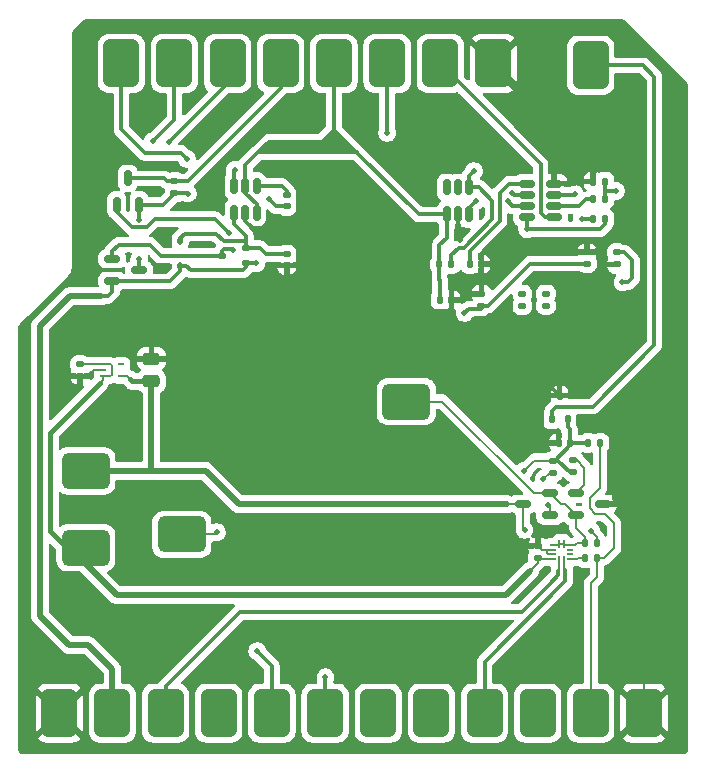
<source format=gbr>
%TF.GenerationSoftware,KiCad,Pcbnew,9.0.3*%
%TF.CreationDate,2025-08-17T21:24:33+09:00*%
%TF.ProjectId,accboard,61636362-6f61-4726-942e-6b696361645f,rev?*%
%TF.SameCoordinates,Original*%
%TF.FileFunction,Copper,L1,Top*%
%TF.FilePolarity,Positive*%
%FSLAX46Y46*%
G04 Gerber Fmt 4.6, Leading zero omitted, Abs format (unit mm)*
G04 Created by KiCad (PCBNEW 9.0.3) date 2025-08-17 21:24:33*
%MOMM*%
%LPD*%
G01*
G04 APERTURE LIST*
G04 Aperture macros list*
%AMRoundRect*
0 Rectangle with rounded corners*
0 $1 Rounding radius*
0 $2 $3 $4 $5 $6 $7 $8 $9 X,Y pos of 4 corners*
0 Add a 4 corners polygon primitive as box body*
4,1,4,$2,$3,$4,$5,$6,$7,$8,$9,$2,$3,0*
0 Add four circle primitives for the rounded corners*
1,1,$1+$1,$2,$3*
1,1,$1+$1,$4,$5*
1,1,$1+$1,$6,$7*
1,1,$1+$1,$8,$9*
0 Add four rect primitives between the rounded corners*
20,1,$1+$1,$2,$3,$4,$5,0*
20,1,$1+$1,$4,$5,$6,$7,0*
20,1,$1+$1,$6,$7,$8,$9,0*
20,1,$1+$1,$8,$9,$2,$3,0*%
G04 Aperture macros list end*
%TA.AperFunction,SMDPad,CuDef*%
%ADD10RoundRect,0.150000X0.150000X-0.512500X0.150000X0.512500X-0.150000X0.512500X-0.150000X-0.512500X0*%
%TD*%
%TA.AperFunction,SMDPad,CuDef*%
%ADD11RoundRect,0.135000X-0.185000X0.135000X-0.185000X-0.135000X0.185000X-0.135000X0.185000X0.135000X0*%
%TD*%
%TA.AperFunction,SMDPad,CuDef*%
%ADD12RoundRect,0.135000X0.135000X0.185000X-0.135000X0.185000X-0.135000X-0.185000X0.135000X-0.185000X0*%
%TD*%
%TA.AperFunction,SMDPad,CuDef*%
%ADD13RoundRect,0.135000X0.185000X-0.135000X0.185000X0.135000X-0.185000X0.135000X-0.185000X-0.135000X0*%
%TD*%
%TA.AperFunction,SMDPad,CuDef*%
%ADD14RoundRect,0.135000X-0.135000X-0.185000X0.135000X-0.185000X0.135000X0.185000X-0.135000X0.185000X0*%
%TD*%
%TA.AperFunction,SMDPad,CuDef*%
%ADD15RoundRect,0.450000X1.550000X-1.050000X1.550000X1.050000X-1.550000X1.050000X-1.550000X-1.050000X0*%
%TD*%
%TA.AperFunction,SMDPad,CuDef*%
%ADD16RoundRect,0.140000X0.140000X0.170000X-0.140000X0.170000X-0.140000X-0.170000X0.140000X-0.170000X0*%
%TD*%
%TA.AperFunction,SMDPad,CuDef*%
%ADD17RoundRect,0.450000X-1.550000X1.050000X-1.550000X-1.050000X1.550000X-1.050000X1.550000X1.050000X0*%
%TD*%
%TA.AperFunction,SMDPad,CuDef*%
%ADD18RoundRect,0.150000X-0.512500X-0.150000X0.512500X-0.150000X0.512500X0.150000X-0.512500X0.150000X0*%
%TD*%
%TA.AperFunction,SMDPad,CuDef*%
%ADD19RoundRect,0.140000X-0.140000X-0.170000X0.140000X-0.170000X0.140000X0.170000X-0.140000X0.170000X0*%
%TD*%
%TA.AperFunction,SMDPad,CuDef*%
%ADD20RoundRect,0.112500X0.112500X-0.187500X0.112500X0.187500X-0.112500X0.187500X-0.112500X-0.187500X0*%
%TD*%
%TA.AperFunction,SMDPad,CuDef*%
%ADD21RoundRect,0.140000X-0.170000X0.140000X-0.170000X-0.140000X0.170000X-0.140000X0.170000X0.140000X0*%
%TD*%
%TA.AperFunction,SMDPad,CuDef*%
%ADD22RoundRect,0.450000X-1.050000X-1.550000X1.050000X-1.550000X1.050000X1.550000X-1.050000X1.550000X0*%
%TD*%
%TA.AperFunction,SMDPad,CuDef*%
%ADD23RoundRect,0.140000X0.170000X-0.140000X0.170000X0.140000X-0.170000X0.140000X-0.170000X-0.140000X0*%
%TD*%
%TA.AperFunction,SMDPad,CuDef*%
%ADD24RoundRect,0.112500X-0.112500X-0.237500X0.112500X-0.237500X0.112500X0.237500X-0.112500X0.237500X0*%
%TD*%
%TA.AperFunction,SMDPad,CuDef*%
%ADD25RoundRect,0.112500X0.237500X-0.112500X0.237500X0.112500X-0.237500X0.112500X-0.237500X-0.112500X0*%
%TD*%
%TA.AperFunction,SMDPad,CuDef*%
%ADD26R,0.530098X0.254000*%
%TD*%
%TA.AperFunction,SMDPad,CuDef*%
%ADD27RoundRect,0.250000X0.475000X-0.250000X0.475000X0.250000X-0.475000X0.250000X-0.475000X-0.250000X0*%
%TD*%
%TA.AperFunction,SMDPad,CuDef*%
%ADD28R,0.200000X0.700001*%
%TD*%
%TA.AperFunction,SMDPad,CuDef*%
%ADD29R,0.499999X0.200000*%
%TD*%
%TA.AperFunction,SMDPad,CuDef*%
%ADD30RoundRect,0.150000X0.512500X0.150000X-0.512500X0.150000X-0.512500X-0.150000X0.512500X-0.150000X0*%
%TD*%
%TA.AperFunction,ViaPad*%
%ADD31C,0.500000*%
%TD*%
%TA.AperFunction,Conductor*%
%ADD32C,0.300000*%
%TD*%
%TA.AperFunction,Conductor*%
%ADD33C,0.200000*%
%TD*%
%TA.AperFunction,Conductor*%
%ADD34C,0.400000*%
%TD*%
%TA.AperFunction,Conductor*%
%ADD35C,0.500000*%
%TD*%
G04 APERTURE END LIST*
D10*
%TO.P,U2,1,VBUS_3P7*%
%TO.N,VCC*%
X102550000Y-51775000D03*
%TO.P,U2,2,GND*%
%TO.N,GND*%
X103500000Y-51775000D03*
%TO.P,U2,3,SIG_2*%
%TO.N,SIGNAL_2*%
X104450000Y-51775000D03*
%TO.P,U2,4,SIG_1*%
%TO.N,SIGNAL_1*%
X104450000Y-49500000D03*
%TO.P,U2,5,NC*%
%TO.N,unconnected-(U2-NC-Pad5)*%
X103500000Y-49500000D03*
%TO.P,U2,6,NC*%
%TO.N,unconnected-(U2-NC-Pad6)*%
X102550000Y-49500000D03*
%TD*%
D11*
%TO.P,R3,1*%
%TO.N,Net-(J2-VBUS(5V\u002C5))*%
X79500000Y-48980000D03*
%TO.P,R3,2*%
%TO.N,Net-(Q1-D)*%
X79500000Y-50000000D03*
%TD*%
D12*
%TO.P,R5,1*%
%TO.N,3.3V*%
X115275000Y-79625000D03*
%TO.P,R5,2*%
%TO.N,Net-(J6-PAD)*%
X114255000Y-79625000D03*
%TD*%
D13*
%TO.P,5K 5K,1*%
%TO.N,N/C*%
X110950000Y-59520000D03*
%TO.P,5K 5K,2*%
X110950000Y-58500000D03*
%TD*%
%TO.P,R9,1*%
%TO.N,VBUS*%
X105490000Y-59520000D03*
%TO.P,R9,2*%
%TO.N,GND*%
X105490000Y-58500000D03*
%TD*%
D14*
%TO.P,R7,1*%
%TO.N,Net-(U3-UART2)*%
X114940000Y-50500000D03*
%TO.P,R7,2*%
%TO.N,Net-(J2-UART(3))*%
X115960000Y-50500000D03*
%TD*%
D15*
%TO.P,5V,1,PAD*%
%TO.N,5V*%
X72000000Y-80000000D03*
%TD*%
D11*
%TO.P,R1,1*%
%TO.N,Net-(Q1-G)*%
X116950000Y-55000000D03*
%TO.P,R1,2*%
%TO.N,GND*%
X116950000Y-56020000D03*
%TD*%
D13*
%TO.P,R11,1*%
%TO.N,Net-(J7-PAD)*%
X113275000Y-73625000D03*
%TO.P,R11,2*%
%TO.N,Net-(Q5-D)*%
X113275000Y-72605000D03*
%TD*%
D16*
%TO.P,C6,1*%
%TO.N,Net-(J7-PAD)*%
X112985000Y-71125000D03*
%TO.P,C6,2*%
%TO.N,GND*%
X112025000Y-71125000D03*
%TD*%
D17*
%TO.P,J6,1,PAD*%
%TO.N,Net-(J6-PAD)*%
X99125000Y-67625000D03*
%TD*%
D18*
%TO.P,Q1,1,G*%
%TO.N,Net-(Q1-G)*%
X74225000Y-55550000D03*
%TO.P,Q1,2,S*%
%TO.N,VBUS*%
X74225000Y-57450000D03*
%TO.P,Q1,3,D*%
%TO.N,Net-(Q1-D)*%
X76500000Y-56500000D03*
%TD*%
D17*
%TO.P,J7,1,PAD*%
%TO.N,Net-(J7-PAD)*%
X80125000Y-78875000D03*
%TD*%
D19*
%TO.P,C1,1*%
%TO.N,VCC*%
X101990000Y-59000000D03*
%TO.P,C1,2*%
%TO.N,GND*%
X102950000Y-59000000D03*
%TD*%
D20*
%TO.P,D1,1,K*%
%TO.N,VBUS*%
X80000000Y-56137500D03*
%TO.P,D1,2,A*%
%TO.N,Net-(D1-A)*%
X80000000Y-54037500D03*
%TD*%
D21*
%TO.P,C2,1*%
%TO.N,Net-(D1-A)*%
X89000000Y-55137500D03*
%TO.P,C2,2*%
%TO.N,GND*%
X89000000Y-56097500D03*
%TD*%
D18*
%TO.P,U3,1,CAP*%
%TO.N,Net-(U3-CAP)*%
X109362500Y-49187500D03*
%TO.P,U3,2,SIG_IN*%
%TO.N,SIGNAL_1*%
X109362500Y-50137500D03*
%TO.P,U3,3,SIG_IN2*%
%TO.N,SIGNAL_2*%
X109362500Y-51087500D03*
%TO.P,U3,4,PMOS_GATE*%
%TO.N,PMOS_GATE*%
X109362000Y-52037500D03*
%TO.P,U3,5,UART*%
%TO.N,Net-(J2-UART(2))*%
X111640000Y-52037500D03*
%TO.P,U3,6,UART2*%
%TO.N,Net-(U3-UART2)*%
X111637500Y-51087500D03*
%TO.P,U3,7,IDBUS*%
%TO.N,Net-(J2-IDBUS(8))*%
X111637500Y-50137500D03*
%TO.P,U3,8,GND*%
%TO.N,GND*%
X111637500Y-49187500D03*
%TD*%
D22*
%TO.P,J5,1,PAD*%
%TO.N,Lightning_9_CONDET*%
X114750000Y-39150000D03*
%TD*%
D12*
%TO.P,R6,1*%
%TO.N,Net-(J2-UART(3))*%
X115950000Y-49000000D03*
%TO.P,R6,2*%
%TO.N,GND*%
X114930000Y-49000000D03*
%TD*%
D15*
%TO.P,3.3V,1,PAD*%
%TO.N,3.3V*%
X72000000Y-73500000D03*
%TD*%
D21*
%TO.P,C3,1*%
%TO.N,Net-(U1-C-)*%
X89000000Y-50137500D03*
%TO.P,C3,2*%
%TO.N,Net-(U1-C+)*%
X89000000Y-51097500D03*
%TD*%
D12*
%TO.P,R2,1*%
%TO.N,PMOS_GATE*%
X115950000Y-52137500D03*
%TO.P,R2,2*%
%TO.N,Net-(Q1-D)*%
X114930000Y-52137500D03*
%TD*%
D13*
%TO.P,R9,1*%
%TO.N,N/C*%
X108950000Y-59530000D03*
%TO.P,R9,2*%
X108950000Y-58510000D03*
%TD*%
D21*
%TO.P,C7,1*%
%TO.N,5V*%
X71500000Y-64480586D03*
%TO.P,C7,2*%
%TO.N,GND*%
X71500000Y-65440586D03*
%TD*%
D14*
%TO.P,R4,1*%
%TO.N,Net-(U4-VBUS_DET)*%
X114255000Y-80875000D03*
%TO.P,R4,2*%
%TO.N,VBUS*%
X115275000Y-80875000D03*
%TD*%
D23*
%TO.P,C9,1*%
%TO.N,5V*%
X110275000Y-80835000D03*
%TO.P,C9,2*%
%TO.N,GND*%
X110275000Y-79875000D03*
%TD*%
D24*
%TO.P,Q6,1,C*%
%TO.N,Lightning_9_CONDET*%
X111475000Y-69125000D03*
%TO.P,Q6,2,B*%
%TO.N,Net-(J7-PAD)*%
X112775000Y-69125000D03*
%TO.P,Q6,3,E*%
%TO.N,GND*%
X112125000Y-67125000D03*
%TD*%
D25*
%TO.P,Q3,1,B*%
%TO.N,VBUS*%
X85550000Y-55937500D03*
%TO.P,Q3,2,E*%
%TO.N,Net-(D1-A)*%
X85550000Y-54637500D03*
%TO.P,Q3,3,C*%
%TO.N,Net-(Q1-G)*%
X83550000Y-55287500D03*
%TD*%
D22*
%TO.P,J1,1,GND*%
%TO.N,GND*%
X69750000Y-94000000D03*
%TO.P,J1,2,VBUS1*%
%TO.N,VBUS*%
X74250000Y-94000000D03*
%TO.P,J1,3,CC1*%
%TO.N,Net-(J1-CC1)*%
X78750000Y-94000000D03*
%TO.P,J1,4,_*%
%TO.N,unconnected-(J1-_-Pad4)*%
X83250000Y-94000000D03*
%TO.P,J1,5,D-*%
%TO.N,D-*%
X87750000Y-94000000D03*
%TO.P,J1,6,D+*%
%TO.N,D+*%
X92250000Y-94000000D03*
%TO.P,J1,7,D-*%
%TO.N,D-*%
X96750000Y-94000000D03*
%TO.P,J1,8,D+*%
%TO.N,D+*%
X101250000Y-94000000D03*
%TO.P,J1,9,CC2*%
%TO.N,Net-(J1-CC2)*%
X105750000Y-94000000D03*
%TO.P,J1,10,_*%
%TO.N,unconnected-(J1-_-Pad10)*%
X110250000Y-94000000D03*
%TO.P,J1,11,VBUS2*%
%TO.N,VBUS*%
X114750000Y-94000000D03*
%TO.P,J1,12,GND*%
%TO.N,GND*%
X119250000Y-94000000D03*
%TD*%
D26*
%TO.P,U5,1,CONTROL*%
%TO.N,5V*%
X73479302Y-64484000D03*
%TO.P,U5,2,GND*%
%TO.N,GND*%
X73479302Y-64992000D03*
%TO.P,U5,3,VIN*%
%TO.N,5V*%
X73479302Y-65500000D03*
%TO.P,U5,4,VOUT*%
%TO.N,3.3V*%
X75000000Y-65500000D03*
%TO.P,U5,5,NC*%
%TO.N,unconnected-(U5-NC-Pad5)*%
X75000000Y-64484000D03*
%TD*%
D12*
%TO.P,R12,1*%
%TO.N,VBUS*%
X115535000Y-71125000D03*
%TO.P,R12,2*%
%TO.N,Net-(J7-PAD)*%
X114515000Y-71125000D03*
%TD*%
D10*
%TO.P,Q2,1,G*%
%TO.N,PMOS_GATE*%
X74600000Y-51000000D03*
%TO.P,Q2,2,S*%
%TO.N,Net-(Q1-D)*%
X76500000Y-51000000D03*
%TO.P,Q2,3,D*%
%TO.N,Net-(J2-VBUS(5V\u002C5))*%
X75550000Y-48725000D03*
%TD*%
D16*
%TO.P,C5,1*%
%TO.N,GND*%
X105460000Y-56000000D03*
%TO.P,C5,2*%
%TO.N,Net-(U3-CAP)*%
X104500000Y-56000000D03*
%TD*%
D18*
%TO.P,Q5,1,D*%
%TO.N,Net-(Q5-D)*%
X113525000Y-75375000D03*
%TO.P,Q5,2,G*%
%TO.N,Net-(J6-PAD)*%
X113525000Y-77275000D03*
%TO.P,Q5,3,S*%
%TO.N,GND*%
X115800000Y-76325000D03*
%TD*%
D27*
%TO.P,C8,1*%
%TO.N,3.3V*%
X77550000Y-65910586D03*
%TO.P,C8,2*%
%TO.N,GND*%
X77550000Y-64010586D03*
%TD*%
D22*
%TO.P,J2,1,GND(1)*%
%TO.N,GND*%
X106500000Y-39000000D03*
%TO.P,J2,2,UART(2)*%
%TO.N,Net-(J2-UART(2))*%
X102000000Y-39000000D03*
%TO.P,J2,3,UART(3)*%
%TO.N,Net-(J2-UART(3))*%
X97500000Y-39000000D03*
%TO.P,J2,4,VBUS(3.7V\u002C4)*%
%TO.N,VCC*%
X93000000Y-39000000D03*
%TO.P,J2,5,VBUS(5V\u002C5)*%
%TO.N,Net-(J2-VBUS(5V\u002C5))*%
X88500000Y-39000000D03*
%TO.P,J2,6,D-(6)*%
%TO.N,D-*%
X84000000Y-39000000D03*
%TO.P,J2,7,D+(7)*%
%TO.N,D+*%
X79500000Y-39000000D03*
%TO.P,J2,8,IDBUS(8)*%
%TO.N,Net-(J2-IDBUS(8))*%
X75000000Y-39000000D03*
%TD*%
D28*
%TO.P,U4,1,CC1*%
%TO.N,Net-(J1-CC1)*%
X112075000Y-81025001D03*
%TO.P,U4,2,CC2*%
%TO.N,Net-(J1-CC2)*%
X112475000Y-81025001D03*
D29*
%TO.P,U4,3,VBUS_DET*%
%TO.N,Net-(U4-VBUS_DET)*%
X113025001Y-80974999D03*
%TO.P,U4,4,DIR*%
%TO.N,unconnected-(U4-DIR-Pad4)*%
X113025001Y-80575000D03*
%TO.P,U4,5,ADDR*%
%TO.N,unconnected-(U4-ADDR-Pad5)*%
X113025001Y-80175000D03*
%TO.P,U4,6,OUT3*%
%TO.N,Net-(J6-PAD)*%
X113025001Y-79775001D03*
D28*
%TO.P,U4,7,OUT1*%
X112475000Y-79724999D03*
%TO.P,U4,8,OUT2*%
X112075000Y-79724999D03*
D29*
%TO.P,U4,9,ID*%
X111524999Y-79775001D03*
%TO.P,U4,10,GND*%
%TO.N,GND*%
X111524999Y-80175000D03*
%TO.P,U4,11,EN(ActiveL)*%
X111524999Y-80575000D03*
%TO.P,U4,12,VDD*%
%TO.N,5V*%
X111524999Y-80974999D03*
%TD*%
D14*
%TO.P,R8,1*%
%TO.N,VCC*%
X101930000Y-56000000D03*
%TO.P,R8,2*%
%TO.N,SIGNAL_1*%
X102950000Y-56000000D03*
%TD*%
D13*
%TO.P,R10,1*%
%TO.N,Net-(Q4-D)*%
X111525000Y-73645000D03*
%TO.P,R10,2*%
%TO.N,Net-(J7-PAD)*%
X111525000Y-72625000D03*
%TD*%
D10*
%TO.P,U1,1,VOUT*%
%TO.N,Net-(D1-A)*%
X84550000Y-51637500D03*
%TO.P,U1,2,GND*%
%TO.N,GND*%
X85500000Y-51637500D03*
%TO.P,U1,3,EN*%
%TO.N,VCC*%
X86450000Y-51637500D03*
%TO.P,U1,4,C-*%
%TO.N,Net-(U1-C-)*%
X86450000Y-49362500D03*
%TO.P,U1,5,VIN*%
%TO.N,VCC*%
X85500000Y-49362500D03*
%TO.P,U1,6,C+*%
%TO.N,Net-(U1-C+)*%
X84550000Y-49362500D03*
%TD*%
D23*
%TO.P,C4,1*%
%TO.N,VBUS*%
X114450000Y-55960000D03*
%TO.P,C4,2*%
%TO.N,GND*%
X114450000Y-55000000D03*
%TD*%
D30*
%TO.P,Q4,1,D*%
%TO.N,Net-(Q4-D)*%
X111275000Y-77275000D03*
%TO.P,Q4,2,G*%
%TO.N,Net-(J6-PAD)*%
X111275000Y-75375000D03*
%TO.P,Q4,3,S*%
%TO.N,3.3V*%
X109000000Y-76325000D03*
%TD*%
D31*
%TO.N,Net-(J7-PAD)*%
X83090000Y-78690000D03*
X109090000Y-73500000D03*
%TO.N,GND*%
X116720000Y-67970000D03*
X115060000Y-66450000D03*
X75990000Y-64070000D03*
X72440000Y-65260000D03*
X103690000Y-53950000D03*
X69750000Y-94000000D03*
X105490000Y-55240000D03*
X109400000Y-79870000D03*
X119250000Y-94000000D03*
%TO.N,Net-(U1-C+)*%
X87520000Y-50510000D03*
X84610000Y-48010000D03*
%TO.N,VBUS*%
X104050000Y-60120000D03*
X114750000Y-94000000D03*
X86437500Y-55937500D03*
X74250000Y-94000000D03*
%TO.N,D+*%
X77670000Y-45580000D03*
X101260000Y-92680000D03*
X92280000Y-90970000D03*
X92250000Y-92680000D03*
%TO.N,D-*%
X87750000Y-94000000D03*
X96750000Y-94000000D03*
X79030000Y-45610000D03*
X86510000Y-88760000D03*
%TO.N,Net-(J2-UART(3))*%
X116860000Y-49800000D03*
X97520000Y-44870000D03*
%TO.N,Net-(J2-IDBUS(8))*%
X113410000Y-50080000D03*
X80550000Y-47080000D03*
%TO.N,Net-(Q1-G)*%
X117420000Y-57520000D03*
X84460000Y-54790000D03*
%TO.N,Net-(Q1-D)*%
X80630000Y-50020000D03*
X113960000Y-52170000D03*
X76500000Y-55570000D03*
X76500000Y-52240000D03*
%TO.N,PMOS_GATE*%
X84110000Y-53350000D03*
X109370000Y-53040000D03*
%TO.N,3.3V*%
X109140000Y-78480000D03*
X114780000Y-78590000D03*
%TO.N,SIGNAL_1*%
X108090000Y-49950000D03*
X104850000Y-48110000D03*
%TO.N,SIGNAL_2*%
X107700000Y-50670000D03*
X105000000Y-50650000D03*
%TO.N,Net-(Q4-D)*%
X111150000Y-76360000D03*
X110740000Y-74180000D03*
%TD*%
D32*
%TO.N,Net-(Q1-G)*%
X74760000Y-54340000D02*
X77430000Y-54340000D01*
X74225000Y-54875000D02*
X74760000Y-54340000D01*
X77430000Y-54340000D02*
X78377500Y-55287500D01*
X78377500Y-55287500D02*
X83550000Y-55287500D01*
X74225000Y-55550000D02*
X74225000Y-54875000D01*
%TO.N,VCC*%
X86540000Y-46540000D02*
X94940000Y-46540000D01*
X94950000Y-46550000D02*
X100175000Y-51775000D01*
X86540000Y-46540000D02*
X87470000Y-45610000D01*
X94940000Y-46540000D02*
X94950000Y-46550000D01*
D33*
%TO.N,Net-(J7-PAD)*%
X82905000Y-78875000D02*
X80125000Y-78875000D01*
X83090000Y-78690000D02*
X82905000Y-78875000D01*
X109965000Y-72625000D02*
X109090000Y-73500000D01*
X111525000Y-72625000D02*
X109965000Y-72625000D01*
D32*
%TO.N,GND*%
X116720000Y-75850000D02*
X117190000Y-76320000D01*
X111105000Y-66105000D02*
X114715000Y-66105000D01*
X111105000Y-66105000D02*
X112125000Y-67125000D01*
X114715000Y-66105000D02*
X115060000Y-66450000D01*
X116720000Y-67970000D02*
X116720000Y-75850000D01*
X110665000Y-71125000D02*
X112025000Y-71125000D01*
X110000000Y-67700000D02*
X110000000Y-70460000D01*
X110000000Y-70460000D02*
X110665000Y-71125000D01*
X110575000Y-67125000D02*
X110000000Y-67700000D01*
X112125000Y-67125000D02*
X110575000Y-67125000D01*
D34*
%TO.N,3.3V*%
X75710000Y-65700000D02*
X75920586Y-65910586D01*
D33*
X75510000Y-65500000D02*
X75710000Y-65700000D01*
D34*
X75920586Y-65910586D02*
X77550000Y-65910586D01*
D33*
X75000000Y-65500000D02*
X75510000Y-65500000D01*
%TO.N,GND*%
X77490586Y-64070000D02*
X77550000Y-64010586D01*
X75990000Y-64070000D02*
X77490586Y-64070000D01*
X72260586Y-65440586D02*
X72440000Y-65261172D01*
X72440000Y-65261172D02*
X72440000Y-65260000D01*
X72259414Y-65440586D02*
X72260586Y-65440586D01*
D34*
%TO.N,5V*%
X70360000Y-80000000D02*
X72000000Y-80000000D01*
X68980000Y-70260000D02*
X68980000Y-78620000D01*
X73220000Y-66020000D02*
X68980000Y-70260000D01*
D33*
X73479302Y-65760698D02*
X73220000Y-66020000D01*
X73479302Y-65500000D02*
X73479302Y-65760698D01*
D34*
X68980000Y-78620000D02*
X70360000Y-80000000D01*
D33*
X74050000Y-65500000D02*
X73479302Y-65500000D01*
X74200000Y-65350000D02*
X74050000Y-65500000D01*
X74104000Y-64484000D02*
X74200000Y-64580000D01*
X74200000Y-64580000D02*
X74200000Y-65350000D01*
X73479302Y-64484000D02*
X74104000Y-64484000D01*
%TO.N,GND*%
X72708000Y-64992000D02*
X73479302Y-64992000D01*
X72259414Y-65440586D02*
X72708000Y-64992000D01*
X71500000Y-65440586D02*
X72259414Y-65440586D01*
%TO.N,5V*%
X73475888Y-64480586D02*
X73479302Y-64484000D01*
X71500000Y-64480586D02*
X73475888Y-64480586D01*
D32*
%TO.N,VCC*%
X91990000Y-45610000D02*
X93000000Y-44600000D01*
X101930000Y-56000000D02*
X101930000Y-57310000D01*
X101930000Y-54400000D02*
X101930000Y-56000000D01*
X86450000Y-51637500D02*
X86450000Y-50940000D01*
X85500000Y-47580000D02*
X86540000Y-46540000D01*
X93000000Y-44600000D02*
X94950000Y-46550000D01*
X93000000Y-44600000D02*
X93000000Y-39000000D01*
X87470000Y-45610000D02*
X91990000Y-45610000D01*
X100175000Y-51775000D02*
X102550000Y-51775000D01*
X85500000Y-49990000D02*
X85500000Y-49362500D01*
X102550000Y-51775000D02*
X102550000Y-53780000D01*
X85500000Y-49362500D02*
X85500000Y-47580000D01*
X101990000Y-57370000D02*
X101990000Y-59000000D01*
X101930000Y-57310000D02*
X101990000Y-57370000D01*
X86450000Y-50940000D02*
X85500000Y-49990000D01*
X102550000Y-53780000D02*
X101930000Y-54400000D01*
D33*
%TO.N,GND*%
X109405000Y-79875000D02*
X109400000Y-79870000D01*
D32*
X111637500Y-44552500D02*
X111640000Y-44550000D01*
X106500000Y-39410000D02*
X106500000Y-39000000D01*
X105490000Y-55970000D02*
X105460000Y-56000000D01*
X102480000Y-61330000D02*
X105330000Y-64180000D01*
X85500000Y-51637500D02*
X85500000Y-52299999D01*
X103500000Y-53760000D02*
X103690000Y-53950000D01*
D33*
X111163999Y-80573999D02*
X111523998Y-80573999D01*
D32*
X114450000Y-55000000D02*
X115110000Y-55000000D01*
X113580000Y-49000000D02*
X113392500Y-49187500D01*
X115440000Y-47840000D02*
X116870000Y-47840000D01*
X91780000Y-53870000D02*
X94520000Y-53870000D01*
X102480000Y-60190000D02*
X102950000Y-59720000D01*
D33*
X111080000Y-80490000D02*
X111163999Y-80573999D01*
D32*
X113392500Y-49187500D02*
X111637500Y-49187500D01*
X103560000Y-59000000D02*
X104060000Y-58500000D01*
X94520000Y-53870000D02*
X100840000Y-60190000D01*
X105330000Y-64180000D02*
X109230000Y-64180000D01*
X105460000Y-58470000D02*
X105490000Y-58500000D01*
X89000000Y-56097500D02*
X90582500Y-56097500D01*
X89000000Y-56097500D02*
X89000000Y-57090000D01*
X103500000Y-51775000D02*
X103500000Y-53760000D01*
X104060000Y-58500000D02*
X105490000Y-58500000D01*
X85500000Y-52299999D02*
X87070001Y-53870000D01*
D33*
X110275000Y-79875000D02*
X109405000Y-79875000D01*
D32*
X102480000Y-60190000D02*
X102480000Y-61330000D01*
X114450000Y-55000000D02*
X105730000Y-55000000D01*
X115110000Y-55000000D02*
X116130000Y-56020000D01*
X114930000Y-48350000D02*
X115440000Y-47840000D01*
X114930000Y-49000000D02*
X114930000Y-48350000D01*
D33*
X110275000Y-79875000D02*
X110576001Y-80176001D01*
X117190000Y-76320000D02*
X117185000Y-76325000D01*
D32*
X111640000Y-44550000D02*
X106500000Y-39410000D01*
X102950000Y-59720000D02*
X102950000Y-59000000D01*
D33*
X117185000Y-76325000D02*
X115800000Y-76325000D01*
D32*
X109230000Y-64230000D02*
X111105000Y-66105000D01*
X105460000Y-56000000D02*
X105460000Y-58470000D01*
X102950000Y-59000000D02*
X103560000Y-59000000D01*
X115110000Y-54840000D02*
X115110000Y-55000000D01*
X100840000Y-60190000D02*
X102480000Y-60190000D01*
X111637500Y-49187500D02*
X111637500Y-44552500D01*
X116130000Y-56020000D02*
X116950000Y-56020000D01*
X117840000Y-52110000D02*
X115110000Y-54840000D01*
X91780000Y-54900000D02*
X91780000Y-53870000D01*
X109230000Y-64180000D02*
X109230000Y-64230000D01*
X105730000Y-55000000D02*
X105490000Y-55240000D01*
D33*
X111080000Y-80176001D02*
X111080000Y-80490000D01*
D32*
X82079414Y-64010586D02*
X77550000Y-64010586D01*
X87070001Y-53870000D02*
X91780000Y-53870000D01*
X116870000Y-47840000D02*
X117840000Y-48810000D01*
D33*
X111523998Y-80573999D02*
X111524999Y-80575000D01*
X119250000Y-78380000D02*
X117190000Y-76320000D01*
D32*
X117840000Y-48810000D02*
X117840000Y-52110000D01*
D33*
X110576001Y-80176001D02*
X111080000Y-80176001D01*
X111080000Y-80176001D02*
X111524999Y-80176001D01*
D32*
X90582500Y-56097500D02*
X91780000Y-54900000D01*
D33*
X119250000Y-94000000D02*
X119250000Y-78380000D01*
D32*
X105490000Y-55240000D02*
X105490000Y-55970000D01*
X89000000Y-57090000D02*
X82079414Y-64010586D01*
X114930000Y-49000000D02*
X113580000Y-49000000D01*
%TO.N,Net-(D1-A)*%
X80000000Y-53790000D02*
X80380000Y-53410000D01*
X84550000Y-51637500D02*
X84550000Y-52620000D01*
X85550000Y-53620000D02*
X85550000Y-54060000D01*
X87217500Y-55137500D02*
X86717500Y-54637500D01*
X83000000Y-53410000D02*
X83650000Y-54060000D01*
X84550000Y-52620000D02*
X85550000Y-53620000D01*
X80380000Y-53410000D02*
X83000000Y-53410000D01*
X83650000Y-54060000D02*
X85550000Y-54060000D01*
X89000000Y-55137500D02*
X87217500Y-55137500D01*
X85550000Y-54060000D02*
X85550000Y-54637500D01*
X86717500Y-54637500D02*
X85550000Y-54637500D01*
X80000000Y-54037500D02*
X80000000Y-53790000D01*
%TO.N,Net-(U1-C-)*%
X86450000Y-49362500D02*
X88572500Y-49362500D01*
X89000000Y-49790000D02*
X89000000Y-50137500D01*
X88572500Y-49362500D02*
X89000000Y-49790000D01*
%TO.N,Net-(U1-C+)*%
X84610000Y-48010000D02*
X84550000Y-48070000D01*
X84550000Y-48070000D02*
X84550000Y-49362500D01*
X89000000Y-51097500D02*
X88107500Y-51097500D01*
X88107500Y-51097500D02*
X87520000Y-50510000D01*
%TO.N,VBUS*%
X106020000Y-59520000D02*
X105490000Y-59520000D01*
X74225000Y-58315000D02*
X74140000Y-58400000D01*
D35*
X68090000Y-61240000D02*
X68090000Y-85750000D01*
D33*
X115140000Y-77170000D02*
X114640000Y-76670000D01*
X115275000Y-82475000D02*
X115275000Y-80875000D01*
D32*
X74225000Y-57450000D02*
X79120000Y-57450000D01*
X79120000Y-57450000D02*
X80000000Y-56570000D01*
X85550000Y-56250000D02*
X85270000Y-56530000D01*
D33*
X114750000Y-94000000D02*
X114750000Y-83000000D01*
D32*
X73840000Y-58700000D02*
X73300000Y-58700000D01*
D33*
X115535000Y-74935000D02*
X115535000Y-71125000D01*
D32*
X85270000Y-56530000D02*
X80880000Y-56530000D01*
X85550000Y-55937500D02*
X85550000Y-56250000D01*
X74225000Y-57450000D02*
X74225000Y-58315000D01*
D33*
X114750000Y-83000000D02*
X115275000Y-82475000D01*
X114640000Y-76670000D02*
X114640000Y-75830000D01*
D35*
X72190000Y-88250000D02*
X74250000Y-90310000D01*
D32*
X105490000Y-59770000D02*
X105490000Y-59520000D01*
X114450000Y-55960000D02*
X109580000Y-55960000D01*
X74140000Y-58400000D02*
X73840000Y-58700000D01*
X80880000Y-56530000D02*
X80487500Y-56137500D01*
D35*
X73300000Y-58700000D02*
X70630000Y-58700000D01*
D32*
X104400000Y-59770000D02*
X104050000Y-60120000D01*
X109580000Y-55960000D02*
X106020000Y-59520000D01*
D33*
X115855000Y-80875000D02*
X116720000Y-80010000D01*
D32*
X80000000Y-56570000D02*
X80000000Y-56137500D01*
D33*
X116720000Y-80010000D02*
X116720000Y-77940000D01*
D32*
X85550000Y-55937500D02*
X86437500Y-55937500D01*
D35*
X74250000Y-90310000D02*
X74250000Y-94000000D01*
D32*
X105490000Y-59770000D02*
X104400000Y-59770000D01*
D35*
X68090000Y-85750000D02*
X70590000Y-88250000D01*
D33*
X116720000Y-77940000D02*
X115950000Y-77170000D01*
X114640000Y-75830000D02*
X115535000Y-74935000D01*
X115950000Y-77170000D02*
X115140000Y-77170000D01*
D35*
X70590000Y-88250000D02*
X72190000Y-88250000D01*
X70630000Y-58700000D02*
X68090000Y-61240000D01*
D33*
X115275000Y-80875000D02*
X115855000Y-80875000D01*
D32*
X80487500Y-56137500D02*
X80000000Y-56137500D01*
%TO.N,Net-(U3-CAP)*%
X104500000Y-54890000D02*
X107020000Y-52370000D01*
X107020000Y-49950000D02*
X107782500Y-49187500D01*
X104500000Y-56000000D02*
X104500000Y-54890000D01*
X107020000Y-52370000D02*
X107020000Y-49950000D01*
X107782500Y-49187500D02*
X109362500Y-49187500D01*
%TO.N,Net-(J1-CC1)*%
X108880000Y-85440000D02*
X111260000Y-83060000D01*
X78750000Y-91720000D02*
X82400000Y-88070000D01*
D33*
X111990000Y-81950000D02*
X112075000Y-81865000D01*
D32*
X85030000Y-85440000D02*
X107150000Y-85440000D01*
X82400000Y-88070000D02*
X85030000Y-85440000D01*
X78750000Y-94000000D02*
X78750000Y-91720000D01*
X111990000Y-82330000D02*
X111990000Y-81950000D01*
X107150000Y-85440000D02*
X108880000Y-85440000D01*
D33*
X112075000Y-81865000D02*
X112075000Y-81025001D01*
D32*
X111260000Y-83060000D02*
X111990000Y-82330000D01*
D33*
%TO.N,Net-(J1-CC2)*%
X112480000Y-81860000D02*
X112475000Y-81855000D01*
D32*
X105750000Y-89660000D02*
X105750000Y-94000000D01*
D33*
X112590000Y-81900000D02*
X112550000Y-81860000D01*
X112550000Y-81860000D02*
X112480000Y-81860000D01*
X112475000Y-81855000D02*
X112475000Y-81025001D01*
D32*
X112590000Y-81900000D02*
X112590000Y-82820000D01*
X112590000Y-82820000D02*
X105750000Y-89660000D01*
%TO.N,D+*%
X92280000Y-90970000D02*
X92250000Y-91000000D01*
X79500000Y-43750000D02*
X77670000Y-45580000D01*
X92250000Y-94000000D02*
X92250000Y-92680000D01*
X79500000Y-39000000D02*
X79500000Y-43750000D01*
X92250000Y-91000000D02*
X92250000Y-92680000D01*
%TO.N,D-*%
X84000000Y-39000000D02*
X84000000Y-40640000D01*
X87750000Y-90000000D02*
X87750000Y-94000000D01*
X84000000Y-40640000D02*
X79030000Y-45610000D01*
X86510000Y-88760000D02*
X87750000Y-90000000D01*
%TO.N,Net-(J2-UART(2))*%
X110857500Y-52037500D02*
X111640000Y-52037500D01*
X110490000Y-47490000D02*
X110490000Y-51670000D01*
X102000000Y-39000000D02*
X110490000Y-47490000D01*
X110490000Y-51670000D02*
X110857500Y-52037500D01*
%TO.N,Net-(J2-UART(3))*%
X116850000Y-49810000D02*
X116860000Y-49800000D01*
X115950000Y-49810000D02*
X116850000Y-49810000D01*
X97520000Y-44870000D02*
X97500000Y-44850000D01*
X115950000Y-49000000D02*
X115950000Y-49810000D01*
X115950000Y-49810000D02*
X115950000Y-50490000D01*
X115950000Y-50490000D02*
X115960000Y-50500000D01*
X97500000Y-44850000D02*
X97500000Y-39000000D01*
%TO.N,Net-(J2-VBUS(5V\u002C5))*%
X80610000Y-48980000D02*
X88500000Y-41090000D01*
X78575000Y-48725000D02*
X78830000Y-48980000D01*
X78830000Y-48980000D02*
X79500000Y-48980000D01*
X75550000Y-48725000D02*
X78575000Y-48725000D01*
X79500000Y-48980000D02*
X80610000Y-48980000D01*
X88500000Y-41090000D02*
X88500000Y-39000000D01*
%TO.N,Net-(J2-IDBUS(8))*%
X80550000Y-47080000D02*
X80040000Y-46570000D01*
X76990000Y-46570000D02*
X75000000Y-44580000D01*
X75000000Y-44580000D02*
X75000000Y-39000000D01*
X113352500Y-50137500D02*
X113410000Y-50080000D01*
X80040000Y-46570000D02*
X76990000Y-46570000D01*
X111637500Y-50137500D02*
X113352500Y-50137500D01*
%TO.N,Net-(Q1-G)*%
X84460000Y-54790000D02*
X84410000Y-54740000D01*
X117900000Y-57520000D02*
X117420000Y-57520000D01*
X83550000Y-54850000D02*
X83550000Y-55287500D01*
X83660000Y-54740000D02*
X83550000Y-54850000D01*
X84410000Y-54740000D02*
X83660000Y-54740000D01*
X118250000Y-55680000D02*
X118250000Y-57170000D01*
X118250000Y-57170000D02*
X117900000Y-57520000D01*
X117570000Y-55000000D02*
X118250000Y-55680000D01*
X116950000Y-55000000D02*
X117570000Y-55000000D01*
%TO.N,Net-(Q1-D)*%
X113960000Y-52170000D02*
X113962500Y-52167500D01*
X76500000Y-51000000D02*
X78530000Y-51000000D01*
X79500000Y-50030000D02*
X79500000Y-50000000D01*
X114900000Y-52167500D02*
X114930000Y-52137500D01*
X79500000Y-50000000D02*
X80610000Y-50000000D01*
X78530000Y-51000000D02*
X79500000Y-50030000D01*
X80610000Y-50000000D02*
X80630000Y-50020000D01*
X113962500Y-52167500D02*
X114900000Y-52167500D01*
X76500000Y-55570000D02*
X76500000Y-56500000D01*
X76500000Y-51000000D02*
X76500000Y-52240000D01*
%TO.N,PMOS_GATE*%
X82940000Y-52180000D02*
X84110000Y-53350000D01*
X74600000Y-51000000D02*
X74600000Y-51600000D01*
X74600000Y-51600000D02*
X75870000Y-52870000D01*
X115540000Y-53040000D02*
X115950000Y-52630000D01*
X77130000Y-52870000D02*
X77820000Y-52180000D01*
X77820000Y-52180000D02*
X82940000Y-52180000D01*
X109370000Y-53040000D02*
X115540000Y-53040000D01*
X115950000Y-52630000D02*
X115950000Y-52137500D01*
X75870000Y-52870000D02*
X77130000Y-52870000D01*
X109370000Y-53040000D02*
X109370000Y-52045500D01*
X109370000Y-52045500D02*
X109362000Y-52037500D01*
D35*
%TO.N,3.3V*%
X82140000Y-73500000D02*
X77530000Y-73500000D01*
X77550000Y-73480000D02*
X77530000Y-73500000D01*
D33*
X109000000Y-76325000D02*
X107655000Y-76325000D01*
D35*
X107650000Y-76330000D02*
X84970000Y-76330000D01*
X77530000Y-73500000D02*
X72000000Y-73500000D01*
D33*
X109000000Y-76325000D02*
X109000000Y-78340000D01*
X115275000Y-79085000D02*
X115275000Y-79625000D01*
X107655000Y-76325000D02*
X107650000Y-76330000D01*
D35*
X84970000Y-76330000D02*
X82140000Y-73500000D01*
D33*
X109000000Y-78340000D02*
X109140000Y-78480000D01*
D35*
X77550000Y-65910586D02*
X77550000Y-73480000D01*
D33*
X114780000Y-78590000D02*
X115275000Y-79085000D01*
D32*
%TO.N,Net-(U3-UART2)*%
X113772500Y-51087500D02*
X111637500Y-51087500D01*
X114360000Y-50500000D02*
X113772500Y-51087500D01*
X114940000Y-50500000D02*
X114360000Y-50500000D01*
%TO.N,SIGNAL_1*%
X104850000Y-48110000D02*
X104450000Y-48510000D01*
X108277500Y-50137500D02*
X108090000Y-49950000D01*
X104450000Y-48510000D02*
X104450000Y-49500000D01*
X103980000Y-54640000D02*
X106410000Y-52210000D01*
X102950000Y-56000000D02*
X102950000Y-55260000D01*
X103570000Y-54640000D02*
X103980000Y-54640000D01*
X105290000Y-49500000D02*
X104450000Y-49500000D01*
X106410000Y-52210000D02*
X106410000Y-50620000D01*
X102950000Y-55260000D02*
X103570000Y-54640000D01*
X109362500Y-50137500D02*
X108277500Y-50137500D01*
X106410000Y-50620000D02*
X105290000Y-49500000D01*
%TO.N,SIGNAL_2*%
X107700000Y-50670000D02*
X108117500Y-51087500D01*
X104450000Y-51200000D02*
X105000000Y-50650000D01*
X108117500Y-51087500D02*
X109362500Y-51087500D01*
X104450000Y-51775000D02*
X104450000Y-51200000D01*
D33*
%TO.N,5V*%
X110275000Y-81265000D02*
X110275000Y-80835000D01*
D35*
X74600000Y-84000000D02*
X95910000Y-84000000D01*
D33*
X109600000Y-81940000D02*
X110275000Y-81265000D01*
X110416000Y-80976000D02*
X111524999Y-80976000D01*
X110275000Y-80835000D02*
X110416000Y-80976000D01*
D35*
X73750000Y-83150000D02*
X74600000Y-84000000D01*
X72000000Y-81400000D02*
X73750000Y-83150000D01*
X72000000Y-80000000D02*
X72000000Y-81400000D01*
X107540000Y-84000000D02*
X109600000Y-81940000D01*
X95910000Y-84000000D02*
X107540000Y-84000000D01*
D33*
%TO.N,Net-(U4-VBUS_DET)*%
X113705000Y-80875000D02*
X114255000Y-80875000D01*
X113025001Y-80974999D02*
X113605001Y-80974999D01*
X113605001Y-80974999D02*
X113705000Y-80875000D01*
%TO.N,Net-(Q4-D)*%
X110740000Y-74180000D02*
X111275000Y-73645000D01*
X111275000Y-76485000D02*
X111150000Y-76360000D01*
X111275000Y-77275000D02*
X111275000Y-76485000D01*
X111275000Y-73645000D02*
X111525000Y-73645000D01*
%TO.N,Net-(Q5-D)*%
X113525000Y-75375000D02*
X114180000Y-74720000D01*
X113545000Y-72605000D02*
X113275000Y-72605000D01*
X114180000Y-73240000D02*
X113545000Y-72605000D01*
X114180000Y-74720000D02*
X114180000Y-73240000D01*
D32*
%TO.N,Lightning_9_CONDET*%
X120130000Y-40110000D02*
X120130000Y-62840000D01*
X114750000Y-39150000D02*
X119170000Y-39150000D01*
X111840000Y-68060000D02*
X111475000Y-68425000D01*
X120130000Y-62840000D02*
X114910000Y-68060000D01*
X119170000Y-39150000D02*
X120130000Y-40110000D01*
X114910000Y-68060000D02*
X111840000Y-68060000D01*
X111475000Y-68425000D02*
X111475000Y-69125000D01*
%TO.N,Net-(J7-PAD)*%
X112775000Y-69125000D02*
X112765000Y-69125000D01*
X112985000Y-71315000D02*
X111675000Y-72625000D01*
X112985000Y-69985000D02*
X112985000Y-71125000D01*
X112985000Y-71125000D02*
X112985000Y-71315000D01*
X111525000Y-72625000D02*
X111985000Y-72625000D01*
X111985000Y-72625000D02*
X112985000Y-73625000D01*
X112775000Y-69125000D02*
X112775000Y-69775000D01*
X112985000Y-71125000D02*
X114515000Y-71125000D01*
X112765000Y-69125000D02*
X112740000Y-69150000D01*
X112775000Y-69775000D02*
X112985000Y-69985000D01*
X112985000Y-73625000D02*
X113275000Y-73625000D01*
X111675000Y-72625000D02*
X111525000Y-72625000D01*
D33*
%TO.N,Net-(J6-PAD)*%
X112520001Y-79770000D02*
X113020000Y-79770000D01*
X102175000Y-67625000D02*
X99125000Y-67625000D01*
X113404999Y-79775001D02*
X113555000Y-79625000D01*
X112220000Y-76320000D02*
X111275000Y-75375000D01*
X112024998Y-79775001D02*
X112075000Y-79724999D01*
X112475000Y-79724999D02*
X112520001Y-79770000D01*
X114255000Y-79625000D02*
X114255000Y-79075000D01*
X113525000Y-77275000D02*
X112570000Y-76320000D01*
X111275000Y-75375000D02*
X109925000Y-75375000D01*
X114255000Y-79075000D02*
X113525000Y-78345000D01*
X111524999Y-79775001D02*
X112024998Y-79775001D01*
X112075000Y-79724999D02*
X112475000Y-79724999D01*
X109925000Y-75375000D02*
X102175000Y-67625000D01*
X112570000Y-76320000D02*
X112220000Y-76320000D01*
X113525000Y-78345000D02*
X113525000Y-77275000D01*
X113025001Y-79775001D02*
X113404999Y-79775001D01*
X113020000Y-79770000D02*
X113025001Y-79775001D01*
X113555000Y-79625000D02*
X114255000Y-79625000D01*
%TD*%
%TA.AperFunction,Conductor*%
%TO.N,GND*%
G36*
X81844809Y-74270185D02*
G01*
X81865451Y-74286819D01*
X84491580Y-76912948D01*
X84491584Y-76912951D01*
X84614498Y-76995080D01*
X84614511Y-76995087D01*
X84692199Y-77027266D01*
X84751087Y-77051658D01*
X84751091Y-77051658D01*
X84751092Y-77051659D01*
X84896079Y-77080500D01*
X84896082Y-77080500D01*
X107723920Y-77080500D01*
X107830465Y-77059306D01*
X107868913Y-77051658D01*
X107997376Y-76998446D01*
X108066843Y-76990978D01*
X108107944Y-77006274D01*
X108227102Y-77076744D01*
X108310097Y-77100856D01*
X108368980Y-77138462D01*
X108398187Y-77201934D01*
X108399500Y-77219932D01*
X108399500Y-78260939D01*
X108399499Y-78260943D01*
X108399499Y-78325369D01*
X108399499Y-78343602D01*
X108397116Y-78367795D01*
X108389501Y-78406079D01*
X108389500Y-78406082D01*
X108389500Y-78553918D01*
X108389500Y-78553920D01*
X108389499Y-78553920D01*
X108418340Y-78698907D01*
X108418343Y-78698917D01*
X108474912Y-78835488D01*
X108474919Y-78835501D01*
X108557048Y-78958415D01*
X108557051Y-78958419D01*
X108661580Y-79062948D01*
X108661584Y-79062951D01*
X108784498Y-79145080D01*
X108784511Y-79145087D01*
X108882336Y-79185607D01*
X108921087Y-79201658D01*
X108921091Y-79201658D01*
X108921092Y-79201659D01*
X109066079Y-79230500D01*
X109066082Y-79230500D01*
X109213920Y-79230500D01*
X109311462Y-79211096D01*
X109358913Y-79201658D01*
X109436651Y-79169457D01*
X109506118Y-79161989D01*
X109568597Y-79193264D01*
X109604250Y-79253352D01*
X109601757Y-79323178D01*
X109590834Y-79347140D01*
X109512968Y-79478803D01*
X109512968Y-79478804D01*
X109470496Y-79625000D01*
X110025000Y-79625000D01*
X110025000Y-79096210D01*
X110024999Y-79096209D01*
X110004087Y-79097854D01*
X109866331Y-79137876D01*
X109796462Y-79137676D01*
X109737792Y-79099733D01*
X109708949Y-79036095D01*
X109719090Y-78966965D01*
X109728627Y-78949920D01*
X109805084Y-78835495D01*
X109861658Y-78698913D01*
X109882210Y-78595594D01*
X109890500Y-78553920D01*
X109890500Y-78406079D01*
X109861659Y-78261092D01*
X109861658Y-78261091D01*
X109861658Y-78261087D01*
X109861597Y-78260939D01*
X109805087Y-78124511D01*
X109805080Y-78124498D01*
X109722951Y-78001584D01*
X109722948Y-78001580D01*
X109636819Y-77915451D01*
X109603334Y-77854128D01*
X109600500Y-77827770D01*
X109600500Y-77219932D01*
X109620185Y-77152893D01*
X109672989Y-77107138D01*
X109689893Y-77100859D01*
X109772898Y-77076744D01*
X109905292Y-76998447D01*
X109921080Y-76989110D01*
X109922155Y-76990928D01*
X109977032Y-76969381D01*
X110045550Y-76983059D01*
X110095796Y-77031609D01*
X110112000Y-77092895D01*
X110112000Y-77490701D01*
X110114901Y-77527567D01*
X110114902Y-77527573D01*
X110160754Y-77685393D01*
X110160755Y-77685396D01*
X110160756Y-77685398D01*
X110186883Y-77729577D01*
X110244417Y-77826862D01*
X110244423Y-77826870D01*
X110360629Y-77943076D01*
X110360633Y-77943079D01*
X110360635Y-77943081D01*
X110502102Y-78026744D01*
X110524664Y-78033299D01*
X110659926Y-78072597D01*
X110659929Y-78072597D01*
X110659931Y-78072598D01*
X110696806Y-78075500D01*
X110696814Y-78075500D01*
X111853186Y-78075500D01*
X111853194Y-78075500D01*
X111890069Y-78072598D01*
X111890071Y-78072597D01*
X111890073Y-78072597D01*
X111964908Y-78050855D01*
X112047898Y-78026744D01*
X112189365Y-77943081D01*
X112247958Y-77884488D01*
X112311098Y-77821349D01*
X112313163Y-77823414D01*
X112358631Y-77790559D01*
X112428397Y-77786750D01*
X112489147Y-77821264D01*
X112491287Y-77823734D01*
X112610629Y-77943076D01*
X112610633Y-77943079D01*
X112610635Y-77943081D01*
X112752102Y-78026744D01*
X112835097Y-78050856D01*
X112857510Y-78065170D01*
X112881703Y-78076219D01*
X112886501Y-78083685D01*
X112893980Y-78088462D01*
X112905096Y-78112620D01*
X112919477Y-78134997D01*
X112921332Y-78147904D01*
X112923187Y-78151934D01*
X112924500Y-78169932D01*
X112924500Y-78258330D01*
X112924499Y-78258348D01*
X112924499Y-78424054D01*
X112924498Y-78424054D01*
X112965422Y-78576783D01*
X112993798Y-78625932D01*
X113044477Y-78713712D01*
X113044481Y-78713717D01*
X113163351Y-78832587D01*
X113163355Y-78832590D01*
X113255209Y-78924444D01*
X113288694Y-78985767D01*
X113283710Y-79055459D01*
X113241838Y-79111392D01*
X113229529Y-79119512D01*
X113179247Y-79148543D01*
X113178588Y-79147402D01*
X113121246Y-79169564D01*
X113094781Y-79168935D01*
X113092415Y-79168624D01*
X113073830Y-79160407D01*
X113053811Y-79156933D01*
X113042527Y-79146567D01*
X113028512Y-79140371D01*
X113009309Y-79119993D01*
X112932547Y-79017453D01*
X112932544Y-79017450D01*
X112817335Y-78931204D01*
X112817328Y-78931200D01*
X112682486Y-78880908D01*
X112682485Y-78880907D01*
X112682483Y-78880907D01*
X112622873Y-78874498D01*
X112622863Y-78874498D01*
X112327131Y-78874498D01*
X112327119Y-78874499D01*
X112288253Y-78878677D01*
X112261748Y-78878677D01*
X112222874Y-78874498D01*
X111927130Y-78874498D01*
X111927123Y-78874499D01*
X111867516Y-78880906D01*
X111732671Y-78931200D01*
X111732664Y-78931204D01*
X111617455Y-79017450D01*
X111537083Y-79124813D01*
X111481149Y-79166683D01*
X111437818Y-79174501D01*
X111227129Y-79174501D01*
X111227122Y-79174502D01*
X111167515Y-79180909D01*
X111032670Y-79231203D01*
X111032669Y-79231203D01*
X111012099Y-79246602D01*
X110946634Y-79271016D01*
X110878361Y-79256162D01*
X110850111Y-79235013D01*
X110840383Y-79225285D01*
X110840374Y-79225278D01*
X110701195Y-79142968D01*
X110701190Y-79142966D01*
X110545918Y-79097855D01*
X110545912Y-79097854D01*
X110525000Y-79096209D01*
X110525000Y-79751000D01*
X110505315Y-79818039D01*
X110452511Y-79863794D01*
X110401000Y-79875000D01*
X110275000Y-79875000D01*
X110275000Y-79930500D01*
X110255315Y-79997539D01*
X110202511Y-80043294D01*
X110151000Y-80054500D01*
X110040302Y-80054500D01*
X110004008Y-80057356D01*
X110004002Y-80057357D01*
X109848610Y-80102503D01*
X109848605Y-80102506D01*
X109839766Y-80107732D01*
X109776648Y-80125000D01*
X109470496Y-80125000D01*
X109512968Y-80271194D01*
X109524911Y-80291389D01*
X109542092Y-80359113D01*
X109524911Y-80417628D01*
X109512506Y-80438604D01*
X109512504Y-80438609D01*
X109467357Y-80594002D01*
X109467356Y-80594008D01*
X109464500Y-80630302D01*
X109464500Y-81039697D01*
X109467357Y-81075999D01*
X109467587Y-81077257D01*
X109467512Y-81077966D01*
X109467854Y-81082310D01*
X109467047Y-81082373D01*
X109460262Y-81146741D01*
X109416534Y-81201236D01*
X109386610Y-81215757D01*
X109386716Y-81216011D01*
X109382426Y-81217787D01*
X109381612Y-81218183D01*
X109381089Y-81218341D01*
X109244509Y-81274914D01*
X109244502Y-81274918D01*
X109182418Y-81316400D01*
X109121584Y-81357048D01*
X109121582Y-81357049D01*
X109121579Y-81357052D01*
X109121578Y-81357052D01*
X107265451Y-83213181D01*
X107204128Y-83246666D01*
X107177770Y-83249500D01*
X74962229Y-83249500D01*
X74895190Y-83229815D01*
X74874548Y-83213181D01*
X74228416Y-82567048D01*
X73815587Y-82154219D01*
X73782102Y-82092896D01*
X73787086Y-82023204D01*
X73828958Y-81967271D01*
X73869151Y-81947324D01*
X73904406Y-81937237D01*
X74075751Y-81847734D01*
X74225571Y-81725571D01*
X74347734Y-81575751D01*
X74437237Y-81404406D01*
X74490417Y-81218552D01*
X74500500Y-81105138D01*
X74500500Y-78894862D01*
X74490417Y-78781448D01*
X74437237Y-78595594D01*
X74347734Y-78424249D01*
X74274551Y-78334498D01*
X74225571Y-78274428D01*
X74097416Y-78169932D01*
X74075751Y-78152266D01*
X74022592Y-78124498D01*
X73904405Y-78062762D01*
X73749845Y-78018537D01*
X73718552Y-78009583D01*
X73718551Y-78009582D01*
X73718548Y-78009582D01*
X73628534Y-78001580D01*
X73605138Y-77999500D01*
X70394862Y-77999500D01*
X70382599Y-78000590D01*
X70281451Y-78009582D01*
X70095594Y-78062762D01*
X69924250Y-78152265D01*
X69882860Y-78186014D01*
X69818464Y-78213122D01*
X69749634Y-78201112D01*
X69698224Y-78153797D01*
X69680500Y-78089911D01*
X69680500Y-77769863D01*
X77624500Y-77769863D01*
X77624500Y-79980136D01*
X77634582Y-80093548D01*
X77634582Y-80093551D01*
X77634583Y-80093552D01*
X77641387Y-80117332D01*
X77687762Y-80279405D01*
X77759964Y-80417628D01*
X77777266Y-80450751D01*
X77824518Y-80508700D01*
X77899428Y-80600571D01*
X77974339Y-80661652D01*
X78049249Y-80722734D01*
X78220594Y-80812237D01*
X78406448Y-80865417D01*
X78519862Y-80875500D01*
X78519870Y-80875500D01*
X81730130Y-80875500D01*
X81730138Y-80875500D01*
X81843552Y-80865417D01*
X82029406Y-80812237D01*
X82200751Y-80722734D01*
X82350571Y-80600571D01*
X82472734Y-80450751D01*
X82562237Y-80279406D01*
X82615417Y-80093552D01*
X82625500Y-79980138D01*
X82625500Y-79599500D01*
X82628050Y-79590814D01*
X82626762Y-79581853D01*
X82637740Y-79557812D01*
X82645185Y-79532461D01*
X82652025Y-79526533D01*
X82655787Y-79518297D01*
X82678021Y-79504007D01*
X82697989Y-79486706D01*
X82708503Y-79484418D01*
X82714565Y-79480523D01*
X82749500Y-79475500D01*
X82818331Y-79475500D01*
X82818347Y-79475501D01*
X82825943Y-79475501D01*
X82984055Y-79475501D01*
X82984057Y-79475501D01*
X83098912Y-79444724D01*
X83131006Y-79440500D01*
X83163920Y-79440500D01*
X83261462Y-79421096D01*
X83308913Y-79411658D01*
X83445495Y-79355084D01*
X83568416Y-79272951D01*
X83672951Y-79168416D01*
X83755084Y-79045495D01*
X83811658Y-78908913D01*
X83822737Y-78853216D01*
X83840500Y-78763920D01*
X83840500Y-78616079D01*
X83811659Y-78471092D01*
X83811658Y-78471091D01*
X83811658Y-78471087D01*
X83792178Y-78424057D01*
X83755087Y-78334511D01*
X83755080Y-78334498D01*
X83672951Y-78211584D01*
X83672948Y-78211580D01*
X83568419Y-78107051D01*
X83568415Y-78107048D01*
X83445501Y-78024919D01*
X83445488Y-78024912D01*
X83308917Y-77968343D01*
X83308907Y-77968340D01*
X83163920Y-77939500D01*
X83163918Y-77939500D01*
X83016082Y-77939500D01*
X83016080Y-77939500D01*
X82871092Y-77968340D01*
X82871082Y-77968343D01*
X82796952Y-77999049D01*
X82727483Y-78006518D01*
X82665004Y-77975242D01*
X82629352Y-77915153D01*
X82625500Y-77884488D01*
X82625500Y-77769869D01*
X82625500Y-77769862D01*
X82615417Y-77656448D01*
X82562237Y-77470594D01*
X82472734Y-77299249D01*
X82408059Y-77219932D01*
X82350571Y-77149428D01*
X82247163Y-77065110D01*
X82200751Y-77027266D01*
X82139781Y-76995418D01*
X82029405Y-76937762D01*
X81874845Y-76893537D01*
X81843552Y-76884583D01*
X81843551Y-76884582D01*
X81843548Y-76884582D01*
X81753219Y-76876552D01*
X81730138Y-76874500D01*
X78519862Y-76874500D01*
X78507599Y-76875590D01*
X78406451Y-76884582D01*
X78220594Y-76937762D01*
X78049250Y-77027265D01*
X77899428Y-77149428D01*
X77777265Y-77299250D01*
X77687762Y-77470594D01*
X77634582Y-77656451D01*
X77624500Y-77769863D01*
X69680500Y-77769863D01*
X69680500Y-75410088D01*
X69700185Y-75343049D01*
X69752989Y-75297294D01*
X69822147Y-75287350D01*
X69882860Y-75313985D01*
X69924249Y-75347734D01*
X70095594Y-75437237D01*
X70281448Y-75490417D01*
X70394862Y-75500500D01*
X70394870Y-75500500D01*
X73605130Y-75500500D01*
X73605138Y-75500500D01*
X73718552Y-75490417D01*
X73904406Y-75437237D01*
X74075751Y-75347734D01*
X74225571Y-75225571D01*
X74347734Y-75075751D01*
X74437237Y-74904406D01*
X74490417Y-74718552D01*
X74500500Y-74605138D01*
X74500500Y-74374500D01*
X74520185Y-74307461D01*
X74572989Y-74261706D01*
X74624500Y-74250500D01*
X77456082Y-74250500D01*
X77456083Y-74250500D01*
X77603917Y-74250500D01*
X81777770Y-74250500D01*
X81844809Y-74270185D01*
G37*
%TD.AperFunction*%
%TA.AperFunction,Conductor*%
G36*
X103592539Y-51794685D02*
G01*
X103638294Y-51847489D01*
X103649500Y-51899000D01*
X103649500Y-52353201D01*
X103652401Y-52390067D01*
X103652402Y-52390073D01*
X103698254Y-52547893D01*
X103698255Y-52547896D01*
X103698256Y-52547898D01*
X103732732Y-52606194D01*
X103750000Y-52669314D01*
X103750000Y-52934795D01*
X103750001Y-52934795D01*
X103752486Y-52934600D01*
X103910197Y-52888781D01*
X103911382Y-52888081D01*
X103912436Y-52887813D01*
X103917357Y-52885684D01*
X103917700Y-52886477D01*
X103979105Y-52870895D01*
X104032289Y-52886508D01*
X104032446Y-52886147D01*
X104035371Y-52887413D01*
X104037624Y-52888074D01*
X104039602Y-52889244D01*
X104039604Y-52889244D01*
X104039605Y-52889245D01*
X104197426Y-52935097D01*
X104197429Y-52935097D01*
X104197431Y-52935098D01*
X104234306Y-52938000D01*
X104234314Y-52938000D01*
X104462691Y-52938000D01*
X104529730Y-52957685D01*
X104575485Y-53010489D01*
X104585429Y-53079647D01*
X104556404Y-53143203D01*
X104550372Y-53149681D01*
X103746873Y-53953181D01*
X103685550Y-53986666D01*
X103659192Y-53989500D01*
X103505929Y-53989500D01*
X103380261Y-54014497D01*
X103380255Y-54014499D01*
X103361741Y-54022168D01*
X103292271Y-54029635D01*
X103229792Y-53998359D01*
X103194141Y-53938270D01*
X103192673Y-53883416D01*
X103200500Y-53844069D01*
X103200500Y-53034791D01*
X103220185Y-52967752D01*
X103240329Y-52943735D01*
X103250000Y-52934795D01*
X103250000Y-52669314D01*
X103267267Y-52606194D01*
X103301744Y-52547898D01*
X103344567Y-52400501D01*
X103347597Y-52390073D01*
X103347598Y-52390067D01*
X103347864Y-52386688D01*
X103350500Y-52353194D01*
X103350500Y-51899000D01*
X103353050Y-51890314D01*
X103351762Y-51881353D01*
X103362740Y-51857312D01*
X103370185Y-51831961D01*
X103377025Y-51826033D01*
X103380787Y-51817797D01*
X103403021Y-51803507D01*
X103422989Y-51786206D01*
X103433503Y-51783918D01*
X103439565Y-51780023D01*
X103474500Y-51775000D01*
X103525500Y-51775000D01*
X103592539Y-51794685D01*
G37*
%TD.AperFunction*%
%TA.AperFunction,Conductor*%
G36*
X117269901Y-35250501D02*
G01*
X117329701Y-35250500D01*
X117341854Y-35251097D01*
X117350358Y-35251934D01*
X117421080Y-35258899D01*
X117444909Y-35263639D01*
X117515241Y-35284975D01*
X117537692Y-35294276D01*
X117602496Y-35328917D01*
X117622707Y-35342423D01*
X117684394Y-35393052D01*
X117693407Y-35401221D01*
X117695613Y-35403427D01*
X117695617Y-35403436D01*
X117695620Y-35403434D01*
X117741371Y-35449192D01*
X117741426Y-35449240D01*
X122099500Y-39807314D01*
X122806604Y-40514417D01*
X122848876Y-40556689D01*
X122857048Y-40565705D01*
X122907567Y-40627263D01*
X122921071Y-40647474D01*
X122955714Y-40712289D01*
X122965016Y-40734746D01*
X122986349Y-40805074D01*
X122991091Y-40828917D01*
X122998902Y-40908244D01*
X122999499Y-40920393D01*
X122999499Y-40951084D01*
X122999499Y-40980099D01*
X122999499Y-40980101D01*
X122999500Y-40990093D01*
X122999500Y-96993038D01*
X122998720Y-97006923D01*
X122988540Y-97097264D01*
X122982362Y-97124333D01*
X122954648Y-97203537D01*
X122942600Y-97228555D01*
X122897957Y-97299604D01*
X122880644Y-97321313D01*
X122821313Y-97380644D01*
X122799604Y-97397957D01*
X122728555Y-97442600D01*
X122703537Y-97454648D01*
X122624333Y-97482362D01*
X122597264Y-97488540D01*
X122517075Y-97497576D01*
X122506921Y-97498720D01*
X122493038Y-97499500D01*
X66756962Y-97499500D01*
X66743078Y-97498720D01*
X66730553Y-97497308D01*
X66652735Y-97488540D01*
X66625666Y-97482362D01*
X66546462Y-97454648D01*
X66521444Y-97442600D01*
X66450395Y-97397957D01*
X66428686Y-97380644D01*
X66369355Y-97321313D01*
X66352042Y-97299604D01*
X66307399Y-97228555D01*
X66295351Y-97203537D01*
X66267637Y-97124333D01*
X66261459Y-97097263D01*
X66251280Y-97006922D01*
X66250500Y-96993038D01*
X66250500Y-96144543D01*
X67959006Y-96144543D01*
X67959006Y-96144544D01*
X68024788Y-96225220D01*
X68174520Y-96347310D01*
X68174524Y-96347312D01*
X68345784Y-96436771D01*
X68531538Y-96489920D01*
X68531541Y-96489921D01*
X68644903Y-96499999D01*
X70855092Y-96499999D01*
X70855098Y-96499998D01*
X70968460Y-96489921D01*
X71154215Y-96436771D01*
X71325475Y-96347312D01*
X71325479Y-96347310D01*
X71475215Y-96225217D01*
X71475216Y-96225216D01*
X71540993Y-96144545D01*
X71540992Y-96144543D01*
X69750000Y-94353552D01*
X67959006Y-96144543D01*
X66250500Y-96144543D01*
X66250500Y-92394894D01*
X67750000Y-92394894D01*
X67750000Y-95605089D01*
X67750001Y-95605102D01*
X67753376Y-95643071D01*
X69396448Y-94000000D01*
X69396448Y-93999999D01*
X70103552Y-93999999D01*
X70103552Y-94000000D01*
X71746623Y-95643072D01*
X71749999Y-95605097D01*
X71749999Y-92394906D01*
X71749998Y-92394903D01*
X71746622Y-92356928D01*
X71746621Y-92356928D01*
X70103552Y-93999999D01*
X69396448Y-93999999D01*
X67753375Y-92356926D01*
X67750000Y-92394894D01*
X66250500Y-92394894D01*
X66250500Y-91855453D01*
X67959006Y-91855453D01*
X67959006Y-91855455D01*
X69750000Y-93646448D01*
X69750001Y-93646448D01*
X71540992Y-91855455D01*
X71540992Y-91855454D01*
X71475211Y-91774779D01*
X71325479Y-91652689D01*
X71325475Y-91652687D01*
X71154215Y-91563228D01*
X70968461Y-91510079D01*
X70968458Y-91510078D01*
X70855096Y-91500000D01*
X68644907Y-91500000D01*
X68644901Y-91500001D01*
X68531539Y-91510078D01*
X68345784Y-91563228D01*
X68174525Y-91652686D01*
X68024781Y-91774786D01*
X67959006Y-91855453D01*
X66250500Y-91855453D01*
X66250500Y-85823920D01*
X67339499Y-85823920D01*
X67368340Y-85968907D01*
X67368343Y-85968917D01*
X67424914Y-86105492D01*
X67457812Y-86154727D01*
X67457813Y-86154730D01*
X67507046Y-86228414D01*
X67507052Y-86228421D01*
X70111584Y-88832952D01*
X70111586Y-88832954D01*
X70141058Y-88852645D01*
X70185270Y-88882186D01*
X70234505Y-88915084D01*
X70234506Y-88915084D01*
X70234507Y-88915085D01*
X70234509Y-88915086D01*
X70371082Y-88971656D01*
X70371087Y-88971658D01*
X70371091Y-88971658D01*
X70371092Y-88971659D01*
X70516079Y-89000500D01*
X70516082Y-89000500D01*
X70516083Y-89000500D01*
X70663917Y-89000500D01*
X71827770Y-89000500D01*
X71894809Y-89020185D01*
X71915451Y-89036819D01*
X73463181Y-90584549D01*
X73496666Y-90645872D01*
X73499500Y-90672230D01*
X73499500Y-91375500D01*
X73479815Y-91442539D01*
X73427011Y-91488294D01*
X73375500Y-91499500D01*
X73144862Y-91499500D01*
X73139227Y-91500001D01*
X73031451Y-91509582D01*
X72845594Y-91562762D01*
X72674250Y-91652265D01*
X72524428Y-91774428D01*
X72402265Y-91924250D01*
X72312762Y-92095594D01*
X72259582Y-92281451D01*
X72249500Y-92394863D01*
X72249500Y-95605136D01*
X72259582Y-95718548D01*
X72312762Y-95904405D01*
X72312763Y-95904406D01*
X72402266Y-96075751D01*
X72428204Y-96107561D01*
X72524428Y-96225571D01*
X72599339Y-96286652D01*
X72674249Y-96347734D01*
X72845594Y-96437237D01*
X73031448Y-96490417D01*
X73144862Y-96500500D01*
X73144870Y-96500500D01*
X75355130Y-96500500D01*
X75355138Y-96500500D01*
X75468552Y-96490417D01*
X75654406Y-96437237D01*
X75825751Y-96347734D01*
X75975571Y-96225571D01*
X76097734Y-96075751D01*
X76187237Y-95904406D01*
X76240417Y-95718552D01*
X76250500Y-95605138D01*
X76250500Y-92394862D01*
X76240417Y-92281448D01*
X76187237Y-92095594D01*
X76097734Y-91924249D01*
X76036652Y-91849339D01*
X75975571Y-91774428D01*
X75883700Y-91699518D01*
X75825751Y-91652266D01*
X75811082Y-91644604D01*
X75654405Y-91562762D01*
X75470285Y-91510079D01*
X75468552Y-91509583D01*
X75468551Y-91509582D01*
X75468548Y-91509582D01*
X75379662Y-91501680D01*
X75355138Y-91499500D01*
X75355136Y-91499500D01*
X75124500Y-91499500D01*
X75057461Y-91479815D01*
X75011706Y-91427011D01*
X75000500Y-91375500D01*
X75000500Y-90236079D01*
X74971659Y-90091092D01*
X74971658Y-90091091D01*
X74971658Y-90091087D01*
X74915084Y-89954505D01*
X74882186Y-89905270D01*
X74874073Y-89893127D01*
X74832956Y-89831589D01*
X74832952Y-89831584D01*
X72668421Y-87667052D01*
X72668414Y-87667046D01*
X72594729Y-87617812D01*
X72594729Y-87617813D01*
X72545491Y-87584913D01*
X72408917Y-87528343D01*
X72408907Y-87528340D01*
X72263920Y-87499500D01*
X72263918Y-87499500D01*
X70952230Y-87499500D01*
X70885191Y-87479815D01*
X70864549Y-87463181D01*
X68876819Y-85475451D01*
X68843334Y-85414128D01*
X68840500Y-85387770D01*
X68840500Y-79770519D01*
X68860185Y-79703480D01*
X68912989Y-79657725D01*
X68982147Y-79647781D01*
X69045703Y-79676806D01*
X69052181Y-79682838D01*
X69463181Y-80093838D01*
X69496666Y-80155161D01*
X69499500Y-80181519D01*
X69499500Y-81105136D01*
X69509582Y-81218548D01*
X69509582Y-81218551D01*
X69509583Y-81218552D01*
X69513863Y-81233511D01*
X69562762Y-81404405D01*
X69629873Y-81532882D01*
X69652266Y-81575751D01*
X69668928Y-81596185D01*
X69774428Y-81725571D01*
X69849339Y-81786652D01*
X69924249Y-81847734D01*
X70095594Y-81937237D01*
X70281448Y-81990417D01*
X70394862Y-82000500D01*
X71487770Y-82000500D01*
X71554809Y-82020185D01*
X71575451Y-82036819D01*
X73167048Y-83628416D01*
X74017049Y-84478416D01*
X74121584Y-84582951D01*
X74121587Y-84582953D01*
X74121588Y-84582954D01*
X74244503Y-84665083D01*
X74244506Y-84665085D01*
X74294665Y-84685861D01*
X74301080Y-84688518D01*
X74381088Y-84721659D01*
X74497241Y-84744763D01*
X74520380Y-84749365D01*
X74526081Y-84750500D01*
X84500191Y-84750500D01*
X84567230Y-84770185D01*
X84612985Y-84822989D01*
X84622929Y-84892147D01*
X84593904Y-84955703D01*
X84587872Y-84962181D01*
X81985331Y-87564723D01*
X78244727Y-91305325D01*
X78244721Y-91305332D01*
X78191711Y-91384668D01*
X78191712Y-91384669D01*
X78173537Y-91411869D01*
X78173534Y-91411874D01*
X78171307Y-91417251D01*
X78168945Y-91422952D01*
X78125106Y-91477355D01*
X78058813Y-91499421D01*
X78054385Y-91499500D01*
X77644862Y-91499500D01*
X77639227Y-91500001D01*
X77531451Y-91509582D01*
X77345594Y-91562762D01*
X77174250Y-91652265D01*
X77024428Y-91774428D01*
X76902265Y-91924250D01*
X76812762Y-92095594D01*
X76759582Y-92281451D01*
X76749500Y-92394863D01*
X76749500Y-95605136D01*
X76759582Y-95718548D01*
X76812762Y-95904405D01*
X76812763Y-95904406D01*
X76902266Y-96075751D01*
X76928204Y-96107561D01*
X77024428Y-96225571D01*
X77099339Y-96286652D01*
X77174249Y-96347734D01*
X77345594Y-96437237D01*
X77531448Y-96490417D01*
X77644862Y-96500500D01*
X77644870Y-96500500D01*
X79855130Y-96500500D01*
X79855138Y-96500500D01*
X79968552Y-96490417D01*
X80154406Y-96437237D01*
X80325751Y-96347734D01*
X80475571Y-96225571D01*
X80597734Y-96075751D01*
X80687237Y-95904406D01*
X80740417Y-95718552D01*
X80750500Y-95605138D01*
X80750500Y-92394863D01*
X81249500Y-92394863D01*
X81249500Y-95605136D01*
X81259582Y-95718548D01*
X81312762Y-95904405D01*
X81312763Y-95904406D01*
X81402266Y-96075751D01*
X81428204Y-96107561D01*
X81524428Y-96225571D01*
X81599339Y-96286652D01*
X81674249Y-96347734D01*
X81845594Y-96437237D01*
X82031448Y-96490417D01*
X82144862Y-96500500D01*
X82144870Y-96500500D01*
X84355130Y-96500500D01*
X84355138Y-96500500D01*
X84468552Y-96490417D01*
X84654406Y-96437237D01*
X84825751Y-96347734D01*
X84975571Y-96225571D01*
X85097734Y-96075751D01*
X85187237Y-95904406D01*
X85240417Y-95718552D01*
X85250500Y-95605138D01*
X85250500Y-92394863D01*
X85749500Y-92394863D01*
X85749500Y-95605136D01*
X85759582Y-95718548D01*
X85812762Y-95904405D01*
X85812763Y-95904406D01*
X85902266Y-96075751D01*
X85928204Y-96107561D01*
X86024428Y-96225571D01*
X86099339Y-96286652D01*
X86174249Y-96347734D01*
X86345594Y-96437237D01*
X86531448Y-96490417D01*
X86644862Y-96500500D01*
X86644870Y-96500500D01*
X88855130Y-96500500D01*
X88855138Y-96500500D01*
X88968552Y-96490417D01*
X89154406Y-96437237D01*
X89325751Y-96347734D01*
X89475571Y-96225571D01*
X89597734Y-96075751D01*
X89687237Y-95904406D01*
X89740417Y-95718552D01*
X89750500Y-95605138D01*
X89750500Y-92394863D01*
X90249500Y-92394863D01*
X90249500Y-95605136D01*
X90259582Y-95718548D01*
X90312762Y-95904405D01*
X90312763Y-95904406D01*
X90402266Y-96075751D01*
X90428204Y-96107561D01*
X90524428Y-96225571D01*
X90599339Y-96286652D01*
X90674249Y-96347734D01*
X90845594Y-96437237D01*
X91031448Y-96490417D01*
X91144862Y-96500500D01*
X91144870Y-96500500D01*
X93355130Y-96500500D01*
X93355138Y-96500500D01*
X93468552Y-96490417D01*
X93654406Y-96437237D01*
X93825751Y-96347734D01*
X93975571Y-96225571D01*
X94097734Y-96075751D01*
X94187237Y-95904406D01*
X94240417Y-95718552D01*
X94250500Y-95605138D01*
X94250500Y-92394863D01*
X94749500Y-92394863D01*
X94749500Y-95605136D01*
X94759582Y-95718548D01*
X94812762Y-95904405D01*
X94812763Y-95904406D01*
X94902266Y-96075751D01*
X94928204Y-96107561D01*
X95024428Y-96225571D01*
X95099339Y-96286652D01*
X95174249Y-96347734D01*
X95345594Y-96437237D01*
X95531448Y-96490417D01*
X95644862Y-96500500D01*
X95644870Y-96500500D01*
X97855130Y-96500500D01*
X97855138Y-96500500D01*
X97968552Y-96490417D01*
X98154406Y-96437237D01*
X98325751Y-96347734D01*
X98475571Y-96225571D01*
X98597734Y-96075751D01*
X98687237Y-95904406D01*
X98740417Y-95718552D01*
X98750500Y-95605138D01*
X98750500Y-92394863D01*
X99249500Y-92394863D01*
X99249500Y-95605136D01*
X99259582Y-95718548D01*
X99312762Y-95904405D01*
X99312763Y-95904406D01*
X99402266Y-96075751D01*
X99428204Y-96107561D01*
X99524428Y-96225571D01*
X99599339Y-96286652D01*
X99674249Y-96347734D01*
X99845594Y-96437237D01*
X100031448Y-96490417D01*
X100144862Y-96500500D01*
X100144870Y-96500500D01*
X102355130Y-96500500D01*
X102355138Y-96500500D01*
X102468552Y-96490417D01*
X102654406Y-96437237D01*
X102825751Y-96347734D01*
X102975571Y-96225571D01*
X103097734Y-96075751D01*
X103187237Y-95904406D01*
X103240417Y-95718552D01*
X103250500Y-95605138D01*
X103250500Y-92394862D01*
X103240417Y-92281448D01*
X103187237Y-92095594D01*
X103097734Y-91924249D01*
X103036652Y-91849339D01*
X102975571Y-91774428D01*
X102883700Y-91699518D01*
X102825751Y-91652266D01*
X102811082Y-91644604D01*
X102654405Y-91562762D01*
X102470285Y-91510079D01*
X102468552Y-91509583D01*
X102468551Y-91509582D01*
X102468548Y-91509582D01*
X102379662Y-91501680D01*
X102355138Y-91499500D01*
X100144862Y-91499500D01*
X100139227Y-91500001D01*
X100031451Y-91509582D01*
X99845594Y-91562762D01*
X99674250Y-91652265D01*
X99524428Y-91774428D01*
X99402265Y-91924250D01*
X99312762Y-92095594D01*
X99259582Y-92281451D01*
X99249500Y-92394863D01*
X98750500Y-92394863D01*
X98750500Y-92394862D01*
X98740417Y-92281448D01*
X98687237Y-92095594D01*
X98597734Y-91924249D01*
X98536652Y-91849339D01*
X98475571Y-91774428D01*
X98383700Y-91699518D01*
X98325751Y-91652266D01*
X98311082Y-91644604D01*
X98154405Y-91562762D01*
X97970285Y-91510079D01*
X97968552Y-91509583D01*
X97968551Y-91509582D01*
X97968548Y-91509582D01*
X97879662Y-91501680D01*
X97855138Y-91499500D01*
X95644862Y-91499500D01*
X95639227Y-91500001D01*
X95531451Y-91509582D01*
X95345594Y-91562762D01*
X95174250Y-91652265D01*
X95024428Y-91774428D01*
X94902265Y-91924250D01*
X94812762Y-92095594D01*
X94759582Y-92281451D01*
X94749500Y-92394863D01*
X94250500Y-92394863D01*
X94250500Y-92394862D01*
X94240417Y-92281448D01*
X94187237Y-92095594D01*
X94097734Y-91924249D01*
X94036652Y-91849339D01*
X93975571Y-91774428D01*
X93883700Y-91699518D01*
X93825751Y-91652266D01*
X93811082Y-91644604D01*
X93654405Y-91562762D01*
X93470285Y-91510079D01*
X93468552Y-91509583D01*
X93468551Y-91509582D01*
X93468548Y-91509582D01*
X93379662Y-91501680D01*
X93355138Y-91499500D01*
X93355136Y-91499500D01*
X93058588Y-91499500D01*
X92991549Y-91479815D01*
X92945794Y-91427011D01*
X92935850Y-91357853D01*
X92944027Y-91328048D01*
X93001656Y-91188917D01*
X93001658Y-91188913D01*
X93030500Y-91043918D01*
X93030500Y-90896082D01*
X93030500Y-90896079D01*
X93001659Y-90751092D01*
X93001658Y-90751091D01*
X93001658Y-90751087D01*
X93001656Y-90751082D01*
X92945087Y-90614511D01*
X92945080Y-90614498D01*
X92862951Y-90491584D01*
X92862948Y-90491580D01*
X92758419Y-90387051D01*
X92758415Y-90387048D01*
X92635501Y-90304919D01*
X92635488Y-90304912D01*
X92498917Y-90248343D01*
X92498907Y-90248340D01*
X92353920Y-90219500D01*
X92353918Y-90219500D01*
X92206082Y-90219500D01*
X92206080Y-90219500D01*
X92061092Y-90248340D01*
X92061082Y-90248343D01*
X91924511Y-90304912D01*
X91924498Y-90304919D01*
X91801584Y-90387048D01*
X91801580Y-90387051D01*
X91697051Y-90491580D01*
X91697048Y-90491584D01*
X91614919Y-90614498D01*
X91614912Y-90614511D01*
X91558343Y-90751082D01*
X91558340Y-90751092D01*
X91529500Y-90896079D01*
X91529500Y-90896082D01*
X91529500Y-91043918D01*
X91529500Y-91043920D01*
X91529499Y-91043920D01*
X91558340Y-91188907D01*
X91558342Y-91188913D01*
X91590061Y-91265489D01*
X91591687Y-91273666D01*
X91594477Y-91278007D01*
X91599500Y-91312942D01*
X91599500Y-91375500D01*
X91579815Y-91442539D01*
X91527011Y-91488294D01*
X91475500Y-91499500D01*
X91144862Y-91499500D01*
X91139227Y-91500001D01*
X91031451Y-91509582D01*
X90845594Y-91562762D01*
X90674250Y-91652265D01*
X90524428Y-91774428D01*
X90402265Y-91924250D01*
X90312762Y-92095594D01*
X90259582Y-92281451D01*
X90249500Y-92394863D01*
X89750500Y-92394863D01*
X89750500Y-92394862D01*
X89740417Y-92281448D01*
X89687237Y-92095594D01*
X89597734Y-91924249D01*
X89536652Y-91849339D01*
X89475571Y-91774428D01*
X89383700Y-91699518D01*
X89325751Y-91652266D01*
X89311082Y-91644604D01*
X89154405Y-91562762D01*
X88970285Y-91510079D01*
X88968552Y-91509583D01*
X88968551Y-91509582D01*
X88968548Y-91509582D01*
X88879662Y-91501680D01*
X88855138Y-91499500D01*
X88855136Y-91499500D01*
X88524500Y-91499500D01*
X88457461Y-91479815D01*
X88411706Y-91427011D01*
X88400500Y-91375500D01*
X88400500Y-89935928D01*
X88375502Y-89810261D01*
X88375501Y-89810260D01*
X88375501Y-89810256D01*
X88326465Y-89691873D01*
X88255277Y-89585331D01*
X88255275Y-89585329D01*
X88255273Y-89585326D01*
X88255272Y-89585325D01*
X87262601Y-88592655D01*
X87234853Y-88546357D01*
X87233989Y-88546715D01*
X87175087Y-88404511D01*
X87175080Y-88404498D01*
X87092951Y-88281584D01*
X87092948Y-88281580D01*
X86988419Y-88177051D01*
X86988415Y-88177048D01*
X86865501Y-88094919D01*
X86865488Y-88094912D01*
X86728917Y-88038343D01*
X86728907Y-88038340D01*
X86583920Y-88009500D01*
X86583918Y-88009500D01*
X86436082Y-88009500D01*
X86436080Y-88009500D01*
X86291092Y-88038340D01*
X86291082Y-88038343D01*
X86154511Y-88094912D01*
X86154498Y-88094919D01*
X86031584Y-88177048D01*
X86031580Y-88177051D01*
X85927051Y-88281580D01*
X85927048Y-88281584D01*
X85844919Y-88404498D01*
X85844912Y-88404511D01*
X85788343Y-88541082D01*
X85788340Y-88541092D01*
X85759500Y-88686079D01*
X85759500Y-88686082D01*
X85759500Y-88833918D01*
X85759500Y-88833920D01*
X85759499Y-88833920D01*
X85788340Y-88978907D01*
X85788343Y-88978917D01*
X85844912Y-89115488D01*
X85844919Y-89115501D01*
X85927048Y-89238415D01*
X85927051Y-89238419D01*
X86031580Y-89342948D01*
X86031584Y-89342951D01*
X86154498Y-89425080D01*
X86154511Y-89425087D01*
X86296715Y-89483989D01*
X86296357Y-89484853D01*
X86342655Y-89512601D01*
X87063181Y-90233127D01*
X87096666Y-90294450D01*
X87099500Y-90320808D01*
X87099500Y-91375500D01*
X87079815Y-91442539D01*
X87027011Y-91488294D01*
X86975500Y-91499500D01*
X86644862Y-91499500D01*
X86639227Y-91500001D01*
X86531451Y-91509582D01*
X86345594Y-91562762D01*
X86174250Y-91652265D01*
X86024428Y-91774428D01*
X85902265Y-91924250D01*
X85812762Y-92095594D01*
X85759582Y-92281451D01*
X85749500Y-92394863D01*
X85250500Y-92394863D01*
X85250500Y-92394862D01*
X85240417Y-92281448D01*
X85187237Y-92095594D01*
X85097734Y-91924249D01*
X85036652Y-91849339D01*
X84975571Y-91774428D01*
X84883700Y-91699518D01*
X84825751Y-91652266D01*
X84811082Y-91644604D01*
X84654405Y-91562762D01*
X84470285Y-91510079D01*
X84468552Y-91509583D01*
X84468551Y-91509582D01*
X84468548Y-91509582D01*
X84379662Y-91501680D01*
X84355138Y-91499500D01*
X82144862Y-91499500D01*
X82139227Y-91500001D01*
X82031451Y-91509582D01*
X81845594Y-91562762D01*
X81674250Y-91652265D01*
X81524428Y-91774428D01*
X81402265Y-91924250D01*
X81312762Y-92095594D01*
X81259582Y-92281451D01*
X81249500Y-92394863D01*
X80750500Y-92394863D01*
X80750500Y-92394862D01*
X80740417Y-92281448D01*
X80687237Y-92095594D01*
X80597734Y-91924249D01*
X80536652Y-91849339D01*
X80475571Y-91774428D01*
X80383700Y-91699518D01*
X80325751Y-91652266D01*
X80309709Y-91643886D01*
X80154403Y-91562761D01*
X80102498Y-91547909D01*
X80043461Y-91510541D01*
X80013999Y-91447187D01*
X80023465Y-91377962D01*
X80048928Y-91341016D01*
X82905277Y-88484669D01*
X85263127Y-86126819D01*
X85324450Y-86093334D01*
X85350808Y-86090500D01*
X107085931Y-86090500D01*
X108100192Y-86090500D01*
X108167231Y-86110185D01*
X108212986Y-86162989D01*
X108222930Y-86232147D01*
X108193905Y-86295703D01*
X108187873Y-86302181D01*
X105244727Y-89245325D01*
X105244724Y-89245328D01*
X105183830Y-89336463D01*
X105183831Y-89336464D01*
X105173536Y-89351871D01*
X105173533Y-89351877D01*
X105124499Y-89470255D01*
X105124497Y-89470261D01*
X105099500Y-89595928D01*
X105099500Y-91375500D01*
X105079815Y-91442539D01*
X105027011Y-91488294D01*
X104975500Y-91499500D01*
X104644862Y-91499500D01*
X104639227Y-91500001D01*
X104531451Y-91509582D01*
X104345594Y-91562762D01*
X104174250Y-91652265D01*
X104024428Y-91774428D01*
X103902265Y-91924250D01*
X103812762Y-92095594D01*
X103759582Y-92281451D01*
X103749500Y-92394863D01*
X103749500Y-95605136D01*
X103759582Y-95718548D01*
X103812762Y-95904405D01*
X103812763Y-95904406D01*
X103902266Y-96075751D01*
X103928204Y-96107561D01*
X104024428Y-96225571D01*
X104099339Y-96286652D01*
X104174249Y-96347734D01*
X104345594Y-96437237D01*
X104531448Y-96490417D01*
X104644862Y-96500500D01*
X104644870Y-96500500D01*
X106855130Y-96500500D01*
X106855138Y-96500500D01*
X106968552Y-96490417D01*
X107154406Y-96437237D01*
X107325751Y-96347734D01*
X107475571Y-96225571D01*
X107597734Y-96075751D01*
X107687237Y-95904406D01*
X107740417Y-95718552D01*
X107750500Y-95605138D01*
X107750500Y-92394863D01*
X108249500Y-92394863D01*
X108249500Y-95605136D01*
X108259582Y-95718548D01*
X108312762Y-95904405D01*
X108312763Y-95904406D01*
X108402266Y-96075751D01*
X108428204Y-96107561D01*
X108524428Y-96225571D01*
X108599339Y-96286652D01*
X108674249Y-96347734D01*
X108845594Y-96437237D01*
X109031448Y-96490417D01*
X109144862Y-96500500D01*
X109144870Y-96500500D01*
X111355130Y-96500500D01*
X111355138Y-96500500D01*
X111468552Y-96490417D01*
X111654406Y-96437237D01*
X111825751Y-96347734D01*
X111975571Y-96225571D01*
X112097734Y-96075751D01*
X112187237Y-95904406D01*
X112240417Y-95718552D01*
X112250500Y-95605138D01*
X112250500Y-92394862D01*
X112240417Y-92281448D01*
X112187237Y-92095594D01*
X112097734Y-91924249D01*
X112036652Y-91849339D01*
X111975571Y-91774428D01*
X111883700Y-91699518D01*
X111825751Y-91652266D01*
X111811082Y-91644604D01*
X111654405Y-91562762D01*
X111470285Y-91510079D01*
X111468552Y-91509583D01*
X111468551Y-91509582D01*
X111468548Y-91509582D01*
X111379662Y-91501680D01*
X111355138Y-91499500D01*
X109144862Y-91499500D01*
X109139227Y-91500001D01*
X109031451Y-91509582D01*
X108845594Y-91562762D01*
X108674250Y-91652265D01*
X108524428Y-91774428D01*
X108402265Y-91924250D01*
X108312762Y-92095594D01*
X108259582Y-92281451D01*
X108249500Y-92394863D01*
X107750500Y-92394863D01*
X107750500Y-92394862D01*
X107740417Y-92281448D01*
X107687237Y-92095594D01*
X107597734Y-91924249D01*
X107536652Y-91849339D01*
X107475571Y-91774428D01*
X107383700Y-91699518D01*
X107325751Y-91652266D01*
X107311082Y-91644604D01*
X107154405Y-91562762D01*
X106970285Y-91510079D01*
X106968552Y-91509583D01*
X106968551Y-91509582D01*
X106968548Y-91509582D01*
X106879662Y-91501680D01*
X106855138Y-91499500D01*
X106855136Y-91499500D01*
X106524500Y-91499500D01*
X106457461Y-91479815D01*
X106411706Y-91427011D01*
X106400500Y-91375500D01*
X106400500Y-89980808D01*
X106420185Y-89913769D01*
X106436819Y-89893127D01*
X113095275Y-83234671D01*
X113095277Y-83234669D01*
X113166465Y-83128127D01*
X113168146Y-83124069D01*
X113215501Y-83009744D01*
X113240500Y-82884069D01*
X113240500Y-81835931D01*
X113240500Y-81835928D01*
X113218174Y-81723691D01*
X113220051Y-81702706D01*
X113217053Y-81681852D01*
X113223103Y-81668604D01*
X113224401Y-81654099D01*
X113237325Y-81637461D01*
X113246078Y-81618296D01*
X113258330Y-81610421D01*
X113267264Y-81598922D01*
X113287130Y-81591913D01*
X113304856Y-81580522D01*
X113329438Y-81576987D01*
X113333153Y-81575677D01*
X113339791Y-81575499D01*
X113518332Y-81575499D01*
X113518348Y-81575500D01*
X113525944Y-81575500D01*
X113684059Y-81575500D01*
X113690004Y-81574717D01*
X113759040Y-81585479D01*
X113769316Y-81590923D01*
X113848008Y-81637461D01*
X113865607Y-81647869D01*
X113887051Y-81654099D01*
X114019791Y-81692664D01*
X114019794Y-81692664D01*
X114019796Y-81692665D01*
X114055819Y-81695500D01*
X114454180Y-81695499D01*
X114490204Y-81692665D01*
X114515905Y-81685198D01*
X114585773Y-81685397D01*
X114644444Y-81723338D01*
X114673288Y-81786976D01*
X114674500Y-81804274D01*
X114674500Y-82174902D01*
X114654815Y-82241941D01*
X114638181Y-82262583D01*
X114269481Y-82631282D01*
X114269479Y-82631285D01*
X114225891Y-82706784D01*
X114225889Y-82706786D01*
X114190425Y-82768209D01*
X114190423Y-82768212D01*
X114170194Y-82843709D01*
X114149499Y-82920943D01*
X114149499Y-82920945D01*
X114149499Y-83089046D01*
X114149500Y-83089059D01*
X114149500Y-91375500D01*
X114129815Y-91442539D01*
X114077011Y-91488294D01*
X114025500Y-91499500D01*
X113644862Y-91499500D01*
X113639227Y-91500001D01*
X113531451Y-91509582D01*
X113345594Y-91562762D01*
X113174250Y-91652265D01*
X113024428Y-91774428D01*
X112902265Y-91924250D01*
X112812762Y-92095594D01*
X112759582Y-92281451D01*
X112749500Y-92394863D01*
X112749500Y-95605136D01*
X112759582Y-95718548D01*
X112812762Y-95904405D01*
X112812763Y-95904406D01*
X112902266Y-96075751D01*
X112928204Y-96107561D01*
X113024428Y-96225571D01*
X113099339Y-96286652D01*
X113174249Y-96347734D01*
X113345594Y-96437237D01*
X113531448Y-96490417D01*
X113644862Y-96500500D01*
X113644870Y-96500500D01*
X115855130Y-96500500D01*
X115855138Y-96500500D01*
X115968552Y-96490417D01*
X116154406Y-96437237D01*
X116325751Y-96347734D01*
X116475571Y-96225571D01*
X116541641Y-96144543D01*
X117459006Y-96144543D01*
X117459006Y-96144544D01*
X117524788Y-96225220D01*
X117674520Y-96347310D01*
X117674524Y-96347312D01*
X117845784Y-96436771D01*
X118031538Y-96489920D01*
X118031541Y-96489921D01*
X118144903Y-96499999D01*
X120355092Y-96499999D01*
X120355098Y-96499998D01*
X120468460Y-96489921D01*
X120654215Y-96436771D01*
X120825475Y-96347312D01*
X120825479Y-96347310D01*
X120975215Y-96225217D01*
X120975216Y-96225216D01*
X121040993Y-96144545D01*
X121040992Y-96144543D01*
X119250000Y-94353552D01*
X117459006Y-96144543D01*
X116541641Y-96144543D01*
X116597734Y-96075751D01*
X116687237Y-95904406D01*
X116740417Y-95718552D01*
X116750500Y-95605138D01*
X116750500Y-92394894D01*
X117250000Y-92394894D01*
X117250000Y-95605089D01*
X117250001Y-95605102D01*
X117253376Y-95643071D01*
X118896448Y-94000000D01*
X118896448Y-93999999D01*
X119603552Y-93999999D01*
X119603552Y-94000001D01*
X121246623Y-95643072D01*
X121249999Y-95605097D01*
X121249999Y-92394906D01*
X121249998Y-92394903D01*
X121246622Y-92356928D01*
X121246621Y-92356928D01*
X119603552Y-93999999D01*
X118896448Y-93999999D01*
X117253375Y-92356926D01*
X117250000Y-92394894D01*
X116750500Y-92394894D01*
X116750500Y-92394862D01*
X116740417Y-92281448D01*
X116687237Y-92095594D01*
X116597734Y-91924249D01*
X116541638Y-91855453D01*
X117459006Y-91855453D01*
X117459006Y-91855455D01*
X119250000Y-93646448D01*
X119250001Y-93646448D01*
X121040992Y-91855455D01*
X121040992Y-91855454D01*
X120975211Y-91774779D01*
X120825479Y-91652689D01*
X120825475Y-91652687D01*
X120654215Y-91563228D01*
X120468461Y-91510079D01*
X120468458Y-91510078D01*
X120355096Y-91500000D01*
X118144907Y-91500000D01*
X118144901Y-91500001D01*
X118031539Y-91510078D01*
X117845784Y-91563228D01*
X117674525Y-91652686D01*
X117524781Y-91774786D01*
X117459006Y-91855453D01*
X116541638Y-91855453D01*
X116533304Y-91845232D01*
X116475571Y-91774428D01*
X116383700Y-91699518D01*
X116325751Y-91652266D01*
X116311082Y-91644604D01*
X116154405Y-91562762D01*
X115970285Y-91510079D01*
X115968552Y-91509583D01*
X115968551Y-91509582D01*
X115968548Y-91509582D01*
X115879662Y-91501680D01*
X115855138Y-91499500D01*
X115855136Y-91499500D01*
X115474500Y-91499500D01*
X115407461Y-91479815D01*
X115361706Y-91427011D01*
X115350500Y-91375500D01*
X115350500Y-83300096D01*
X115370185Y-83233057D01*
X115386815Y-83212419D01*
X115633506Y-82965727D01*
X115633511Y-82965724D01*
X115643714Y-82955520D01*
X115643716Y-82955520D01*
X115755520Y-82843716D01*
X115758288Y-82838921D01*
X115812695Y-82744686D01*
X115812698Y-82744677D01*
X115812704Y-82744669D01*
X115834577Y-82706785D01*
X115875500Y-82554057D01*
X115875500Y-82395943D01*
X115875500Y-81586339D01*
X115881547Y-81565742D01*
X115882839Y-81544312D01*
X115891196Y-81532882D01*
X115895185Y-81519300D01*
X115911408Y-81505242D01*
X115924081Y-81487912D01*
X115941068Y-81479541D01*
X115947989Y-81473545D01*
X115954866Y-81470651D01*
X115961024Y-81468275D01*
X116086785Y-81434577D01*
X116155812Y-81394724D01*
X116223716Y-81355520D01*
X116335520Y-81243716D01*
X116335520Y-81243714D01*
X116345724Y-81233511D01*
X116345727Y-81233506D01*
X117200520Y-80378716D01*
X117279577Y-80241784D01*
X117320501Y-80089057D01*
X117320501Y-79930942D01*
X117320501Y-79923347D01*
X117320500Y-79923329D01*
X117320500Y-77860942D01*
X117320108Y-77859480D01*
X117320103Y-77859462D01*
X117310444Y-77823414D01*
X117308167Y-77814916D01*
X117279577Y-77708216D01*
X117245028Y-77648375D01*
X117200524Y-77571290D01*
X117200521Y-77571286D01*
X117200520Y-77571284D01*
X117088716Y-77459480D01*
X117088715Y-77459479D01*
X117084385Y-77455149D01*
X117084374Y-77455139D01*
X116755668Y-77126433D01*
X116722183Y-77065110D01*
X116727167Y-76995418D01*
X116755668Y-76951070D01*
X116830181Y-76876557D01*
X116830185Y-76876552D01*
X116913781Y-76735198D01*
X116959600Y-76577486D01*
X116959795Y-76575001D01*
X116959795Y-76575000D01*
X116065912Y-76575000D01*
X116061109Y-76574907D01*
X116047232Y-76574369D01*
X116029057Y-76569499D01*
X115921596Y-76569499D01*
X115919197Y-76569406D01*
X115888264Y-76559005D01*
X115856961Y-76549814D01*
X115855330Y-76547932D01*
X115852970Y-76547139D01*
X115832563Y-76521657D01*
X115811206Y-76497010D01*
X115810602Y-76494235D01*
X115809295Y-76492603D01*
X115808415Y-76484184D01*
X115800000Y-76445499D01*
X115800000Y-76199000D01*
X115819685Y-76131961D01*
X115872489Y-76086206D01*
X115924000Y-76075000D01*
X116959795Y-76075000D01*
X116959795Y-76074998D01*
X116959600Y-76072513D01*
X116913781Y-75914801D01*
X116830185Y-75773447D01*
X116830178Y-75773438D01*
X116714061Y-75657321D01*
X116714052Y-75657314D01*
X116572696Y-75573717D01*
X116572693Y-75573716D01*
X116414995Y-75527900D01*
X116414989Y-75527899D01*
X116378149Y-75525000D01*
X116093598Y-75525000D01*
X116026559Y-75505315D01*
X115980804Y-75452511D01*
X115970860Y-75383353D01*
X115989246Y-75334017D01*
X115996463Y-75322772D01*
X116015520Y-75303716D01*
X116075100Y-75200520D01*
X116094577Y-75166785D01*
X116135500Y-75014057D01*
X116135500Y-74855943D01*
X116135500Y-71794595D01*
X116155185Y-71727556D01*
X116171818Y-71706914D01*
X116176135Y-71702598D01*
X116257869Y-71564393D01*
X116302665Y-71410204D01*
X116305500Y-71374181D01*
X116305499Y-70875820D01*
X116302665Y-70839796D01*
X116257869Y-70685607D01*
X116176135Y-70547402D01*
X116176133Y-70547400D01*
X116176130Y-70547396D01*
X116062603Y-70433869D01*
X116062595Y-70433863D01*
X115924393Y-70352131D01*
X115924388Y-70352129D01*
X115770208Y-70307335D01*
X115770202Y-70307334D01*
X115734181Y-70304500D01*
X115335830Y-70304500D01*
X115335808Y-70304501D01*
X115299794Y-70307335D01*
X115145611Y-70352129D01*
X115145604Y-70352132D01*
X115088119Y-70386128D01*
X115020395Y-70403309D01*
X114961881Y-70386128D01*
X114904395Y-70352132D01*
X114904388Y-70352129D01*
X114750208Y-70307335D01*
X114750202Y-70307334D01*
X114714181Y-70304500D01*
X114315830Y-70304500D01*
X114315808Y-70304501D01*
X114279794Y-70307335D01*
X114125611Y-70352129D01*
X114125606Y-70352131D01*
X113987404Y-70433863D01*
X113987396Y-70433869D01*
X113983085Y-70438181D01*
X113956157Y-70452884D01*
X113930339Y-70469477D01*
X113924138Y-70470368D01*
X113921762Y-70471666D01*
X113895404Y-70474500D01*
X113759500Y-70474500D01*
X113692461Y-70454815D01*
X113646706Y-70402011D01*
X113635500Y-70350500D01*
X113635500Y-69920928D01*
X113610502Y-69795261D01*
X113610501Y-69795260D01*
X113610501Y-69795256D01*
X113561465Y-69676873D01*
X113547035Y-69655277D01*
X113505070Y-69592471D01*
X113484194Y-69525795D01*
X113489098Y-69488987D01*
X113493820Y-69472734D01*
X113497765Y-69459156D01*
X113500500Y-69424405D01*
X113500499Y-68834499D01*
X113520183Y-68767461D01*
X113572987Y-68721706D01*
X113624499Y-68710500D01*
X114974071Y-68710500D01*
X115058615Y-68693682D01*
X115099744Y-68685501D01*
X115218127Y-68636465D01*
X115250635Y-68614744D01*
X115324669Y-68565277D01*
X120635277Y-63254669D01*
X120706465Y-63148127D01*
X120755501Y-63029743D01*
X120780500Y-62904069D01*
X120780500Y-40045931D01*
X120780500Y-40045928D01*
X120755502Y-39920261D01*
X120755501Y-39920260D01*
X120755501Y-39920256D01*
X120706465Y-39801873D01*
X120665602Y-39740717D01*
X120665600Y-39740714D01*
X120635279Y-39695333D01*
X120635277Y-39695331D01*
X119584674Y-38644727D01*
X119584673Y-38644726D01*
X119584669Y-38644723D01*
X119478127Y-38573535D01*
X119359744Y-38524499D01*
X119359738Y-38524497D01*
X119234071Y-38499500D01*
X119234069Y-38499500D01*
X116874500Y-38499500D01*
X116807461Y-38479815D01*
X116761706Y-38427011D01*
X116750500Y-38375500D01*
X116750500Y-37544869D01*
X116750500Y-37544862D01*
X116740417Y-37431448D01*
X116687237Y-37245594D01*
X116597734Y-37074249D01*
X116536652Y-36999339D01*
X116475571Y-36924428D01*
X116383700Y-36849518D01*
X116325751Y-36802266D01*
X116272458Y-36774428D01*
X116154405Y-36712762D01*
X115999845Y-36668537D01*
X115968552Y-36659583D01*
X115968551Y-36659582D01*
X115968548Y-36659582D01*
X115879662Y-36651680D01*
X115855138Y-36649500D01*
X113644862Y-36649500D01*
X113632599Y-36650590D01*
X113531451Y-36659582D01*
X113345594Y-36712762D01*
X113174250Y-36802265D01*
X113024428Y-36924428D01*
X112902265Y-37074250D01*
X112812762Y-37245594D01*
X112759582Y-37431451D01*
X112749500Y-37544863D01*
X112749500Y-40755136D01*
X112759582Y-40868548D01*
X112812762Y-41054405D01*
X112894604Y-41211082D01*
X112902266Y-41225751D01*
X112949518Y-41283700D01*
X113024428Y-41375571D01*
X113089634Y-41428739D01*
X113174249Y-41497734D01*
X113345594Y-41587237D01*
X113531448Y-41640417D01*
X113644862Y-41650500D01*
X113644870Y-41650500D01*
X115855130Y-41650500D01*
X115855138Y-41650500D01*
X115968552Y-41640417D01*
X116154406Y-41587237D01*
X116325751Y-41497734D01*
X116475571Y-41375571D01*
X116597734Y-41225751D01*
X116687237Y-41054406D01*
X116740417Y-40868552D01*
X116750500Y-40755138D01*
X116750500Y-39924500D01*
X116770185Y-39857461D01*
X116822989Y-39811706D01*
X116874500Y-39800500D01*
X118849192Y-39800500D01*
X118916231Y-39820185D01*
X118936873Y-39836819D01*
X119443181Y-40343127D01*
X119476666Y-40404450D01*
X119479500Y-40430808D01*
X119479500Y-62519192D01*
X119459815Y-62586231D01*
X119443181Y-62606873D01*
X114676873Y-67373181D01*
X114615550Y-67406666D01*
X114589192Y-67409500D01*
X112960862Y-67409500D01*
X112893823Y-67389815D01*
X112873181Y-67373181D01*
X112850000Y-67350000D01*
X111400001Y-67350000D01*
X111400001Y-67424363D01*
X111402733Y-67459078D01*
X111408893Y-67480283D01*
X111408692Y-67550152D01*
X111377497Y-67602556D01*
X110969727Y-68010325D01*
X110969724Y-68010328D01*
X110906123Y-68105514D01*
X110906124Y-68105515D01*
X110898533Y-68116875D01*
X110849499Y-68235255D01*
X110849497Y-68235261D01*
X110824500Y-68360928D01*
X110824500Y-68559060D01*
X110807232Y-68622181D01*
X110795447Y-68642108D01*
X110795446Y-68642111D01*
X110795445Y-68642113D01*
X110775577Y-68710500D01*
X110752234Y-68790847D01*
X110752234Y-68790849D01*
X110749500Y-68825589D01*
X110749500Y-69424393D01*
X110749501Y-69424415D01*
X110752234Y-69459152D01*
X110752235Y-69459154D01*
X110752235Y-69459156D01*
X110795445Y-69607887D01*
X110823471Y-69655276D01*
X110874282Y-69741194D01*
X110874289Y-69741203D01*
X110983796Y-69850710D01*
X110983800Y-69850713D01*
X110983802Y-69850715D01*
X111117113Y-69929555D01*
X111265844Y-69972765D01*
X111300595Y-69975500D01*
X111649404Y-69975499D01*
X111684156Y-69972765D01*
X111832887Y-69929555D01*
X111959307Y-69854789D01*
X112027031Y-69837607D01*
X112093293Y-69859767D01*
X112137057Y-69914233D01*
X112144045Y-69937328D01*
X112149498Y-69964741D01*
X112149499Y-69964744D01*
X112198535Y-70083129D01*
X112264493Y-70181842D01*
X112285371Y-70248519D01*
X112275000Y-70286322D01*
X112275000Y-70626645D01*
X112257734Y-70689763D01*
X112252507Y-70698600D01*
X112252504Y-70698608D01*
X112207357Y-70854002D01*
X112207356Y-70854008D01*
X112204500Y-70890302D01*
X112204500Y-71001000D01*
X112184815Y-71068039D01*
X112132011Y-71113794D01*
X112080500Y-71125000D01*
X112025000Y-71125000D01*
X112025000Y-71251000D01*
X112005315Y-71318039D01*
X111952511Y-71363794D01*
X111901000Y-71375000D01*
X111246210Y-71375000D01*
X111247854Y-71395910D01*
X111292968Y-71551195D01*
X111362391Y-71668582D01*
X111379574Y-71736306D01*
X111357414Y-71802568D01*
X111302948Y-71846332D01*
X111265388Y-71855321D01*
X111239794Y-71857335D01*
X111085611Y-71902129D01*
X111085606Y-71902131D01*
X110947404Y-71983863D01*
X110947396Y-71983869D01*
X110943085Y-71988181D01*
X110881762Y-72021666D01*
X110855404Y-72024500D01*
X110051669Y-72024500D01*
X110051653Y-72024499D01*
X110044057Y-72024499D01*
X109885943Y-72024499D01*
X109778587Y-72053265D01*
X109733210Y-72065424D01*
X109733209Y-72065425D01*
X109683096Y-72094359D01*
X109683095Y-72094360D01*
X109680958Y-72095594D01*
X109596285Y-72144479D01*
X109596282Y-72144481D01*
X109484478Y-72256286D01*
X109011699Y-72729064D01*
X108950376Y-72762549D01*
X108948210Y-72763000D01*
X108871092Y-72778340D01*
X108871084Y-72778342D01*
X108734511Y-72834912D01*
X108734498Y-72834919D01*
X108611584Y-72917048D01*
X108551614Y-72977018D01*
X108490290Y-73010502D01*
X108420599Y-73005517D01*
X108376252Y-72977017D01*
X106274234Y-70874999D01*
X111246209Y-70874999D01*
X111246210Y-70875000D01*
X111775000Y-70875000D01*
X111775000Y-70320494D01*
X111774998Y-70320493D01*
X111628809Y-70362965D01*
X111628806Y-70362967D01*
X111489625Y-70445278D01*
X111489616Y-70445285D01*
X111375285Y-70559616D01*
X111375278Y-70559625D01*
X111292968Y-70698804D01*
X111292966Y-70698809D01*
X111247855Y-70854081D01*
X111247854Y-70854087D01*
X111246209Y-70874999D01*
X106274234Y-70874999D01*
X102662590Y-67263355D01*
X102662588Y-67263352D01*
X102543717Y-67144481D01*
X102543716Y-67144480D01*
X102456904Y-67094360D01*
X102456904Y-67094359D01*
X102456900Y-67094358D01*
X102406785Y-67065423D01*
X102254057Y-67024499D01*
X102095943Y-67024499D01*
X102088347Y-67024499D01*
X102088331Y-67024500D01*
X101749500Y-67024500D01*
X101740814Y-67021949D01*
X101731853Y-67023238D01*
X101707812Y-67012259D01*
X101682461Y-67004815D01*
X101676533Y-66997974D01*
X101668297Y-66994213D01*
X101654007Y-66971978D01*
X101636706Y-66952011D01*
X101634418Y-66941496D01*
X101630523Y-66935435D01*
X101625500Y-66900500D01*
X101625500Y-66825640D01*
X111400000Y-66825640D01*
X111400000Y-66900000D01*
X111900000Y-66900000D01*
X112350000Y-66900000D01*
X112849999Y-66900000D01*
X112849999Y-66825658D01*
X112849998Y-66825636D01*
X112847266Y-66790921D01*
X112804093Y-66642318D01*
X112804092Y-66642315D01*
X112725317Y-66509114D01*
X112725311Y-66509105D01*
X112615894Y-66399688D01*
X112615885Y-66399682D01*
X112482684Y-66320907D01*
X112482683Y-66320906D01*
X112350000Y-66282357D01*
X112350000Y-66900000D01*
X111900000Y-66900000D01*
X111900000Y-66282357D01*
X111767316Y-66320906D01*
X111767315Y-66320907D01*
X111634114Y-66399682D01*
X111634105Y-66399688D01*
X111524688Y-66509105D01*
X111524682Y-66509114D01*
X111445907Y-66642315D01*
X111445906Y-66642318D01*
X111402734Y-66790915D01*
X111402732Y-66790926D01*
X111400000Y-66825640D01*
X101625500Y-66825640D01*
X101625500Y-66519869D01*
X101625500Y-66519862D01*
X101615417Y-66406448D01*
X101562237Y-66220594D01*
X101472734Y-66049249D01*
X101411652Y-65974339D01*
X101350571Y-65899428D01*
X101258700Y-65824518D01*
X101200751Y-65777266D01*
X101173940Y-65763261D01*
X101029405Y-65687762D01*
X100874845Y-65643537D01*
X100843552Y-65634583D01*
X100843551Y-65634582D01*
X100843548Y-65634582D01*
X100754662Y-65626680D01*
X100730138Y-65624500D01*
X97519862Y-65624500D01*
X97507599Y-65625590D01*
X97406451Y-65634582D01*
X97220594Y-65687762D01*
X97049250Y-65777265D01*
X96899428Y-65899428D01*
X96777265Y-66049250D01*
X96687762Y-66220594D01*
X96634582Y-66406451D01*
X96624500Y-66519863D01*
X96624500Y-68730136D01*
X96634582Y-68843548D01*
X96687762Y-69029405D01*
X96687763Y-69029406D01*
X96777266Y-69200751D01*
X96824518Y-69258700D01*
X96899428Y-69350571D01*
X96970893Y-69408843D01*
X97049249Y-69472734D01*
X97220594Y-69562237D01*
X97406448Y-69615417D01*
X97519862Y-69625500D01*
X97519870Y-69625500D01*
X100730130Y-69625500D01*
X100730138Y-69625500D01*
X100843552Y-69615417D01*
X101029406Y-69562237D01*
X101200751Y-69472734D01*
X101350571Y-69350571D01*
X101472734Y-69200751D01*
X101562237Y-69029406D01*
X101615417Y-68843552D01*
X101625500Y-68730138D01*
X101625500Y-68349500D01*
X101628050Y-68340814D01*
X101626762Y-68331853D01*
X101637740Y-68307812D01*
X101645185Y-68282461D01*
X101652025Y-68276533D01*
X101655787Y-68268297D01*
X101678021Y-68254007D01*
X101697989Y-68236706D01*
X101708503Y-68234418D01*
X101714565Y-68230523D01*
X101749500Y-68225500D01*
X101874903Y-68225500D01*
X101941942Y-68245185D01*
X101962584Y-68261819D01*
X109013584Y-75312819D01*
X109047069Y-75374142D01*
X109042085Y-75443834D01*
X109000213Y-75499767D01*
X108934749Y-75524184D01*
X108925903Y-75524500D01*
X108421798Y-75524500D01*
X108384932Y-75527401D01*
X108384926Y-75527402D01*
X108227106Y-75573254D01*
X108227099Y-75573257D01*
X108098002Y-75649604D01*
X108030278Y-75666787D01*
X107987429Y-75657433D01*
X107868913Y-75608342D01*
X107868907Y-75608340D01*
X107723920Y-75579500D01*
X107723918Y-75579500D01*
X85332229Y-75579500D01*
X85265190Y-75559815D01*
X85244548Y-75543181D01*
X82618421Y-72917052D01*
X82618414Y-72917046D01*
X82524806Y-72854500D01*
X82524805Y-72854500D01*
X82495500Y-72834919D01*
X82495488Y-72834912D01*
X82358917Y-72778343D01*
X82358907Y-72778340D01*
X82213920Y-72749500D01*
X82213918Y-72749500D01*
X78424500Y-72749500D01*
X78357461Y-72729815D01*
X78311706Y-72677011D01*
X78300500Y-72625500D01*
X78300500Y-66941643D01*
X78320185Y-66874604D01*
X78359401Y-66836106D01*
X78493656Y-66753298D01*
X78617712Y-66629242D01*
X78709814Y-66479920D01*
X78764999Y-66313383D01*
X78775500Y-66210595D01*
X78775499Y-65610578D01*
X78764999Y-65507789D01*
X78709814Y-65341252D01*
X78617712Y-65191930D01*
X78493656Y-65067874D01*
X78490342Y-65065829D01*
X78488546Y-65063834D01*
X78487989Y-65063393D01*
X78488064Y-65063297D01*
X78443618Y-65013883D01*
X78432397Y-64944920D01*
X78460240Y-64880838D01*
X78490348Y-64854751D01*
X78493342Y-64852904D01*
X78617315Y-64728931D01*
X78709356Y-64579710D01*
X78709358Y-64579705D01*
X78764505Y-64413283D01*
X78764506Y-64413276D01*
X78774999Y-64310572D01*
X78775000Y-64310559D01*
X78775000Y-64260586D01*
X76325001Y-64260586D01*
X76325001Y-64310572D01*
X76335494Y-64413283D01*
X76390641Y-64579705D01*
X76390643Y-64579710D01*
X76482684Y-64728931D01*
X76606655Y-64852902D01*
X76606659Y-64852905D01*
X76609656Y-64854754D01*
X76611279Y-64856558D01*
X76612323Y-64857384D01*
X76612181Y-64857562D01*
X76656381Y-64906702D01*
X76667602Y-64975665D01*
X76639759Y-65039747D01*
X76630176Y-65049990D01*
X76620746Y-65058990D01*
X76606344Y-65067874D01*
X76499441Y-65174776D01*
X76498386Y-65175784D01*
X76468577Y-65191171D01*
X76439127Y-65207252D01*
X76436977Y-65207483D01*
X76436300Y-65207833D01*
X76434931Y-65207703D01*
X76412769Y-65210086D01*
X76262106Y-65210086D01*
X76195067Y-65190401D01*
X76174425Y-65173767D01*
X76156545Y-65155887D01*
X76041807Y-65079222D01*
X75914332Y-65026421D01*
X75914325Y-65026419D01*
X75898410Y-65023253D01*
X75895224Y-65022053D01*
X75893374Y-65022142D01*
X75860608Y-65009025D01*
X75783520Y-64964519D01*
X75783507Y-64964511D01*
X75778778Y-64961780D01*
X75730568Y-64911208D01*
X75717353Y-64842599D01*
X75724606Y-64811071D01*
X75759140Y-64718483D01*
X75765549Y-64658873D01*
X75765548Y-64309128D01*
X75759140Y-64249517D01*
X75708845Y-64114669D01*
X75708844Y-64114668D01*
X75708842Y-64114664D01*
X75622596Y-63999455D01*
X75622593Y-63999452D01*
X75507384Y-63913206D01*
X75507377Y-63913202D01*
X75372535Y-63862910D01*
X75372534Y-63862909D01*
X75372532Y-63862909D01*
X75312922Y-63856500D01*
X75312912Y-63856500D01*
X74687080Y-63856500D01*
X74687074Y-63856501D01*
X74627467Y-63862908D01*
X74492622Y-63913202D01*
X74492617Y-63913205D01*
X74481343Y-63921645D01*
X74415878Y-63946060D01*
X74347606Y-63931207D01*
X74345034Y-63929763D01*
X74335785Y-63924423D01*
X74183057Y-63883499D01*
X74024943Y-63883499D01*
X74017347Y-63883499D01*
X74017331Y-63883500D01*
X73929413Y-63883500D01*
X73886078Y-63875681D01*
X73851839Y-63862910D01*
X73851835Y-63862909D01*
X73851834Y-63862909D01*
X73792224Y-63856500D01*
X73792214Y-63856500D01*
X73166382Y-63856500D01*
X73166376Y-63856501D01*
X73106769Y-63862908D01*
X73081677Y-63872268D01*
X73038344Y-63880086D01*
X72166667Y-63880086D01*
X72099628Y-63860401D01*
X72092670Y-63855587D01*
X72085393Y-63850175D01*
X72065687Y-63830469D01*
X72032519Y-63810853D01*
X72032517Y-63810852D01*
X71926393Y-63748091D01*
X71926390Y-63748090D01*
X71797348Y-63710599D01*
X76325000Y-63710599D01*
X76325000Y-63760586D01*
X77300000Y-63760586D01*
X77800000Y-63760586D01*
X78774999Y-63760586D01*
X78774999Y-63710614D01*
X78774998Y-63710599D01*
X78764505Y-63607888D01*
X78709358Y-63441466D01*
X78709356Y-63441461D01*
X78617315Y-63292240D01*
X78493345Y-63168270D01*
X78344124Y-63076229D01*
X78344119Y-63076227D01*
X78177697Y-63021080D01*
X78177690Y-63021079D01*
X78074986Y-63010586D01*
X77800000Y-63010586D01*
X77800000Y-63760586D01*
X77300000Y-63760586D01*
X77300000Y-63010586D01*
X77025029Y-63010586D01*
X77025012Y-63010587D01*
X76922302Y-63021080D01*
X76755880Y-63076227D01*
X76755875Y-63076229D01*
X76606654Y-63168270D01*
X76482684Y-63292240D01*
X76390643Y-63441461D01*
X76390641Y-63441466D01*
X76335494Y-63607888D01*
X76335493Y-63607895D01*
X76325000Y-63710599D01*
X71797348Y-63710599D01*
X71770997Y-63702943D01*
X71770991Y-63702942D01*
X71734697Y-63700086D01*
X71734690Y-63700086D01*
X71265310Y-63700086D01*
X71265302Y-63700086D01*
X71229008Y-63702942D01*
X71229002Y-63702943D01*
X71073609Y-63748090D01*
X71073606Y-63748091D01*
X70934315Y-63830467D01*
X70934307Y-63830473D01*
X70819887Y-63944893D01*
X70819881Y-63944901D01*
X70737505Y-64084192D01*
X70737504Y-64084195D01*
X70692357Y-64239588D01*
X70692356Y-64239594D01*
X70689500Y-64275888D01*
X70689500Y-64685283D01*
X70692356Y-64721577D01*
X70692357Y-64721583D01*
X70737504Y-64876976D01*
X70737507Y-64876983D01*
X70749910Y-64897956D01*
X70767093Y-64965680D01*
X70749912Y-65024194D01*
X70737968Y-65044390D01*
X70695496Y-65190586D01*
X71001648Y-65190586D01*
X71064766Y-65207853D01*
X71073605Y-65213080D01*
X71073608Y-65213080D01*
X71073610Y-65213082D01*
X71229002Y-65258228D01*
X71229005Y-65258228D01*
X71229007Y-65258229D01*
X71265310Y-65261086D01*
X71265318Y-65261086D01*
X71734682Y-65261086D01*
X71734690Y-65261086D01*
X71770993Y-65258229D01*
X71770995Y-65258228D01*
X71770997Y-65258228D01*
X71926389Y-65213082D01*
X71926389Y-65213081D01*
X71926395Y-65213080D01*
X71935233Y-65207853D01*
X71998352Y-65190586D01*
X72304505Y-65190586D01*
X72318962Y-65171330D01*
X72318967Y-65169812D01*
X72333223Y-65147766D01*
X72344131Y-65123883D01*
X72351896Y-65118892D01*
X72356909Y-65111142D01*
X72380821Y-65100303D01*
X72402909Y-65086109D01*
X72416427Y-65084165D01*
X72420547Y-65082298D01*
X72437844Y-65081086D01*
X72593651Y-65081086D01*
X72660690Y-65100771D01*
X72706445Y-65153575D01*
X72716940Y-65191829D01*
X72721123Y-65230732D01*
X72719458Y-65257642D01*
X72720991Y-65257807D01*
X72713753Y-65325118D01*
X72713753Y-65484227D01*
X72705108Y-65513667D01*
X72698585Y-65543654D01*
X72694830Y-65548669D01*
X72694068Y-65551266D01*
X72677438Y-65571903D01*
X72561580Y-65687762D01*
X72514581Y-65734761D01*
X72453258Y-65768245D01*
X72383566Y-65763261D01*
X72327739Y-65721531D01*
X72304505Y-65690586D01*
X71750000Y-65690586D01*
X71750000Y-66219376D01*
X71762608Y-66231031D01*
X71787183Y-66236195D01*
X71836939Y-66285247D01*
X71852276Y-66353413D01*
X71828325Y-66419049D01*
X71816213Y-66433128D01*
X69052181Y-69197161D01*
X68990858Y-69230646D01*
X68921166Y-69225662D01*
X68865233Y-69183790D01*
X68840816Y-69118326D01*
X68840500Y-69109480D01*
X68840500Y-65690586D01*
X70695496Y-65690586D01*
X70737968Y-65836781D01*
X70820278Y-65975960D01*
X70820285Y-65975969D01*
X70934616Y-66090300D01*
X70934625Y-66090307D01*
X71073804Y-66172617D01*
X71229089Y-66217731D01*
X71250000Y-66219375D01*
X71250000Y-65690586D01*
X70695496Y-65690586D01*
X68840500Y-65690586D01*
X68840500Y-61602229D01*
X68860185Y-61535190D01*
X68876819Y-61514548D01*
X70904548Y-59486819D01*
X70965871Y-59453334D01*
X70992229Y-59450500D01*
X73373920Y-59450500D01*
X73495129Y-59426389D01*
X73518913Y-59421658D01*
X73655495Y-59365084D01*
X73655496Y-59365083D01*
X73661122Y-59362753D01*
X73661479Y-59363614D01*
X73713840Y-59350500D01*
X73904071Y-59350500D01*
X74003009Y-59330819D01*
X74029744Y-59325501D01*
X74148127Y-59276465D01*
X74254669Y-59205277D01*
X74645277Y-58814669D01*
X74645278Y-58814667D01*
X74730276Y-58729669D01*
X74801465Y-58623127D01*
X74850501Y-58504744D01*
X74875500Y-58379069D01*
X74875500Y-58330405D01*
X74895185Y-58263366D01*
X74942260Y-58220407D01*
X74953130Y-58214750D01*
X74997898Y-58201744D01*
X75139365Y-58118081D01*
X75139871Y-58117574D01*
X75145776Y-58114502D01*
X75167333Y-58110261D01*
X75203016Y-58100500D01*
X79184071Y-58100500D01*
X79268615Y-58083682D01*
X79309744Y-58075501D01*
X79428127Y-58026465D01*
X79464944Y-58001865D01*
X79534669Y-57955277D01*
X80386983Y-57102962D01*
X80414838Y-57087752D01*
X80441851Y-57071065D01*
X80445287Y-57071126D01*
X80448304Y-57069479D01*
X80479973Y-57071743D01*
X80511710Y-57072309D01*
X80515899Y-57074313D01*
X80517995Y-57074463D01*
X80543548Y-57087540D01*
X80552277Y-57093372D01*
X80552283Y-57093376D01*
X80571864Y-57106460D01*
X80571872Y-57106464D01*
X80571873Y-57106465D01*
X80690256Y-57155501D01*
X80690260Y-57155501D01*
X80690261Y-57155502D01*
X80815928Y-57180500D01*
X80815931Y-57180500D01*
X85334071Y-57180500D01*
X85418615Y-57163682D01*
X85459744Y-57155501D01*
X85578127Y-57106465D01*
X85578132Y-57106461D01*
X85578135Y-57106460D01*
X85597717Y-57093376D01*
X85597719Y-57093375D01*
X85662783Y-57049900D01*
X85684669Y-57035277D01*
X86048421Y-56671524D01*
X86109742Y-56638041D01*
X86179433Y-56643025D01*
X86183538Y-56644640D01*
X86218587Y-56659158D01*
X86218591Y-56659158D01*
X86218592Y-56659159D01*
X86363579Y-56688000D01*
X86363582Y-56688000D01*
X86511420Y-56688000D01*
X86628708Y-56664669D01*
X86656413Y-56659158D01*
X86792995Y-56602584D01*
X86915916Y-56520451D01*
X87020451Y-56415916D01*
X87066165Y-56347500D01*
X88195496Y-56347500D01*
X88237968Y-56493695D01*
X88320278Y-56632874D01*
X88320285Y-56632883D01*
X88434616Y-56747214D01*
X88434625Y-56747221D01*
X88573804Y-56829531D01*
X88729089Y-56874645D01*
X88750000Y-56876289D01*
X89250000Y-56876289D01*
X89270910Y-56874645D01*
X89426195Y-56829531D01*
X89565374Y-56747221D01*
X89565383Y-56747214D01*
X89679714Y-56632883D01*
X89679721Y-56632874D01*
X89762031Y-56493695D01*
X89804504Y-56347500D01*
X89250000Y-56347500D01*
X89250000Y-56876289D01*
X88750000Y-56876289D01*
X88750000Y-56347500D01*
X88195496Y-56347500D01*
X87066165Y-56347500D01*
X87102584Y-56292995D01*
X87106183Y-56284306D01*
X87109979Y-56275143D01*
X87150662Y-56176923D01*
X87159158Y-56156413D01*
X87173715Y-56083230D01*
X87188000Y-56011420D01*
X87188000Y-55912000D01*
X87207685Y-55844961D01*
X87260489Y-55799206D01*
X87312000Y-55788000D01*
X88088862Y-55788000D01*
X88155901Y-55807685D01*
X88188023Y-55837548D01*
X88195495Y-55847500D01*
X88501648Y-55847500D01*
X88564766Y-55864767D01*
X88573605Y-55869994D01*
X88573608Y-55869994D01*
X88573610Y-55869996D01*
X88729002Y-55915142D01*
X88729005Y-55915142D01*
X88729007Y-55915143D01*
X88765310Y-55918000D01*
X88765318Y-55918000D01*
X89234682Y-55918000D01*
X89234690Y-55918000D01*
X89270993Y-55915143D01*
X89270995Y-55915142D01*
X89270997Y-55915142D01*
X89426389Y-55869996D01*
X89426389Y-55869995D01*
X89426395Y-55869994D01*
X89435233Y-55864767D01*
X89498352Y-55847500D01*
X89804504Y-55847500D01*
X89762031Y-55701303D01*
X89750090Y-55681113D01*
X89732906Y-55613389D01*
X89750089Y-55554869D01*
X89762494Y-55533895D01*
X89807643Y-55378493D01*
X89810500Y-55342190D01*
X89810500Y-54932810D01*
X89807643Y-54896507D01*
X89803404Y-54881917D01*
X89769377Y-54764796D01*
X89762494Y-54741105D01*
X89680117Y-54601813D01*
X89680115Y-54601811D01*
X89680112Y-54601807D01*
X89565692Y-54487387D01*
X89565684Y-54487381D01*
X89426393Y-54405005D01*
X89426390Y-54405004D01*
X89270997Y-54359857D01*
X89270991Y-54359856D01*
X89234697Y-54357000D01*
X89234690Y-54357000D01*
X88765310Y-54357000D01*
X88765302Y-54357000D01*
X88729008Y-54359856D01*
X88729002Y-54359857D01*
X88573609Y-54405004D01*
X88573606Y-54405005D01*
X88542276Y-54423534D01*
X88468247Y-54467315D01*
X88464160Y-54469732D01*
X88401039Y-54487000D01*
X87538308Y-54487000D01*
X87471269Y-54467315D01*
X87450627Y-54450681D01*
X87132174Y-54132227D01*
X87132173Y-54132226D01*
X87132169Y-54132223D01*
X87025627Y-54061035D01*
X87024335Y-54060500D01*
X86907244Y-54011999D01*
X86907238Y-54011997D01*
X86781571Y-53987000D01*
X86781569Y-53987000D01*
X86324500Y-53987000D01*
X86257461Y-53967315D01*
X86211706Y-53914511D01*
X86200500Y-53863000D01*
X86200500Y-53555928D01*
X86175502Y-53430261D01*
X86175501Y-53430260D01*
X86175501Y-53430256D01*
X86152728Y-53375277D01*
X86126466Y-53311874D01*
X86108288Y-53284669D01*
X86055278Y-53205332D01*
X86055272Y-53205325D01*
X85819045Y-52969098D01*
X85818571Y-52968231D01*
X85817714Y-52967746D01*
X85801873Y-52937650D01*
X85785560Y-52907775D01*
X85785630Y-52906790D01*
X85785171Y-52905918D01*
X85788115Y-52872038D01*
X85790544Y-52838083D01*
X85791135Y-52837292D01*
X85791221Y-52836311D01*
X85812017Y-52809398D01*
X85832416Y-52782150D01*
X85833538Y-52781547D01*
X85833943Y-52781025D01*
X85840472Y-52777830D01*
X85865175Y-52764586D01*
X85932958Y-52740479D01*
X85956371Y-52739163D01*
X85979105Y-52733395D01*
X85991949Y-52737165D01*
X86002718Y-52736561D01*
X86016537Y-52744384D01*
X86032289Y-52749008D01*
X86032446Y-52748647D01*
X86035371Y-52749913D01*
X86037624Y-52750574D01*
X86039602Y-52751744D01*
X86039604Y-52751744D01*
X86039605Y-52751745D01*
X86197426Y-52797597D01*
X86197429Y-52797597D01*
X86197431Y-52797598D01*
X86234306Y-52800500D01*
X86234314Y-52800500D01*
X86665686Y-52800500D01*
X86665694Y-52800500D01*
X86702569Y-52797598D01*
X86702571Y-52797597D01*
X86702573Y-52797597D01*
X86770610Y-52777830D01*
X86860398Y-52751744D01*
X87001865Y-52668081D01*
X87118081Y-52551865D01*
X87201744Y-52410398D01*
X87239549Y-52280275D01*
X87247597Y-52252573D01*
X87247598Y-52252567D01*
X87247787Y-52250170D01*
X87250500Y-52215694D01*
X87250500Y-51459808D01*
X87270185Y-51392769D01*
X87322989Y-51347014D01*
X87392147Y-51337070D01*
X87455703Y-51366095D01*
X87462181Y-51372127D01*
X87692824Y-51602771D01*
X87692827Y-51602774D01*
X87785541Y-51664723D01*
X87785542Y-51664723D01*
X87785543Y-51664724D01*
X87799373Y-51673965D01*
X87917756Y-51723001D01*
X87917760Y-51723001D01*
X87917761Y-51723002D01*
X88043428Y-51748000D01*
X88043431Y-51748000D01*
X88401039Y-51748000D01*
X88464159Y-51765267D01*
X88573605Y-51829994D01*
X88598511Y-51837230D01*
X88729002Y-51875142D01*
X88729005Y-51875142D01*
X88729007Y-51875143D01*
X88765310Y-51878000D01*
X88765318Y-51878000D01*
X89234682Y-51878000D01*
X89234690Y-51878000D01*
X89270993Y-51875143D01*
X89270995Y-51875142D01*
X89270997Y-51875142D01*
X89346128Y-51853314D01*
X89426395Y-51829994D01*
X89565687Y-51747617D01*
X89680117Y-51633187D01*
X89762494Y-51493895D01*
X89801809Y-51358574D01*
X89807642Y-51338497D01*
X89807643Y-51338491D01*
X89809166Y-51319143D01*
X89810500Y-51302190D01*
X89810500Y-50892810D01*
X89807643Y-50856507D01*
X89786928Y-50785208D01*
X89762495Y-50701109D01*
X89762495Y-50701108D01*
X89762494Y-50701107D01*
X89762494Y-50701105D01*
X89750379Y-50680620D01*
X89733196Y-50612899D01*
X89750379Y-50554380D01*
X89762494Y-50533895D01*
X89807643Y-50378493D01*
X89810500Y-50342190D01*
X89810500Y-49932810D01*
X89807643Y-49896507D01*
X89805171Y-49888000D01*
X89762495Y-49741109D01*
X89762494Y-49741106D01*
X89762494Y-49741105D01*
X89680117Y-49601813D01*
X89680115Y-49601811D01*
X89680112Y-49601807D01*
X89605423Y-49527118D01*
X89578543Y-49486891D01*
X89576465Y-49481873D01*
X89576459Y-49481864D01*
X89551497Y-49444504D01*
X89551497Y-49444503D01*
X89505279Y-49375334D01*
X89505273Y-49375326D01*
X88987173Y-48857226D01*
X88987169Y-48857223D01*
X88880627Y-48786035D01*
X88840423Y-48769382D01*
X88762244Y-48736999D01*
X88762240Y-48736998D01*
X88758478Y-48736250D01*
X88754716Y-48735501D01*
X88754713Y-48735500D01*
X88754713Y-48735501D01*
X88636571Y-48712000D01*
X88636569Y-48712000D01*
X87330406Y-48712000D01*
X87263367Y-48692315D01*
X87217612Y-48639511D01*
X87211330Y-48622595D01*
X87201745Y-48589606D01*
X87201744Y-48589603D01*
X87201744Y-48589602D01*
X87118081Y-48448135D01*
X87118079Y-48448133D01*
X87118076Y-48448129D01*
X87001870Y-48331923D01*
X87001862Y-48331917D01*
X86885329Y-48263000D01*
X86860398Y-48248256D01*
X86860397Y-48248255D01*
X86860396Y-48248255D01*
X86860393Y-48248254D01*
X86702573Y-48202402D01*
X86702567Y-48202401D01*
X86665701Y-48199500D01*
X86665694Y-48199500D01*
X86274500Y-48199500D01*
X86265814Y-48196949D01*
X86256853Y-48198238D01*
X86232812Y-48187259D01*
X86207461Y-48179815D01*
X86201533Y-48172974D01*
X86193297Y-48169213D01*
X86179007Y-48146978D01*
X86161706Y-48127011D01*
X86159418Y-48116496D01*
X86155523Y-48110435D01*
X86150500Y-48075500D01*
X86150500Y-47900808D01*
X86170185Y-47833769D01*
X86186819Y-47813127D01*
X86773127Y-47226819D01*
X86834450Y-47193334D01*
X86860808Y-47190500D01*
X94619192Y-47190500D01*
X94686231Y-47210185D01*
X94706873Y-47226819D01*
X99760325Y-52280272D01*
X99760328Y-52280275D01*
X99831070Y-52327543D01*
X99858134Y-52345626D01*
X99858135Y-52345627D01*
X99858134Y-52345627D01*
X99866868Y-52351462D01*
X99866870Y-52351463D01*
X99866873Y-52351465D01*
X99985256Y-52400501D01*
X99985260Y-52400501D01*
X99985261Y-52400502D01*
X100110928Y-52425500D01*
X100110931Y-52425500D01*
X101669594Y-52425500D01*
X101736633Y-52445185D01*
X101779592Y-52492259D01*
X101785250Y-52503132D01*
X101798256Y-52547898D01*
X101881919Y-52689365D01*
X101882427Y-52689873D01*
X101885498Y-52695774D01*
X101889739Y-52717335D01*
X101899500Y-52753015D01*
X101899500Y-53459191D01*
X101879815Y-53526230D01*
X101863181Y-53546872D01*
X101424727Y-53985325D01*
X101424724Y-53985328D01*
X101374139Y-54061036D01*
X101353535Y-54091872D01*
X101304499Y-54210255D01*
X101304497Y-54210261D01*
X101279500Y-54335928D01*
X101279500Y-55404314D01*
X101262232Y-55467434D01*
X101207133Y-55560602D01*
X101207129Y-55560611D01*
X101162335Y-55714791D01*
X101162334Y-55714797D01*
X101159500Y-55750811D01*
X101159500Y-56249169D01*
X101159501Y-56249191D01*
X101162334Y-56285200D01*
X101162334Y-56285203D01*
X101162335Y-56285204D01*
X101207131Y-56439393D01*
X101241999Y-56498352D01*
X101262232Y-56532563D01*
X101279500Y-56595684D01*
X101279500Y-57374070D01*
X101292537Y-57439610D01*
X101292538Y-57439615D01*
X101293825Y-57446082D01*
X101304499Y-57499744D01*
X101332198Y-57566615D01*
X101333863Y-57571946D01*
X101334024Y-57581378D01*
X101339500Y-57608908D01*
X101339500Y-58401037D01*
X101322232Y-58464157D01*
X101257507Y-58573602D01*
X101257504Y-58573609D01*
X101212357Y-58729002D01*
X101212356Y-58729008D01*
X101209500Y-58765302D01*
X101209500Y-59234697D01*
X101212356Y-59270991D01*
X101212357Y-59270997D01*
X101257504Y-59426390D01*
X101257505Y-59426393D01*
X101339881Y-59565684D01*
X101339887Y-59565692D01*
X101454307Y-59680112D01*
X101454311Y-59680115D01*
X101454313Y-59680117D01*
X101593605Y-59762494D01*
X101602947Y-59765208D01*
X101749002Y-59807642D01*
X101749005Y-59807642D01*
X101749007Y-59807643D01*
X101785310Y-59810500D01*
X101785318Y-59810500D01*
X102194682Y-59810500D01*
X102194690Y-59810500D01*
X102230993Y-59807643D01*
X102230995Y-59807642D01*
X102230997Y-59807642D01*
X102271975Y-59795736D01*
X102386395Y-59762494D01*
X102407369Y-59750089D01*
X102475088Y-59732906D01*
X102533613Y-59750090D01*
X102553803Y-59762031D01*
X102700000Y-59804504D01*
X102700000Y-59498352D01*
X102717267Y-59435233D01*
X102722494Y-59426395D01*
X102732133Y-59393220D01*
X102767642Y-59270997D01*
X102767643Y-59270991D01*
X102769295Y-59250000D01*
X103200000Y-59250000D01*
X103200000Y-59804504D01*
X103215467Y-59816118D01*
X103230432Y-59816161D01*
X103289102Y-59854103D01*
X103317946Y-59917741D01*
X103316775Y-59959229D01*
X103299500Y-60046077D01*
X103299500Y-60046082D01*
X103299500Y-60193918D01*
X103299500Y-60193920D01*
X103299499Y-60193920D01*
X103328340Y-60338907D01*
X103328343Y-60338917D01*
X103384912Y-60475488D01*
X103384919Y-60475501D01*
X103467048Y-60598415D01*
X103467051Y-60598419D01*
X103571580Y-60702948D01*
X103571584Y-60702951D01*
X103694498Y-60785080D01*
X103694511Y-60785087D01*
X103815665Y-60835270D01*
X103831087Y-60841658D01*
X103831091Y-60841658D01*
X103831092Y-60841659D01*
X103976079Y-60870500D01*
X103976082Y-60870500D01*
X104123920Y-60870500D01*
X104221462Y-60851096D01*
X104268913Y-60841658D01*
X104405495Y-60785084D01*
X104528416Y-60702951D01*
X104632951Y-60598416D01*
X104715008Y-60475609D01*
X104768620Y-60430804D01*
X104818110Y-60420500D01*
X105554071Y-60420500D01*
X105654613Y-60400500D01*
X105679744Y-60395501D01*
X105798127Y-60346465D01*
X105904669Y-60275276D01*
X105937120Y-60242823D01*
X105961677Y-60223775D01*
X106022565Y-60187766D01*
X106078153Y-60172560D01*
X106078009Y-60171097D01*
X106084071Y-60170500D01*
X106168615Y-60153682D01*
X106209744Y-60145501D01*
X106328127Y-60096465D01*
X106355572Y-60078127D01*
X106434669Y-60025277D01*
X107917821Y-58542123D01*
X107979142Y-58508640D01*
X108048833Y-58513624D01*
X108104767Y-58555495D01*
X108129184Y-58620960D01*
X108129500Y-58629804D01*
X108129500Y-58709169D01*
X108129501Y-58709191D01*
X108132335Y-58745205D01*
X108177129Y-58899388D01*
X108177132Y-58899395D01*
X108211128Y-58956881D01*
X108228309Y-59024605D01*
X108211128Y-59083119D01*
X108177132Y-59140604D01*
X108177129Y-59140611D01*
X108132335Y-59294791D01*
X108132334Y-59294797D01*
X108129500Y-59330811D01*
X108129500Y-59729169D01*
X108129501Y-59729191D01*
X108132335Y-59765205D01*
X108177129Y-59919388D01*
X108177131Y-59919393D01*
X108258863Y-60057595D01*
X108258869Y-60057603D01*
X108372396Y-60171130D01*
X108372400Y-60171133D01*
X108372402Y-60171135D01*
X108510607Y-60252869D01*
X108551268Y-60264682D01*
X108664791Y-60297664D01*
X108664794Y-60297664D01*
X108664796Y-60297665D01*
X108700819Y-60300500D01*
X109199180Y-60300499D01*
X109235204Y-60297665D01*
X109389393Y-60252869D01*
X109527598Y-60171135D01*
X109641135Y-60057598D01*
X109722869Y-59919393D01*
X109767665Y-59765204D01*
X109770500Y-59729181D01*
X109770499Y-59330820D01*
X109767665Y-59294796D01*
X109722869Y-59140607D01*
X109688869Y-59083117D01*
X109671688Y-59015398D01*
X109688869Y-58956882D01*
X109722869Y-58899393D01*
X109725775Y-58889393D01*
X109767664Y-58745208D01*
X109767664Y-58745206D01*
X109767665Y-58745204D01*
X109770500Y-58709181D01*
X109770499Y-58310820D01*
X109770424Y-58309867D01*
X109770286Y-58308106D01*
X109769711Y-58300811D01*
X110129500Y-58300811D01*
X110129500Y-58699169D01*
X110129501Y-58699191D01*
X110132335Y-58735205D01*
X110177129Y-58889388D01*
X110177132Y-58889395D01*
X110211128Y-58946881D01*
X110228309Y-59014605D01*
X110211128Y-59073119D01*
X110177132Y-59130604D01*
X110177129Y-59130611D01*
X110132335Y-59284791D01*
X110132334Y-59284797D01*
X110129500Y-59320811D01*
X110129500Y-59719169D01*
X110129501Y-59719191D01*
X110132335Y-59755205D01*
X110177129Y-59909388D01*
X110177131Y-59909393D01*
X110258863Y-60047595D01*
X110258869Y-60047603D01*
X110372396Y-60161130D01*
X110372400Y-60161133D01*
X110372402Y-60161135D01*
X110510607Y-60242869D01*
X110545024Y-60252868D01*
X110664791Y-60287664D01*
X110664794Y-60287664D01*
X110664796Y-60287665D01*
X110700819Y-60290500D01*
X111199180Y-60290499D01*
X111235204Y-60287665D01*
X111389393Y-60242869D01*
X111527598Y-60161135D01*
X111641135Y-60047598D01*
X111722869Y-59909393D01*
X111764759Y-59765208D01*
X111767664Y-59755208D01*
X111767664Y-59755206D01*
X111767665Y-59755204D01*
X111770500Y-59719181D01*
X111770499Y-59320820D01*
X111767665Y-59284796D01*
X111722869Y-59130607D01*
X111688869Y-59073117D01*
X111671688Y-59005398D01*
X111688869Y-58946882D01*
X111722869Y-58889393D01*
X111744579Y-58814669D01*
X111767664Y-58735208D01*
X111767664Y-58735206D01*
X111767665Y-58735204D01*
X111770500Y-58699181D01*
X111770499Y-58300820D01*
X111767665Y-58264796D01*
X111722869Y-58110607D01*
X111641135Y-57972402D01*
X111641133Y-57972400D01*
X111641130Y-57972396D01*
X111527603Y-57858869D01*
X111527595Y-57858863D01*
X111389393Y-57777131D01*
X111389388Y-57777129D01*
X111235208Y-57732335D01*
X111235202Y-57732334D01*
X111199181Y-57729500D01*
X110700830Y-57729500D01*
X110700808Y-57729501D01*
X110664794Y-57732335D01*
X110510611Y-57777129D01*
X110510606Y-57777131D01*
X110372404Y-57858863D01*
X110372396Y-57858869D01*
X110258869Y-57972396D01*
X110258863Y-57972404D01*
X110177131Y-58110606D01*
X110177129Y-58110611D01*
X110132335Y-58264791D01*
X110132334Y-58264797D01*
X110129500Y-58300811D01*
X109769711Y-58300811D01*
X109769297Y-58295549D01*
X109767665Y-58274796D01*
X109722869Y-58120607D01*
X109641135Y-57982402D01*
X109641133Y-57982400D01*
X109641130Y-57982396D01*
X109527603Y-57868869D01*
X109527595Y-57868863D01*
X109389393Y-57787131D01*
X109389388Y-57787129D01*
X109235208Y-57742335D01*
X109235202Y-57742334D01*
X109199188Y-57739500D01*
X109199181Y-57739500D01*
X109019807Y-57739500D01*
X108952768Y-57719815D01*
X108907013Y-57667011D01*
X108897069Y-57597853D01*
X108926094Y-57534297D01*
X108932126Y-57527819D01*
X109295435Y-57164511D01*
X109813127Y-56646819D01*
X109874450Y-56613334D01*
X109900808Y-56610500D01*
X113851039Y-56610500D01*
X113914159Y-56627767D01*
X114023605Y-56692494D01*
X114043438Y-56698256D01*
X114179002Y-56737642D01*
X114179005Y-56737642D01*
X114179007Y-56737643D01*
X114215310Y-56740500D01*
X114215318Y-56740500D01*
X114684682Y-56740500D01*
X114684690Y-56740500D01*
X114720993Y-56737643D01*
X114720995Y-56737642D01*
X114720997Y-56737642D01*
X114796541Y-56715694D01*
X114876395Y-56692494D01*
X115015687Y-56610117D01*
X115130117Y-56495687D01*
X115212494Y-56356395D01*
X115252678Y-56218082D01*
X115257642Y-56200997D01*
X115257643Y-56200991D01*
X115260499Y-56164697D01*
X115260500Y-56164690D01*
X115260500Y-55755310D01*
X115257643Y-55719007D01*
X115256418Y-55714791D01*
X115212495Y-55563609D01*
X115212494Y-55563605D01*
X115207325Y-55554865D01*
X115200089Y-55542630D01*
X115182906Y-55474909D01*
X115200091Y-55416384D01*
X115212032Y-55396194D01*
X115254504Y-55250000D01*
X114948352Y-55250000D01*
X114885233Y-55232732D01*
X114876395Y-55227506D01*
X114876393Y-55227505D01*
X114876389Y-55227503D01*
X114720997Y-55182357D01*
X114720991Y-55182356D01*
X114684697Y-55179500D01*
X114684690Y-55179500D01*
X114215310Y-55179500D01*
X114215302Y-55179500D01*
X114179008Y-55182356D01*
X114179002Y-55182357D01*
X114023610Y-55227503D01*
X114023605Y-55227506D01*
X114014766Y-55232732D01*
X113951648Y-55250000D01*
X113645495Y-55250000D01*
X113638023Y-55259952D01*
X113582029Y-55301744D01*
X113538862Y-55309500D01*
X109515929Y-55309500D01*
X109391223Y-55334306D01*
X109390257Y-55334498D01*
X109271871Y-55383535D01*
X109165331Y-55454722D01*
X109165324Y-55454728D01*
X106465979Y-58154073D01*
X106404656Y-58187558D01*
X106334964Y-58182574D01*
X106279031Y-58140702D01*
X106264497Y-58115639D01*
X106262406Y-58110808D01*
X106180738Y-57972714D01*
X106180731Y-57972705D01*
X106067294Y-57859268D01*
X106067285Y-57859261D01*
X105929191Y-57777593D01*
X105929188Y-57777592D01*
X105775130Y-57732834D01*
X105740000Y-57730068D01*
X105740000Y-58376000D01*
X105720315Y-58443039D01*
X105667511Y-58488794D01*
X105616000Y-58500000D01*
X105490000Y-58500000D01*
X105490000Y-58625500D01*
X105487514Y-58633966D01*
X105488802Y-58642697D01*
X105477820Y-58666977D01*
X105470315Y-58692539D01*
X105463647Y-58698316D01*
X105460010Y-58706359D01*
X105437643Y-58720848D01*
X105417511Y-58738294D01*
X105407234Y-58740549D01*
X105401371Y-58744348D01*
X105367337Y-58749305D01*
X105366455Y-58749499D01*
X105365977Y-58749500D01*
X105240820Y-58749501D01*
X105234706Y-58749981D01*
X105230062Y-58749999D01*
X105230010Y-58749984D01*
X105229607Y-58750000D01*
X104677156Y-58750000D01*
X104717595Y-58889194D01*
X104743134Y-58932379D01*
X104760317Y-59000103D01*
X104738157Y-59066366D01*
X104683690Y-59110129D01*
X104636402Y-59119500D01*
X104335929Y-59119500D01*
X104210261Y-59144497D01*
X104210255Y-59144499D01*
X104101030Y-59189741D01*
X104101025Y-59189744D01*
X104091873Y-59193535D01*
X104091871Y-59193536D01*
X104091869Y-59193537D01*
X103985329Y-59264724D01*
X103985327Y-59264726D01*
X103943286Y-59306766D01*
X103881962Y-59340250D01*
X103812271Y-59335264D01*
X103756338Y-59293391D01*
X103747842Y-59270610D01*
X103728790Y-59250000D01*
X103200000Y-59250000D01*
X102769295Y-59250000D01*
X102770499Y-59234697D01*
X102770500Y-59234690D01*
X102770500Y-58765310D01*
X102767643Y-58729007D01*
X102761879Y-58709169D01*
X102722495Y-58573608D01*
X102722492Y-58573600D01*
X102717266Y-58564763D01*
X102700000Y-58501645D01*
X102700000Y-58195494D01*
X103200000Y-58195494D01*
X103200000Y-58750000D01*
X103728790Y-58750000D01*
X103727145Y-58729089D01*
X103682031Y-58573804D01*
X103599721Y-58434625D01*
X103599714Y-58434616D01*
X103485383Y-58320285D01*
X103485374Y-58320278D01*
X103366540Y-58250000D01*
X104677156Y-58250000D01*
X105240000Y-58250000D01*
X105240000Y-57730068D01*
X105239999Y-57730068D01*
X105204869Y-57732834D01*
X105204868Y-57732834D01*
X105050811Y-57777592D01*
X105050808Y-57777593D01*
X104912714Y-57859261D01*
X104912705Y-57859268D01*
X104799268Y-57972705D01*
X104799261Y-57972714D01*
X104717595Y-58110805D01*
X104677156Y-58250000D01*
X103366540Y-58250000D01*
X103346193Y-58237967D01*
X103346190Y-58237965D01*
X103200001Y-58195493D01*
X103200000Y-58195494D01*
X102700000Y-58195494D01*
X102700000Y-58195493D01*
X102690047Y-58188020D01*
X102648256Y-58132026D01*
X102640500Y-58088860D01*
X102640500Y-57305928D01*
X102615502Y-57180261D01*
X102615501Y-57180260D01*
X102615501Y-57180256D01*
X102605247Y-57155500D01*
X102589939Y-57118542D01*
X102588312Y-57110365D01*
X102585523Y-57106025D01*
X102580500Y-57071090D01*
X102580500Y-56941238D01*
X102600185Y-56874199D01*
X102652989Y-56828444D01*
X102714230Y-56817620D01*
X102714793Y-56817664D01*
X102714796Y-56817665D01*
X102750819Y-56820500D01*
X103149180Y-56820499D01*
X103185204Y-56817665D01*
X103339393Y-56772869D01*
X103477598Y-56691135D01*
X103591135Y-56577598D01*
X103617299Y-56533357D01*
X103668368Y-56485674D01*
X103737109Y-56473170D01*
X103801699Y-56499815D01*
X103830763Y-56533357D01*
X103849881Y-56565684D01*
X103849887Y-56565692D01*
X103964307Y-56680112D01*
X103964311Y-56680115D01*
X103964313Y-56680117D01*
X104103605Y-56762494D01*
X104105970Y-56763181D01*
X104259002Y-56807642D01*
X104259005Y-56807642D01*
X104259007Y-56807643D01*
X104295310Y-56810500D01*
X104295318Y-56810500D01*
X104704682Y-56810500D01*
X104704690Y-56810500D01*
X104740993Y-56807643D01*
X104740995Y-56807642D01*
X104740997Y-56807642D01*
X104828457Y-56782232D01*
X104896395Y-56762494D01*
X104917369Y-56750089D01*
X104985088Y-56732906D01*
X105043613Y-56750090D01*
X105063803Y-56762031D01*
X105210000Y-56804504D01*
X105210000Y-56804503D01*
X105710000Y-56804503D01*
X105856195Y-56762031D01*
X105995374Y-56679721D01*
X105995383Y-56679714D01*
X106109714Y-56565383D01*
X106109721Y-56565374D01*
X106192031Y-56426195D01*
X106192033Y-56426190D01*
X106237144Y-56270918D01*
X106237145Y-56270912D01*
X106238790Y-56250000D01*
X105710000Y-56250000D01*
X105710000Y-56804503D01*
X105210000Y-56804503D01*
X105210000Y-56498352D01*
X105227267Y-56435233D01*
X105232494Y-56426395D01*
X105235539Y-56415916D01*
X105277642Y-56270997D01*
X105277643Y-56270991D01*
X105279295Y-56250000D01*
X105280500Y-56234690D01*
X105280500Y-55765310D01*
X105277643Y-55729007D01*
X105277450Y-55728344D01*
X105232495Y-55573608D01*
X105232492Y-55573600D01*
X105227266Y-55564763D01*
X105210000Y-55501645D01*
X105210000Y-55195494D01*
X105710000Y-55195494D01*
X105710000Y-55750000D01*
X106238790Y-55750000D01*
X106237145Y-55729089D01*
X106192031Y-55573804D01*
X106109721Y-55434625D01*
X106109714Y-55434616D01*
X105995383Y-55320285D01*
X105995374Y-55320278D01*
X105856193Y-55237967D01*
X105856190Y-55237965D01*
X105710001Y-55195493D01*
X105710000Y-55195494D01*
X105210000Y-55195494D01*
X105210000Y-55151307D01*
X105218644Y-55121866D01*
X105225168Y-55091880D01*
X105228922Y-55086864D01*
X105229685Y-55084268D01*
X105246319Y-55063626D01*
X105509134Y-54800811D01*
X116129500Y-54800811D01*
X116129500Y-55199169D01*
X116129501Y-55199191D01*
X116132335Y-55235205D01*
X116177129Y-55389388D01*
X116177130Y-55389391D01*
X116211419Y-55447371D01*
X116228601Y-55515095D01*
X116211419Y-55573611D01*
X116177594Y-55630806D01*
X116137156Y-55770000D01*
X116689591Y-55770000D01*
X116690045Y-55770001D01*
X116694694Y-55770018D01*
X116700819Y-55770500D01*
X116826385Y-55770499D01*
X116826454Y-55770500D01*
X116859781Y-55780417D01*
X116893039Y-55790183D01*
X116893193Y-55790361D01*
X116893421Y-55790429D01*
X116916132Y-55816834D01*
X116938794Y-55842987D01*
X116938850Y-55843247D01*
X116938982Y-55843400D01*
X116939159Y-55844666D01*
X116950000Y-55894499D01*
X116950000Y-56146000D01*
X116930315Y-56213039D01*
X116877511Y-56258794D01*
X116826000Y-56270000D01*
X116137156Y-56270000D01*
X116177595Y-56409194D01*
X116259261Y-56547285D01*
X116259268Y-56547294D01*
X116372705Y-56660731D01*
X116372714Y-56660738D01*
X116510808Y-56742406D01*
X116510811Y-56742407D01*
X116664870Y-56787166D01*
X116664876Y-56787167D01*
X116700864Y-56789999D01*
X116700880Y-56790000D01*
X116789270Y-56790000D01*
X116856309Y-56809685D01*
X116902064Y-56862489D01*
X116912008Y-56931647D01*
X116882983Y-56995203D01*
X116876951Y-57001681D01*
X116837051Y-57041580D01*
X116837048Y-57041584D01*
X116754919Y-57164498D01*
X116754912Y-57164511D01*
X116698343Y-57301082D01*
X116698340Y-57301092D01*
X116669500Y-57446079D01*
X116669500Y-57446082D01*
X116669500Y-57593918D01*
X116669500Y-57593920D01*
X116669499Y-57593920D01*
X116698340Y-57738907D01*
X116698343Y-57738917D01*
X116754912Y-57875488D01*
X116754919Y-57875501D01*
X116837048Y-57998415D01*
X116837051Y-57998419D01*
X116941580Y-58102948D01*
X116941584Y-58102951D01*
X117064498Y-58185080D01*
X117064511Y-58185087D01*
X117149782Y-58220407D01*
X117201087Y-58241658D01*
X117201091Y-58241658D01*
X117201092Y-58241659D01*
X117346079Y-58270500D01*
X117346082Y-58270500D01*
X117493920Y-58270500D01*
X117596976Y-58250000D01*
X117638913Y-58241658D01*
X117775495Y-58185084D01*
X117775496Y-58185083D01*
X117781122Y-58182753D01*
X117781479Y-58183614D01*
X117833840Y-58170500D01*
X117964071Y-58170500D01*
X118048615Y-58153682D01*
X118089744Y-58145501D01*
X118208127Y-58096465D01*
X118314669Y-58025277D01*
X118755277Y-57584669D01*
X118826465Y-57478127D01*
X118835659Y-57455931D01*
X118875501Y-57359744D01*
X118900453Y-57234306D01*
X118900500Y-57234071D01*
X118900500Y-55615928D01*
X118875502Y-55490261D01*
X118875501Y-55490260D01*
X118875501Y-55490256D01*
X118826465Y-55371873D01*
X118826464Y-55371872D01*
X118826461Y-55371866D01*
X118755277Y-55265332D01*
X118717448Y-55227503D01*
X118664669Y-55174724D01*
X118500130Y-55010185D01*
X117984674Y-54494727D01*
X117984673Y-54494726D01*
X117984669Y-54494723D01*
X117878127Y-54423535D01*
X117833389Y-54405004D01*
X117759744Y-54374499D01*
X117759738Y-54374497D01*
X117634071Y-54349500D01*
X117634069Y-54349500D01*
X117545685Y-54349500D01*
X117482564Y-54332232D01*
X117389393Y-54277131D01*
X117389388Y-54277129D01*
X117235208Y-54232335D01*
X117235202Y-54232334D01*
X117199181Y-54229500D01*
X116700830Y-54229500D01*
X116700808Y-54229501D01*
X116664794Y-54232335D01*
X116510611Y-54277129D01*
X116510606Y-54277131D01*
X116372404Y-54358863D01*
X116372396Y-54358869D01*
X116258869Y-54472396D01*
X116258863Y-54472404D01*
X116177131Y-54610606D01*
X116177129Y-54610611D01*
X116132335Y-54764791D01*
X116132334Y-54764797D01*
X116129500Y-54800811D01*
X105509134Y-54800811D01*
X105559945Y-54750000D01*
X113645496Y-54750000D01*
X114200000Y-54750000D01*
X114700000Y-54750000D01*
X115254504Y-54750000D01*
X115212031Y-54603804D01*
X115129721Y-54464625D01*
X115129714Y-54464616D01*
X115015383Y-54350285D01*
X115015374Y-54350278D01*
X114876195Y-54267968D01*
X114876190Y-54267966D01*
X114720918Y-54222855D01*
X114720912Y-54222854D01*
X114700000Y-54221209D01*
X114700000Y-54750000D01*
X114200000Y-54750000D01*
X114200000Y-54221210D01*
X114199999Y-54221209D01*
X114179087Y-54222854D01*
X114179081Y-54222855D01*
X114023809Y-54267966D01*
X114023804Y-54267968D01*
X113884625Y-54350278D01*
X113884616Y-54350285D01*
X113770285Y-54464616D01*
X113770278Y-54464625D01*
X113687968Y-54603804D01*
X113645496Y-54750000D01*
X105559945Y-54750000D01*
X107525273Y-52784672D01*
X107525276Y-52784669D01*
X107596465Y-52678127D01*
X107645501Y-52559744D01*
X107650478Y-52534724D01*
X107661761Y-52478003D01*
X107670500Y-52434071D01*
X107670500Y-51792021D01*
X107690185Y-51724982D01*
X107742989Y-51679227D01*
X107812147Y-51669283D01*
X107841952Y-51677459D01*
X107927756Y-51713001D01*
X107927760Y-51713001D01*
X107927761Y-51713002D01*
X108053428Y-51738000D01*
X108053431Y-51738000D01*
X108075000Y-51738000D01*
X108142039Y-51757685D01*
X108187794Y-51810489D01*
X108199000Y-51862000D01*
X108199000Y-52253201D01*
X108201901Y-52290067D01*
X108201902Y-52290073D01*
X108247754Y-52447893D01*
X108247755Y-52447896D01*
X108331417Y-52589362D01*
X108331423Y-52589370D01*
X108447629Y-52705576D01*
X108447633Y-52705579D01*
X108447635Y-52705581D01*
X108447638Y-52705582D01*
X108447641Y-52705585D01*
X108572132Y-52779208D01*
X108619816Y-52830276D01*
X108632320Y-52899018D01*
X108630629Y-52910132D01*
X108619500Y-52966079D01*
X108619500Y-52966082D01*
X108619500Y-53113918D01*
X108619500Y-53113920D01*
X108619499Y-53113920D01*
X108648340Y-53258907D01*
X108648343Y-53258917D01*
X108704912Y-53395488D01*
X108704919Y-53395501D01*
X108787048Y-53518415D01*
X108787051Y-53518419D01*
X108891580Y-53622948D01*
X108891584Y-53622951D01*
X109014498Y-53705080D01*
X109014511Y-53705087D01*
X109131015Y-53753344D01*
X109151087Y-53761658D01*
X109151091Y-53761658D01*
X109151092Y-53761659D01*
X109296079Y-53790500D01*
X109296082Y-53790500D01*
X109443920Y-53790500D01*
X109541462Y-53771096D01*
X109588913Y-53761658D01*
X109725495Y-53705084D01*
X109725496Y-53705083D01*
X109731122Y-53702753D01*
X109731479Y-53703614D01*
X109783840Y-53690500D01*
X115604071Y-53690500D01*
X115688615Y-53673682D01*
X115729744Y-53665501D01*
X115848127Y-53616465D01*
X115873152Y-53599744D01*
X115954669Y-53545277D01*
X116455277Y-53044669D01*
X116526466Y-52938126D01*
X116569147Y-52835084D01*
X116575501Y-52819744D01*
X116594819Y-52722624D01*
X116609703Y-52683700D01*
X116618211Y-52669314D01*
X116672869Y-52576893D01*
X116705851Y-52463365D01*
X116717664Y-52422708D01*
X116717665Y-52422702D01*
X116718633Y-52410398D01*
X116720500Y-52386681D01*
X116720499Y-51888320D01*
X116717665Y-51852296D01*
X116672869Y-51698107D01*
X116591135Y-51559902D01*
X116591133Y-51559900D01*
X116591130Y-51559896D01*
X116477603Y-51446369D01*
X116477600Y-51446367D01*
X116477598Y-51446365D01*
X116447284Y-51428437D01*
X116399602Y-51377368D01*
X116387099Y-51308626D01*
X116413745Y-51244037D01*
X116447283Y-51214977D01*
X116487598Y-51191135D01*
X116601135Y-51077598D01*
X116682869Y-50939393D01*
X116727665Y-50785204D01*
X116730500Y-50749181D01*
X116730500Y-50674500D01*
X116750185Y-50607461D01*
X116802989Y-50561706D01*
X116854500Y-50550500D01*
X116933920Y-50550500D01*
X117034080Y-50530576D01*
X117078913Y-50521658D01*
X117215495Y-50465084D01*
X117338416Y-50382951D01*
X117442951Y-50278416D01*
X117525084Y-50155495D01*
X117581658Y-50018913D01*
X117598784Y-49932817D01*
X117610500Y-49873920D01*
X117610500Y-49726079D01*
X117581659Y-49581092D01*
X117581658Y-49581091D01*
X117581658Y-49581087D01*
X117573653Y-49561762D01*
X117525087Y-49444511D01*
X117525080Y-49444498D01*
X117442951Y-49321584D01*
X117442948Y-49321580D01*
X117338419Y-49217051D01*
X117338415Y-49217048D01*
X117215501Y-49134919D01*
X117215488Y-49134912D01*
X117078917Y-49078343D01*
X117078907Y-49078340D01*
X116933920Y-49049500D01*
X116933918Y-49049500D01*
X116844499Y-49049500D01*
X116777460Y-49029815D01*
X116731705Y-48977011D01*
X116720499Y-48925500D01*
X116720499Y-48750831D01*
X116720498Y-48750806D01*
X116719651Y-48740045D01*
X116717665Y-48714796D01*
X116672869Y-48560607D01*
X116591135Y-48422402D01*
X116591133Y-48422400D01*
X116591130Y-48422396D01*
X116477603Y-48308869D01*
X116477595Y-48308863D01*
X116339393Y-48227131D01*
X116339388Y-48227129D01*
X116185208Y-48182335D01*
X116185202Y-48182334D01*
X116149181Y-48179500D01*
X115750830Y-48179500D01*
X115750808Y-48179501D01*
X115714794Y-48182335D01*
X115560611Y-48227129D01*
X115560607Y-48227130D01*
X115502628Y-48261419D01*
X115434903Y-48278600D01*
X115376388Y-48261419D01*
X115319189Y-48227592D01*
X115319188Y-48227591D01*
X115180001Y-48187153D01*
X115180000Y-48187154D01*
X115180000Y-48739591D01*
X115179999Y-48740045D01*
X115179981Y-48744694D01*
X115179500Y-48750819D01*
X115179500Y-48876385D01*
X115179500Y-48876454D01*
X115169582Y-48909781D01*
X115159817Y-48943039D01*
X115159638Y-48943193D01*
X115159571Y-48943421D01*
X115133165Y-48966132D01*
X115107013Y-48988794D01*
X115106752Y-48988850D01*
X115106600Y-48988982D01*
X115105333Y-48989159D01*
X115055501Y-49000000D01*
X114930000Y-49000000D01*
X114930000Y-49126000D01*
X114910315Y-49193039D01*
X114857511Y-49238794D01*
X114806000Y-49250000D01*
X114160069Y-49250000D01*
X114162832Y-49285122D01*
X114162833Y-49285128D01*
X114207592Y-49439188D01*
X114207593Y-49439191D01*
X114289261Y-49577285D01*
X114289268Y-49577294D01*
X114353377Y-49641403D01*
X114358246Y-49650321D01*
X114366273Y-49656556D01*
X114374710Y-49680471D01*
X114386862Y-49702726D01*
X114386137Y-49712861D01*
X114389518Y-49722445D01*
X114383687Y-49747122D01*
X114381878Y-49772418D01*
X114375787Y-49780553D01*
X114373451Y-49790442D01*
X114355203Y-49808049D01*
X114340006Y-49828351D01*
X114329146Y-49833193D01*
X114323172Y-49838959D01*
X114289889Y-49850701D01*
X114239539Y-49860717D01*
X114169947Y-49854490D01*
X114114769Y-49811628D01*
X114100785Y-49786552D01*
X114075087Y-49724511D01*
X114075080Y-49724498D01*
X113992951Y-49601584D01*
X113992948Y-49601580D01*
X113888419Y-49497051D01*
X113888415Y-49497048D01*
X113765501Y-49414919D01*
X113765488Y-49414912D01*
X113628917Y-49358343D01*
X113628907Y-49358340D01*
X113483920Y-49329500D01*
X113483918Y-49329500D01*
X113336082Y-49329500D01*
X113336080Y-49329500D01*
X113191092Y-49358340D01*
X113191082Y-49358343D01*
X113054507Y-49414914D01*
X113017872Y-49439393D01*
X112977898Y-49466102D01*
X112959853Y-49471752D01*
X112943944Y-49481977D01*
X112912982Y-49486428D01*
X112911222Y-49486980D01*
X112909009Y-49487000D01*
X112897292Y-49487000D01*
X112830253Y-49467315D01*
X112806237Y-49447172D01*
X112797296Y-49437500D01*
X112531815Y-49437500D01*
X112468694Y-49420232D01*
X112444661Y-49406019D01*
X112410398Y-49385756D01*
X112410397Y-49385755D01*
X112410396Y-49385755D01*
X112410393Y-49385754D01*
X112252573Y-49339902D01*
X112252567Y-49339901D01*
X112215701Y-49337000D01*
X112215694Y-49337000D01*
X111761500Y-49337000D01*
X111694461Y-49317315D01*
X111648706Y-49264511D01*
X111637500Y-49213000D01*
X111637500Y-49187500D01*
X111511500Y-49187500D01*
X111444461Y-49167815D01*
X111398706Y-49115011D01*
X111387500Y-49063500D01*
X111387500Y-48937500D01*
X111887500Y-48937500D01*
X112797295Y-48937500D01*
X112797295Y-48937498D01*
X112797100Y-48935011D01*
X112797099Y-48935005D01*
X112766286Y-48828946D01*
X112766283Y-48828938D01*
X112751281Y-48777302D01*
X112735135Y-48750000D01*
X114160069Y-48750000D01*
X114680000Y-48750000D01*
X114680000Y-48187154D01*
X114679998Y-48187153D01*
X114540811Y-48227591D01*
X114540808Y-48227593D01*
X114402714Y-48309261D01*
X114402705Y-48309268D01*
X114289268Y-48422705D01*
X114289261Y-48422714D01*
X114207593Y-48560808D01*
X114207592Y-48560811D01*
X114162833Y-48714871D01*
X114162832Y-48714877D01*
X114160069Y-48750000D01*
X112735135Y-48750000D01*
X112667685Y-48635947D01*
X112667678Y-48635938D01*
X112551561Y-48519821D01*
X112551552Y-48519814D01*
X112410196Y-48436217D01*
X112410193Y-48436216D01*
X112252495Y-48390400D01*
X112252489Y-48390399D01*
X112215649Y-48387500D01*
X111887500Y-48387500D01*
X111887500Y-48937500D01*
X111387500Y-48937500D01*
X111387500Y-48387500D01*
X111264500Y-48387500D01*
X111197461Y-48367815D01*
X111151706Y-48315011D01*
X111140500Y-48263500D01*
X111140500Y-47425928D01*
X111115502Y-47300261D01*
X111115501Y-47300260D01*
X111115501Y-47300256D01*
X111071212Y-47193334D01*
X111066466Y-47181875D01*
X111066461Y-47181866D01*
X110995277Y-47075332D01*
X110990136Y-47070191D01*
X110904669Y-46984724D01*
X108286818Y-44366873D01*
X105631626Y-41711680D01*
X105598141Y-41650357D01*
X105603125Y-41580665D01*
X105644997Y-41524732D01*
X105710461Y-41500315D01*
X105719307Y-41499999D01*
X107605092Y-41499999D01*
X107605098Y-41499998D01*
X107718460Y-41489921D01*
X107904215Y-41436771D01*
X108075475Y-41347312D01*
X108075479Y-41347310D01*
X108225215Y-41225217D01*
X108225216Y-41225216D01*
X108290993Y-41144545D01*
X108290992Y-41144543D01*
X106323224Y-39176776D01*
X106182767Y-39036319D01*
X106146447Y-38999999D01*
X106853552Y-38999999D01*
X106853552Y-39000000D01*
X108496623Y-40643072D01*
X108499999Y-40605097D01*
X108499999Y-37394906D01*
X108499998Y-37394903D01*
X108496622Y-37356928D01*
X108496621Y-37356928D01*
X106853552Y-38999999D01*
X106146447Y-38999999D01*
X104503375Y-37356926D01*
X104500000Y-37394894D01*
X104500000Y-40280692D01*
X104480315Y-40347731D01*
X104427511Y-40393486D01*
X104358353Y-40403430D01*
X104294797Y-40374405D01*
X104288319Y-40368373D01*
X104036819Y-40116873D01*
X104003334Y-40055550D01*
X104000500Y-40029192D01*
X104000500Y-37394869D01*
X104000500Y-37394862D01*
X103990417Y-37281448D01*
X103937237Y-37095594D01*
X103847734Y-36924249D01*
X103791638Y-36855453D01*
X104709006Y-36855453D01*
X104709006Y-36855455D01*
X106500000Y-38646448D01*
X106500001Y-38646448D01*
X108290992Y-36855455D01*
X108290992Y-36855454D01*
X108225211Y-36774779D01*
X108075479Y-36652689D01*
X108075475Y-36652687D01*
X107904215Y-36563228D01*
X107718461Y-36510079D01*
X107718458Y-36510078D01*
X107605096Y-36500000D01*
X105394907Y-36500000D01*
X105394901Y-36500001D01*
X105281539Y-36510078D01*
X105095784Y-36563228D01*
X104924525Y-36652686D01*
X104774781Y-36774786D01*
X104709006Y-36855453D01*
X103791638Y-36855453D01*
X103783304Y-36845232D01*
X103725571Y-36774428D01*
X103633700Y-36699518D01*
X103575751Y-36652266D01*
X103561082Y-36644604D01*
X103404405Y-36562762D01*
X103220285Y-36510079D01*
X103218552Y-36509583D01*
X103218551Y-36509582D01*
X103218548Y-36509582D01*
X103129662Y-36501680D01*
X103105138Y-36499500D01*
X100894862Y-36499500D01*
X100889227Y-36500001D01*
X100781451Y-36509582D01*
X100595594Y-36562762D01*
X100424250Y-36652265D01*
X100274428Y-36774428D01*
X100152265Y-36924250D01*
X100062762Y-37095594D01*
X100009582Y-37281451D01*
X99999500Y-37394863D01*
X99999500Y-40605136D01*
X100009582Y-40718548D01*
X100062762Y-40904405D01*
X100102303Y-40980102D01*
X100152266Y-41075751D01*
X100199518Y-41133700D01*
X100274428Y-41225571D01*
X100349339Y-41286652D01*
X100424249Y-41347734D01*
X100595594Y-41437237D01*
X100781448Y-41490417D01*
X100894862Y-41500500D01*
X100894870Y-41500500D01*
X103105130Y-41500500D01*
X103105138Y-41500500D01*
X103218552Y-41490417D01*
X103404406Y-41437237D01*
X103404420Y-41437229D01*
X103409164Y-41435335D01*
X103478721Y-41428739D01*
X103540803Y-41460796D01*
X103542856Y-41462802D01*
X109803181Y-47723126D01*
X109836666Y-47784449D01*
X109839500Y-47810807D01*
X109839500Y-48263000D01*
X109819815Y-48330039D01*
X109767011Y-48375794D01*
X109715500Y-48387000D01*
X108784298Y-48387000D01*
X108747432Y-48389901D01*
X108747426Y-48389902D01*
X108589606Y-48435754D01*
X108589603Y-48435755D01*
X108447605Y-48519732D01*
X108384484Y-48537000D01*
X107718429Y-48537000D01*
X107599759Y-48560606D01*
X107599754Y-48560607D01*
X107592756Y-48561999D01*
X107592755Y-48561999D01*
X107474374Y-48611034D01*
X107367826Y-48682226D01*
X106514727Y-49535325D01*
X106514722Y-49535331D01*
X106490740Y-49571223D01*
X106437128Y-49616027D01*
X106367802Y-49624734D01*
X106304775Y-49594579D01*
X106299958Y-49590012D01*
X105704674Y-48994727D01*
X105704673Y-48994726D01*
X105704669Y-48994723D01*
X105598127Y-48923535D01*
X105479744Y-48874499D01*
X105479738Y-48874497D01*
X105429625Y-48864529D01*
X105367714Y-48832144D01*
X105333140Y-48771428D01*
X105336881Y-48701658D01*
X105366134Y-48655232D01*
X105432951Y-48588416D01*
X105515084Y-48465495D01*
X105571658Y-48328913D01*
X105585937Y-48257129D01*
X105600500Y-48183920D01*
X105600500Y-48036079D01*
X105571659Y-47891092D01*
X105571658Y-47891091D01*
X105571658Y-47891087D01*
X105538334Y-47810635D01*
X105515087Y-47754511D01*
X105515080Y-47754498D01*
X105432951Y-47631584D01*
X105432948Y-47631580D01*
X105328419Y-47527051D01*
X105328415Y-47527048D01*
X105205501Y-47444919D01*
X105205488Y-47444912D01*
X105068917Y-47388343D01*
X105068907Y-47388340D01*
X104923920Y-47359500D01*
X104923918Y-47359500D01*
X104776082Y-47359500D01*
X104776080Y-47359500D01*
X104631092Y-47388340D01*
X104631082Y-47388343D01*
X104494511Y-47444912D01*
X104494498Y-47444919D01*
X104371584Y-47527048D01*
X104371580Y-47527051D01*
X104267051Y-47631580D01*
X104267048Y-47631584D01*
X104184919Y-47754498D01*
X104184914Y-47754507D01*
X104126011Y-47896714D01*
X104125151Y-47896358D01*
X104097397Y-47942655D01*
X103944723Y-48095331D01*
X103892113Y-48174069D01*
X103873535Y-48201873D01*
X103847093Y-48265708D01*
X103845049Y-48269775D01*
X103824169Y-48292122D01*
X103804981Y-48315934D01*
X103800542Y-48317411D01*
X103797349Y-48320829D01*
X103767703Y-48328340D01*
X103738686Y-48337998D01*
X103730297Y-48337818D01*
X103729620Y-48337990D01*
X103729025Y-48337791D01*
X103724541Y-48337695D01*
X103715719Y-48337001D01*
X103715699Y-48337000D01*
X103715694Y-48337000D01*
X103284306Y-48337000D01*
X103284298Y-48337000D01*
X103247432Y-48339901D01*
X103247426Y-48339902D01*
X103089606Y-48385754D01*
X103089605Y-48385754D01*
X103089602Y-48385756D01*
X103088118Y-48386633D01*
X103086804Y-48386966D01*
X103082446Y-48388853D01*
X103082141Y-48388149D01*
X103020396Y-48403815D01*
X102967766Y-48388361D01*
X102967554Y-48388853D01*
X102963573Y-48387130D01*
X102961881Y-48386633D01*
X102960398Y-48385756D01*
X102960394Y-48385755D01*
X102960393Y-48385754D01*
X102802573Y-48339902D01*
X102802567Y-48339901D01*
X102765701Y-48337000D01*
X102765694Y-48337000D01*
X102334306Y-48337000D01*
X102334298Y-48337000D01*
X102297432Y-48339901D01*
X102297426Y-48339902D01*
X102139606Y-48385754D01*
X102139603Y-48385755D01*
X101998137Y-48469417D01*
X101998129Y-48469423D01*
X101881923Y-48585629D01*
X101881917Y-48585637D01*
X101798255Y-48727103D01*
X101798254Y-48727106D01*
X101752402Y-48884926D01*
X101752401Y-48884932D01*
X101749500Y-48921798D01*
X101749500Y-50078201D01*
X101752401Y-50115067D01*
X101752402Y-50115073D01*
X101798254Y-50272893D01*
X101798255Y-50272896D01*
X101798256Y-50272898D01*
X101801519Y-50278415D01*
X101881917Y-50414362D01*
X101881923Y-50414370D01*
X101998129Y-50530576D01*
X101998140Y-50530585D01*
X101998455Y-50530771D01*
X101998650Y-50530980D01*
X102004298Y-50535361D01*
X102003591Y-50536272D01*
X102046136Y-50581843D01*
X102058637Y-50650585D01*
X102031988Y-50715173D01*
X102004078Y-50739356D01*
X102004298Y-50739639D01*
X101999092Y-50743676D01*
X101998455Y-50744229D01*
X101998140Y-50744414D01*
X101998129Y-50744423D01*
X101881923Y-50860629D01*
X101881917Y-50860637D01*
X101798255Y-51002103D01*
X101798254Y-51002106D01*
X101788670Y-51035095D01*
X101751064Y-51093981D01*
X101687591Y-51123187D01*
X101669594Y-51124500D01*
X100495808Y-51124500D01*
X100428769Y-51104815D01*
X100408127Y-51088181D01*
X93686819Y-44366873D01*
X93653334Y-44305550D01*
X93650500Y-44279192D01*
X93650500Y-41624500D01*
X93670185Y-41557461D01*
X93722989Y-41511706D01*
X93774500Y-41500500D01*
X94105130Y-41500500D01*
X94105138Y-41500500D01*
X94218552Y-41490417D01*
X94404406Y-41437237D01*
X94575751Y-41347734D01*
X94725571Y-41225571D01*
X94847734Y-41075751D01*
X94937237Y-40904406D01*
X94990417Y-40718552D01*
X95000500Y-40605138D01*
X95000500Y-37394863D01*
X95499500Y-37394863D01*
X95499500Y-40605136D01*
X95509582Y-40718548D01*
X95562762Y-40904405D01*
X95602303Y-40980102D01*
X95652266Y-41075751D01*
X95699518Y-41133700D01*
X95774428Y-41225571D01*
X95849339Y-41286652D01*
X95924249Y-41347734D01*
X96095594Y-41437237D01*
X96281448Y-41490417D01*
X96394862Y-41500500D01*
X96725500Y-41500500D01*
X96792539Y-41520185D01*
X96838294Y-41572989D01*
X96849500Y-41624500D01*
X96849500Y-44502914D01*
X96840061Y-44550366D01*
X96798343Y-44651082D01*
X96798340Y-44651092D01*
X96769500Y-44796079D01*
X96769500Y-44796082D01*
X96769500Y-44943918D01*
X96769500Y-44943920D01*
X96769499Y-44943920D01*
X96798340Y-45088907D01*
X96798343Y-45088917D01*
X96854912Y-45225488D01*
X96854919Y-45225501D01*
X96937048Y-45348415D01*
X96937051Y-45348419D01*
X97041580Y-45452948D01*
X97041584Y-45452951D01*
X97164498Y-45535080D01*
X97164511Y-45535087D01*
X97271865Y-45579554D01*
X97301087Y-45591658D01*
X97301091Y-45591658D01*
X97301092Y-45591659D01*
X97446079Y-45620500D01*
X97446082Y-45620500D01*
X97593920Y-45620500D01*
X97691462Y-45601096D01*
X97738913Y-45591658D01*
X97875495Y-45535084D01*
X97998416Y-45452951D01*
X98102951Y-45348416D01*
X98185084Y-45225495D01*
X98241658Y-45088913D01*
X98259931Y-44997051D01*
X98270500Y-44943920D01*
X98270500Y-44796079D01*
X98241659Y-44651092D01*
X98241658Y-44651091D01*
X98241658Y-44651087D01*
X98185084Y-44514505D01*
X98171396Y-44494020D01*
X98150520Y-44427343D01*
X98150500Y-44425131D01*
X98150500Y-41624500D01*
X98170185Y-41557461D01*
X98222989Y-41511706D01*
X98274500Y-41500500D01*
X98605130Y-41500500D01*
X98605138Y-41500500D01*
X98718552Y-41490417D01*
X98904406Y-41437237D01*
X99075751Y-41347734D01*
X99225571Y-41225571D01*
X99347734Y-41075751D01*
X99437237Y-40904406D01*
X99490417Y-40718552D01*
X99500500Y-40605138D01*
X99500500Y-37394862D01*
X99490417Y-37281448D01*
X99437237Y-37095594D01*
X99347734Y-36924249D01*
X99286652Y-36849339D01*
X99225571Y-36774428D01*
X99133700Y-36699518D01*
X99075751Y-36652266D01*
X99061082Y-36644604D01*
X98904405Y-36562762D01*
X98720285Y-36510079D01*
X98718552Y-36509583D01*
X98718551Y-36509582D01*
X98718548Y-36509582D01*
X98629662Y-36501680D01*
X98605138Y-36499500D01*
X96394862Y-36499500D01*
X96389227Y-36500001D01*
X96281451Y-36509582D01*
X96095594Y-36562762D01*
X95924250Y-36652265D01*
X95774428Y-36774428D01*
X95652265Y-36924250D01*
X95562762Y-37095594D01*
X95509582Y-37281451D01*
X95499500Y-37394863D01*
X95000500Y-37394863D01*
X95000500Y-37394862D01*
X94990417Y-37281448D01*
X94937237Y-37095594D01*
X94847734Y-36924249D01*
X94786652Y-36849339D01*
X94725571Y-36774428D01*
X94633700Y-36699518D01*
X94575751Y-36652266D01*
X94561082Y-36644604D01*
X94404405Y-36562762D01*
X94220285Y-36510079D01*
X94218552Y-36509583D01*
X94218551Y-36509582D01*
X94218548Y-36509582D01*
X94129662Y-36501680D01*
X94105138Y-36499500D01*
X91894862Y-36499500D01*
X91889227Y-36500001D01*
X91781451Y-36509582D01*
X91595594Y-36562762D01*
X91424250Y-36652265D01*
X91274428Y-36774428D01*
X91152265Y-36924250D01*
X91062762Y-37095594D01*
X91009582Y-37281451D01*
X90999500Y-37394863D01*
X90999500Y-40605136D01*
X91009582Y-40718548D01*
X91062762Y-40904405D01*
X91102303Y-40980102D01*
X91152266Y-41075751D01*
X91199518Y-41133700D01*
X91274428Y-41225571D01*
X91349339Y-41286652D01*
X91424249Y-41347734D01*
X91595594Y-41437237D01*
X91781448Y-41490417D01*
X91894862Y-41500500D01*
X92225500Y-41500500D01*
X92292539Y-41520185D01*
X92338294Y-41572989D01*
X92349500Y-41624500D01*
X92349500Y-44279192D01*
X92329815Y-44346231D01*
X92313181Y-44366873D01*
X91756873Y-44923181D01*
X91695550Y-44956666D01*
X91669192Y-44959500D01*
X87405929Y-44959500D01*
X87280260Y-44984497D01*
X87280254Y-44984499D01*
X87255703Y-44994669D01*
X87161877Y-45033532D01*
X87161863Y-45033540D01*
X87055332Y-45104721D01*
X87055325Y-45104727D01*
X86125331Y-46034723D01*
X84994727Y-47165325D01*
X84994724Y-47165328D01*
X84957860Y-47220501D01*
X84957857Y-47220506D01*
X84948748Y-47234137D01*
X84895133Y-47278939D01*
X84825807Y-47287643D01*
X84821458Y-47286858D01*
X84683921Y-47259500D01*
X84683918Y-47259500D01*
X84536082Y-47259500D01*
X84536080Y-47259500D01*
X84391092Y-47288340D01*
X84391082Y-47288343D01*
X84254511Y-47344912D01*
X84254498Y-47344919D01*
X84131584Y-47427048D01*
X84131580Y-47427051D01*
X84027051Y-47531580D01*
X84027048Y-47531584D01*
X83944919Y-47654498D01*
X83944912Y-47654511D01*
X83888343Y-47791082D01*
X83888340Y-47791092D01*
X83859500Y-47936079D01*
X83859500Y-47936082D01*
X83859500Y-48083918D01*
X83859500Y-48083920D01*
X83859499Y-48083920D01*
X83888340Y-48228908D01*
X83888342Y-48228914D01*
X83890060Y-48233061D01*
X83891686Y-48241239D01*
X83894477Y-48245581D01*
X83899500Y-48280516D01*
X83899500Y-48384484D01*
X83882232Y-48447605D01*
X83798255Y-48589603D01*
X83798254Y-48589606D01*
X83752402Y-48747426D01*
X83752401Y-48747432D01*
X83749500Y-48784298D01*
X83749500Y-49940701D01*
X83752401Y-49977567D01*
X83752402Y-49977573D01*
X83798254Y-50135393D01*
X83798255Y-50135396D01*
X83881917Y-50276862D01*
X83881923Y-50276870D01*
X83998129Y-50393076D01*
X83998140Y-50393085D01*
X83998455Y-50393271D01*
X83998650Y-50393480D01*
X84004298Y-50397861D01*
X84003591Y-50398772D01*
X84046136Y-50444343D01*
X84058637Y-50513085D01*
X84031988Y-50577673D01*
X84004078Y-50601856D01*
X84004298Y-50602139D01*
X83999092Y-50606176D01*
X83998455Y-50606729D01*
X83998140Y-50606914D01*
X83998129Y-50606923D01*
X83881923Y-50723129D01*
X83881917Y-50723137D01*
X83798255Y-50864603D01*
X83798254Y-50864606D01*
X83752402Y-51022426D01*
X83752401Y-51022432D01*
X83749500Y-51059298D01*
X83749500Y-51770191D01*
X83729815Y-51837230D01*
X83677011Y-51882985D01*
X83607853Y-51892929D01*
X83544297Y-51863904D01*
X83537819Y-51857872D01*
X83354673Y-51674726D01*
X83353536Y-51673966D01*
X83248127Y-51603535D01*
X83246666Y-51602930D01*
X83129744Y-51554499D01*
X83129738Y-51554497D01*
X83004071Y-51529500D01*
X83004069Y-51529500D01*
X79219808Y-51529500D01*
X79152769Y-51509815D01*
X79107014Y-51457011D01*
X79097070Y-51387853D01*
X79126095Y-51324297D01*
X79132127Y-51317819D01*
X79643127Y-50806818D01*
X79704450Y-50773333D01*
X79730808Y-50770499D01*
X79749168Y-50770499D01*
X79749180Y-50770499D01*
X79785204Y-50767665D01*
X79939393Y-50722869D01*
X80032564Y-50667767D01*
X80048465Y-50663417D01*
X80060750Y-50655523D01*
X80095685Y-50650500D01*
X80185132Y-50650500D01*
X80252171Y-50670185D01*
X80253940Y-50671343D01*
X80274505Y-50685084D01*
X80411087Y-50741658D01*
X80411091Y-50741658D01*
X80411092Y-50741659D01*
X80556079Y-50770500D01*
X80556082Y-50770500D01*
X80703920Y-50770500D01*
X80811133Y-50749173D01*
X80848913Y-50741658D01*
X80985495Y-50685084D01*
X81108416Y-50602951D01*
X81212951Y-50498416D01*
X81295084Y-50375495D01*
X81351658Y-50238913D01*
X81372249Y-50135398D01*
X81380500Y-50093920D01*
X81380500Y-49946079D01*
X81351659Y-49801092D01*
X81351658Y-49801091D01*
X81351658Y-49801087D01*
X81347249Y-49790442D01*
X81295087Y-49664511D01*
X81295080Y-49664498D01*
X81212951Y-49541584D01*
X81212948Y-49541580D01*
X81178337Y-49506969D01*
X81144852Y-49445646D01*
X81149836Y-49375954D01*
X81178335Y-49331609D01*
X88973127Y-41536819D01*
X89034450Y-41503334D01*
X89060808Y-41500500D01*
X89605130Y-41500500D01*
X89605138Y-41500500D01*
X89718552Y-41490417D01*
X89904406Y-41437237D01*
X90075751Y-41347734D01*
X90225571Y-41225571D01*
X90347734Y-41075751D01*
X90437237Y-40904406D01*
X90490417Y-40718552D01*
X90500500Y-40605138D01*
X90500500Y-37394862D01*
X90490417Y-37281448D01*
X90437237Y-37095594D01*
X90347734Y-36924249D01*
X90286652Y-36849339D01*
X90225571Y-36774428D01*
X90133700Y-36699518D01*
X90075751Y-36652266D01*
X90061082Y-36644604D01*
X89904405Y-36562762D01*
X89720285Y-36510079D01*
X89718552Y-36509583D01*
X89718551Y-36509582D01*
X89718548Y-36509582D01*
X89629662Y-36501680D01*
X89605138Y-36499500D01*
X87394862Y-36499500D01*
X87389227Y-36500001D01*
X87281451Y-36509582D01*
X87095594Y-36562762D01*
X86924250Y-36652265D01*
X86774428Y-36774428D01*
X86652265Y-36924250D01*
X86562762Y-37095594D01*
X86509582Y-37281451D01*
X86499500Y-37394863D01*
X86499500Y-40605136D01*
X86509582Y-40718548D01*
X86562762Y-40904405D01*
X86602303Y-40980102D01*
X86652266Y-41075751D01*
X86699518Y-41133700D01*
X86774428Y-41225571D01*
X86849339Y-41286652D01*
X86924249Y-41347734D01*
X87036058Y-41406138D01*
X87086363Y-41454622D01*
X87102471Y-41522610D01*
X87079265Y-41588513D01*
X87066326Y-41603726D01*
X81512181Y-47157872D01*
X81450858Y-47191357D01*
X81381166Y-47186373D01*
X81325233Y-47144501D01*
X81300816Y-47079037D01*
X81300500Y-47070191D01*
X81300500Y-47006079D01*
X81271659Y-46861092D01*
X81271658Y-46861091D01*
X81271658Y-46861087D01*
X81271656Y-46861082D01*
X81215087Y-46724511D01*
X81215080Y-46724498D01*
X81132951Y-46601584D01*
X81132948Y-46601580D01*
X81028419Y-46497051D01*
X81028415Y-46497048D01*
X80905501Y-46414919D01*
X80905488Y-46414912D01*
X80763286Y-46356011D01*
X80763643Y-46355149D01*
X80717344Y-46327398D01*
X80454674Y-46064727D01*
X80454673Y-46064726D01*
X80409770Y-46034723D01*
X80348127Y-45993535D01*
X80229744Y-45944499D01*
X80229738Y-45944497D01*
X80104071Y-45919500D01*
X80104069Y-45919500D01*
X79939807Y-45919500D01*
X79872768Y-45899815D01*
X79827013Y-45847011D01*
X79817069Y-45777853D01*
X79846094Y-45714297D01*
X79852126Y-45707819D01*
X84023127Y-41536819D01*
X84084450Y-41503334D01*
X84110808Y-41500500D01*
X85105130Y-41500500D01*
X85105138Y-41500500D01*
X85218552Y-41490417D01*
X85404406Y-41437237D01*
X85575751Y-41347734D01*
X85725571Y-41225571D01*
X85847734Y-41075751D01*
X85937237Y-40904406D01*
X85990417Y-40718552D01*
X86000500Y-40605138D01*
X86000500Y-37394862D01*
X85990417Y-37281448D01*
X85937237Y-37095594D01*
X85847734Y-36924249D01*
X85786652Y-36849339D01*
X85725571Y-36774428D01*
X85633700Y-36699518D01*
X85575751Y-36652266D01*
X85561082Y-36644604D01*
X85404405Y-36562762D01*
X85220285Y-36510079D01*
X85218552Y-36509583D01*
X85218551Y-36509582D01*
X85218548Y-36509582D01*
X85129662Y-36501680D01*
X85105138Y-36499500D01*
X82894862Y-36499500D01*
X82889227Y-36500001D01*
X82781451Y-36509582D01*
X82595594Y-36562762D01*
X82424250Y-36652265D01*
X82274428Y-36774428D01*
X82152265Y-36924250D01*
X82062762Y-37095594D01*
X82009582Y-37281451D01*
X81999500Y-37394863D01*
X81999500Y-40605136D01*
X82009582Y-40718548D01*
X82062762Y-40904405D01*
X82102303Y-40980102D01*
X82152266Y-41075751D01*
X82208359Y-41144543D01*
X82274139Y-41225216D01*
X82274429Y-41225571D01*
X82289273Y-41237675D01*
X82328790Y-41295293D01*
X82330883Y-41365132D01*
X82298594Y-41421458D01*
X80362181Y-43357872D01*
X80300858Y-43391357D01*
X80231166Y-43386373D01*
X80175233Y-43344501D01*
X80150816Y-43279037D01*
X80150500Y-43270191D01*
X80150500Y-41624500D01*
X80170185Y-41557461D01*
X80222989Y-41511706D01*
X80274500Y-41500500D01*
X80605130Y-41500500D01*
X80605138Y-41500500D01*
X80718552Y-41490417D01*
X80904406Y-41437237D01*
X81075751Y-41347734D01*
X81225571Y-41225571D01*
X81347734Y-41075751D01*
X81437237Y-40904406D01*
X81490417Y-40718552D01*
X81500500Y-40605138D01*
X81500500Y-37394862D01*
X81490417Y-37281448D01*
X81437237Y-37095594D01*
X81347734Y-36924249D01*
X81286652Y-36849339D01*
X81225571Y-36774428D01*
X81133700Y-36699518D01*
X81075751Y-36652266D01*
X81061082Y-36644604D01*
X80904405Y-36562762D01*
X80720285Y-36510079D01*
X80718552Y-36509583D01*
X80718551Y-36509582D01*
X80718548Y-36509582D01*
X80629662Y-36501680D01*
X80605138Y-36499500D01*
X78394862Y-36499500D01*
X78389227Y-36500001D01*
X78281451Y-36509582D01*
X78095594Y-36562762D01*
X77924250Y-36652265D01*
X77774428Y-36774428D01*
X77652265Y-36924250D01*
X77562762Y-37095594D01*
X77509582Y-37281451D01*
X77499500Y-37394863D01*
X77499500Y-40605136D01*
X77509582Y-40718548D01*
X77562762Y-40904405D01*
X77602303Y-40980102D01*
X77652266Y-41075751D01*
X77699518Y-41133700D01*
X77774428Y-41225571D01*
X77849339Y-41286652D01*
X77924249Y-41347734D01*
X78095594Y-41437237D01*
X78281448Y-41490417D01*
X78394862Y-41500500D01*
X78725500Y-41500500D01*
X78792539Y-41520185D01*
X78838294Y-41572989D01*
X78849500Y-41624500D01*
X78849500Y-43429191D01*
X78829815Y-43496230D01*
X78813181Y-43516872D01*
X77502654Y-44827398D01*
X77456357Y-44855149D01*
X77456714Y-44856011D01*
X77314507Y-44914914D01*
X77314498Y-44914919D01*
X77191584Y-44997048D01*
X77191580Y-44997051D01*
X77087051Y-45101580D01*
X77087048Y-45101584D01*
X77004919Y-45224498D01*
X77004914Y-45224508D01*
X76946924Y-45364508D01*
X76903083Y-45418911D01*
X76836788Y-45440976D01*
X76769089Y-45423697D01*
X76744682Y-45404736D01*
X75686819Y-44346873D01*
X75653334Y-44285550D01*
X75650500Y-44259192D01*
X75650500Y-41624500D01*
X75670185Y-41557461D01*
X75722989Y-41511706D01*
X75774500Y-41500500D01*
X76105130Y-41500500D01*
X76105138Y-41500500D01*
X76218552Y-41490417D01*
X76404406Y-41437237D01*
X76575751Y-41347734D01*
X76725571Y-41225571D01*
X76847734Y-41075751D01*
X76937237Y-40904406D01*
X76990417Y-40718552D01*
X77000500Y-40605138D01*
X77000500Y-37394862D01*
X76990417Y-37281448D01*
X76937237Y-37095594D01*
X76847734Y-36924249D01*
X76786652Y-36849339D01*
X76725571Y-36774428D01*
X76633700Y-36699518D01*
X76575751Y-36652266D01*
X76561082Y-36644604D01*
X76404405Y-36562762D01*
X76220285Y-36510079D01*
X76218552Y-36509583D01*
X76218551Y-36509582D01*
X76218548Y-36509582D01*
X76129662Y-36501680D01*
X76105138Y-36499500D01*
X73894862Y-36499500D01*
X73889227Y-36500001D01*
X73781451Y-36509582D01*
X73595594Y-36562762D01*
X73424250Y-36652265D01*
X73274428Y-36774428D01*
X73152265Y-36924250D01*
X73062762Y-37095594D01*
X73009582Y-37281451D01*
X72999500Y-37394863D01*
X72999500Y-40605136D01*
X73009582Y-40718548D01*
X73062762Y-40904405D01*
X73102303Y-40980102D01*
X73152266Y-41075751D01*
X73199518Y-41133700D01*
X73274428Y-41225571D01*
X73349339Y-41286652D01*
X73424249Y-41347734D01*
X73595594Y-41437237D01*
X73781448Y-41490417D01*
X73894862Y-41500500D01*
X74225500Y-41500500D01*
X74292539Y-41520185D01*
X74338294Y-41572989D01*
X74349500Y-41624500D01*
X74349500Y-44644069D01*
X74349500Y-44644071D01*
X74349499Y-44644071D01*
X74374497Y-44769738D01*
X74374499Y-44769744D01*
X74411197Y-44858342D01*
X74423535Y-44888127D01*
X74487928Y-44984499D01*
X74494726Y-44994673D01*
X76575326Y-47075273D01*
X76575329Y-47075275D01*
X76575331Y-47075277D01*
X76678287Y-47144069D01*
X76681873Y-47146465D01*
X76800256Y-47195501D01*
X76800260Y-47195501D01*
X76800261Y-47195502D01*
X76925928Y-47220500D01*
X76925931Y-47220500D01*
X79713008Y-47220500D01*
X79780047Y-47240185D01*
X79825802Y-47292989D01*
X79827569Y-47297047D01*
X79884914Y-47435492D01*
X79884919Y-47435501D01*
X79967048Y-47558415D01*
X79967051Y-47558419D01*
X80071580Y-47662948D01*
X80071584Y-47662951D01*
X80194498Y-47745080D01*
X80194511Y-47745087D01*
X80305554Y-47791082D01*
X80331087Y-47801658D01*
X80331091Y-47801658D01*
X80331092Y-47801659D01*
X80476079Y-47830500D01*
X80540192Y-47830500D01*
X80607231Y-47850185D01*
X80652986Y-47902989D01*
X80662930Y-47972147D01*
X80633905Y-48035703D01*
X80627873Y-48042181D01*
X80376873Y-48293181D01*
X80349945Y-48307884D01*
X80324127Y-48324477D01*
X80317926Y-48325368D01*
X80315550Y-48326666D01*
X80289192Y-48329500D01*
X80095685Y-48329500D01*
X80032564Y-48312232D01*
X80027540Y-48309261D01*
X79939393Y-48257131D01*
X79939388Y-48257129D01*
X79785208Y-48212335D01*
X79785202Y-48212334D01*
X79749181Y-48209500D01*
X79250830Y-48209500D01*
X79250808Y-48209501D01*
X79214799Y-48212334D01*
X79214796Y-48212335D01*
X79104627Y-48244341D01*
X79034759Y-48244142D01*
X78994834Y-48222957D01*
X78994734Y-48223108D01*
X78993257Y-48222121D01*
X78991374Y-48221122D01*
X78989674Y-48219727D01*
X78989670Y-48219724D01*
X78989669Y-48219723D01*
X78883127Y-48148535D01*
X78764744Y-48099499D01*
X78764738Y-48099497D01*
X78639071Y-48074500D01*
X78639069Y-48074500D01*
X76430406Y-48074500D01*
X76363367Y-48054815D01*
X76317612Y-48002011D01*
X76311330Y-47985095D01*
X76301745Y-47952106D01*
X76301744Y-47952103D01*
X76301744Y-47952102D01*
X76218081Y-47810635D01*
X76218079Y-47810633D01*
X76218076Y-47810629D01*
X76101870Y-47694423D01*
X76101862Y-47694417D01*
X75995616Y-47631584D01*
X75960398Y-47610756D01*
X75960397Y-47610755D01*
X75960396Y-47610755D01*
X75960393Y-47610754D01*
X75802573Y-47564902D01*
X75802567Y-47564901D01*
X75765701Y-47562000D01*
X75765694Y-47562000D01*
X75334306Y-47562000D01*
X75334298Y-47562000D01*
X75297432Y-47564901D01*
X75297426Y-47564902D01*
X75139606Y-47610754D01*
X75139603Y-47610755D01*
X74998137Y-47694417D01*
X74998129Y-47694423D01*
X74881923Y-47810629D01*
X74881917Y-47810637D01*
X74798255Y-47952103D01*
X74798254Y-47952106D01*
X74752402Y-48109926D01*
X74752401Y-48109932D01*
X74749500Y-48146798D01*
X74749500Y-49303201D01*
X74752401Y-49340067D01*
X74752402Y-49340073D01*
X74798254Y-49497893D01*
X74798255Y-49497896D01*
X74885890Y-49646080D01*
X74884071Y-49647155D01*
X74905619Y-49702032D01*
X74891941Y-49770550D01*
X74843391Y-49820796D01*
X74782105Y-49837000D01*
X74384298Y-49837000D01*
X74347432Y-49839901D01*
X74347426Y-49839902D01*
X74189606Y-49885754D01*
X74189603Y-49885755D01*
X74048137Y-49969417D01*
X74048129Y-49969423D01*
X73931923Y-50085629D01*
X73931917Y-50085637D01*
X73848255Y-50227103D01*
X73848254Y-50227106D01*
X73802402Y-50384926D01*
X73802401Y-50384932D01*
X73799500Y-50421798D01*
X73799500Y-51578201D01*
X73802401Y-51615067D01*
X73802402Y-51615073D01*
X73848254Y-51772893D01*
X73848255Y-51772896D01*
X73848256Y-51772898D01*
X73854773Y-51783918D01*
X73931917Y-51914362D01*
X73931923Y-51914370D01*
X74048129Y-52030576D01*
X74048133Y-52030579D01*
X74048135Y-52030581D01*
X74187613Y-52113068D01*
X74212171Y-52132117D01*
X74797390Y-52717335D01*
X75364724Y-53284669D01*
X75455328Y-53375273D01*
X75455331Y-53375276D01*
X75561866Y-53446461D01*
X75561879Y-53446468D01*
X75572673Y-53450939D01*
X75627077Y-53494779D01*
X75649142Y-53561073D01*
X75631863Y-53628773D01*
X75580726Y-53676384D01*
X75525221Y-53689500D01*
X74695929Y-53689500D01*
X74570261Y-53714497D01*
X74570255Y-53714499D01*
X74451870Y-53763535D01*
X74345331Y-53834722D01*
X74345324Y-53834728D01*
X73719724Y-54460328D01*
X73665238Y-54541874D01*
X73648540Y-54566864D01*
X73648533Y-54566877D01*
X73599498Y-54685257D01*
X73599498Y-54685258D01*
X73599377Y-54685868D01*
X73599225Y-54686157D01*
X73597729Y-54691090D01*
X73596793Y-54690806D01*
X73566990Y-54747778D01*
X73512355Y-54780750D01*
X73452106Y-54798253D01*
X73452103Y-54798255D01*
X73310637Y-54881917D01*
X73310629Y-54881923D01*
X73194423Y-54998129D01*
X73194417Y-54998137D01*
X73110755Y-55139603D01*
X73110754Y-55139606D01*
X73064902Y-55297426D01*
X73064901Y-55297432D01*
X73062000Y-55334298D01*
X73062000Y-55765701D01*
X73064901Y-55802567D01*
X73064902Y-55802573D01*
X73110754Y-55960393D01*
X73110755Y-55960396D01*
X73110756Y-55960398D01*
X73140380Y-56010489D01*
X73194417Y-56101862D01*
X73194423Y-56101870D01*
X73310629Y-56218076D01*
X73310633Y-56218079D01*
X73310635Y-56218081D01*
X73452102Y-56301744D01*
X73493724Y-56313836D01*
X73609926Y-56347597D01*
X73609929Y-56347597D01*
X73609931Y-56347598D01*
X73646806Y-56350500D01*
X73646814Y-56350500D01*
X74803186Y-56350500D01*
X74803194Y-56350500D01*
X74840069Y-56347598D01*
X74840071Y-56347597D01*
X74840073Y-56347597D01*
X74881691Y-56335505D01*
X74997898Y-56301744D01*
X75122548Y-56228026D01*
X75146080Y-56214110D01*
X75147155Y-56215928D01*
X75202032Y-56194381D01*
X75270550Y-56208059D01*
X75320796Y-56256609D01*
X75337000Y-56317895D01*
X75337000Y-56675500D01*
X75334449Y-56684185D01*
X75335738Y-56693147D01*
X75324759Y-56717187D01*
X75317315Y-56742539D01*
X75310474Y-56748466D01*
X75306713Y-56756703D01*
X75284478Y-56770992D01*
X75264511Y-56788294D01*
X75253996Y-56790581D01*
X75247935Y-56794477D01*
X75213000Y-56799500D01*
X75203016Y-56799500D01*
X75139895Y-56782232D01*
X74997896Y-56698255D01*
X74997893Y-56698254D01*
X74840073Y-56652402D01*
X74840067Y-56652401D01*
X74803201Y-56649500D01*
X74803194Y-56649500D01*
X73646806Y-56649500D01*
X73646798Y-56649500D01*
X73609932Y-56652401D01*
X73609926Y-56652402D01*
X73452106Y-56698254D01*
X73452103Y-56698255D01*
X73310637Y-56781917D01*
X73310629Y-56781923D01*
X73194423Y-56898129D01*
X73194417Y-56898137D01*
X73110755Y-57039603D01*
X73110754Y-57039606D01*
X73064902Y-57197426D01*
X73064901Y-57197432D01*
X73062000Y-57234298D01*
X73062000Y-57665701D01*
X73064901Y-57702567D01*
X73064902Y-57702573D01*
X73090566Y-57790905D01*
X73090367Y-57860774D01*
X73052425Y-57919444D01*
X72988787Y-57948288D01*
X72971490Y-57949500D01*
X70556080Y-57949500D01*
X70411092Y-57978340D01*
X70411082Y-57978343D01*
X70274511Y-58034912D01*
X70274498Y-58034919D01*
X70151584Y-58117048D01*
X70151580Y-58117051D01*
X67507050Y-60761580D01*
X67507044Y-60761588D01*
X67457812Y-60835268D01*
X67457813Y-60835269D01*
X67424921Y-60884496D01*
X67424914Y-60884508D01*
X67368342Y-61021086D01*
X67368340Y-61021092D01*
X67339500Y-61166079D01*
X67339500Y-61166082D01*
X67339500Y-85823918D01*
X67339500Y-85823920D01*
X67339499Y-85823920D01*
X66250500Y-85823920D01*
X66250500Y-61480102D01*
X66250501Y-61480099D01*
X66250500Y-61420294D01*
X66251097Y-61408145D01*
X66258899Y-61328917D01*
X66263638Y-61305092D01*
X66284976Y-61234754D01*
X66294274Y-61212310D01*
X66328920Y-61147497D01*
X66342419Y-61127296D01*
X66393070Y-61065582D01*
X66401218Y-61056594D01*
X66402990Y-61054823D01*
X66402996Y-61054819D01*
X66402995Y-61054818D01*
X66443374Y-61014446D01*
X66443375Y-61014443D01*
X66449832Y-61007988D01*
X66449875Y-61007937D01*
X67047104Y-60410707D01*
X67047109Y-60410704D01*
X67057312Y-60400500D01*
X67057314Y-60400500D01*
X70457607Y-57000207D01*
X70457607Y-57000206D01*
X70463644Y-56994170D01*
X70463797Y-56993994D01*
X70480523Y-56977271D01*
X70480523Y-56977270D01*
X70480527Y-56977267D01*
X70600278Y-56821219D01*
X70698635Y-56650874D01*
X70773914Y-56469147D01*
X70824826Y-56279148D01*
X70850500Y-56084130D01*
X70850500Y-55985779D01*
X70850500Y-55953535D01*
X70850500Y-36480102D01*
X70850501Y-36480099D01*
X70850500Y-36420294D01*
X70851097Y-36408145D01*
X70858899Y-36328917D01*
X70863638Y-36305092D01*
X70884976Y-36234754D01*
X70894274Y-36212310D01*
X70928920Y-36147497D01*
X70942419Y-36127296D01*
X70993070Y-36065583D01*
X71001218Y-36056594D01*
X71003429Y-36054384D01*
X71003435Y-36054380D01*
X71003434Y-36054379D01*
X71043374Y-36014446D01*
X71043375Y-36014443D01*
X71049832Y-36007988D01*
X71049875Y-36007937D01*
X71656699Y-35401113D01*
X71665695Y-35392959D01*
X71727270Y-35342427D01*
X71747466Y-35328932D01*
X71812293Y-35294283D01*
X71834737Y-35284986D01*
X71905084Y-35263647D01*
X71928907Y-35258909D01*
X72008248Y-35251096D01*
X72020393Y-35250500D01*
X72080099Y-35250501D01*
X72080103Y-35250500D01*
X117269897Y-35250500D01*
X117269901Y-35250501D01*
G37*
%TD.AperFunction*%
%TD*%
%TA.AperFunction,NonConductor*%
G36*
X78283629Y-49384144D02*
G01*
X78313620Y-49390668D01*
X78318636Y-49394423D01*
X78321231Y-49395185D01*
X78341868Y-49411814D01*
X78415330Y-49485276D01*
X78447796Y-49506969D01*
X78499603Y-49541585D01*
X78521873Y-49556465D01*
X78521875Y-49556466D01*
X78521879Y-49556468D01*
X78581316Y-49581087D01*
X78616513Y-49595666D01*
X78670917Y-49639506D01*
X78692982Y-49705800D01*
X78688138Y-49744818D01*
X78682337Y-49764786D01*
X78682334Y-49764802D01*
X78679500Y-49800811D01*
X78679500Y-49879192D01*
X78659815Y-49946231D01*
X78643181Y-49966873D01*
X78296873Y-50313181D01*
X78235550Y-50346666D01*
X78209192Y-50349500D01*
X77380406Y-50349500D01*
X77313367Y-50329815D01*
X77267612Y-50277011D01*
X77261330Y-50260095D01*
X77251745Y-50227106D01*
X77251744Y-50227103D01*
X77251744Y-50227102D01*
X77168081Y-50085635D01*
X77168079Y-50085633D01*
X77168076Y-50085629D01*
X77051870Y-49969423D01*
X77051862Y-49969417D01*
X76941592Y-49904204D01*
X76910398Y-49885756D01*
X76910397Y-49885755D01*
X76910396Y-49885755D01*
X76910393Y-49885754D01*
X76752573Y-49839902D01*
X76752567Y-49839901D01*
X76715701Y-49837000D01*
X76715694Y-49837000D01*
X76317895Y-49837000D01*
X76250856Y-49817315D01*
X76205101Y-49764511D01*
X76195157Y-49695353D01*
X76215671Y-49647003D01*
X76214110Y-49646080D01*
X76240289Y-49601813D01*
X76301744Y-49497898D01*
X76305781Y-49484000D01*
X76311330Y-49464905D01*
X76348936Y-49406019D01*
X76412409Y-49376813D01*
X76430406Y-49375500D01*
X78254192Y-49375500D01*
X78283629Y-49384144D01*
G37*
%TD.AperFunction*%
%TA.AperFunction,NonConductor*%
G36*
X75799144Y-49907685D02*
G01*
X75844899Y-49960489D01*
X75854843Y-50029647D01*
X75834328Y-50077996D01*
X75835890Y-50078920D01*
X75748255Y-50227103D01*
X75748254Y-50227106D01*
X75702402Y-50384926D01*
X75702401Y-50384932D01*
X75699500Y-50421798D01*
X75699500Y-51480192D01*
X75693261Y-51501437D01*
X75691682Y-51523526D01*
X75683609Y-51534309D01*
X75679815Y-51547231D01*
X75663081Y-51561730D01*
X75649810Y-51579459D01*
X75637189Y-51584166D01*
X75627011Y-51592986D01*
X75605093Y-51596137D01*
X75584346Y-51603876D01*
X75571185Y-51601013D01*
X75557853Y-51602930D01*
X75537709Y-51593730D01*
X75516073Y-51589024D01*
X75498347Y-51575755D01*
X75494297Y-51573905D01*
X75487819Y-51567873D01*
X75436819Y-51516873D01*
X75403334Y-51455550D01*
X75400500Y-51429192D01*
X75400500Y-50421813D01*
X75400499Y-50421798D01*
X75399914Y-50414370D01*
X75397598Y-50384931D01*
X75394858Y-50375501D01*
X75361329Y-50260095D01*
X75351744Y-50227102D01*
X75268081Y-50085635D01*
X75264110Y-50078920D01*
X75265928Y-50077844D01*
X75244381Y-50022968D01*
X75258059Y-49954450D01*
X75306609Y-49904204D01*
X75367895Y-49888000D01*
X75732105Y-49888000D01*
X75799144Y-49907685D01*
G37*
%TD.AperFunction*%
%TA.AperFunction,NonConductor*%
G36*
X105678834Y-51135048D02*
G01*
X105734767Y-51176920D01*
X105759184Y-51242384D01*
X105759500Y-51251230D01*
X105759500Y-51889191D01*
X105739815Y-51956230D01*
X105723181Y-51976872D01*
X105462181Y-52237872D01*
X105400858Y-52271357D01*
X105331166Y-52266373D01*
X105275233Y-52224501D01*
X105250816Y-52159037D01*
X105250500Y-52150191D01*
X105250500Y-51441428D01*
X105270185Y-51374389D01*
X105322989Y-51328634D01*
X105327048Y-51326867D01*
X105355488Y-51315087D01*
X105355488Y-51315086D01*
X105355495Y-51315084D01*
X105478416Y-51232951D01*
X105509825Y-51201542D01*
X105547819Y-51163549D01*
X105609142Y-51130064D01*
X105678834Y-51135048D01*
G37*
%TD.AperFunction*%
%TA.AperFunction,NonConductor*%
G36*
X113208065Y-51757685D02*
G01*
X113253820Y-51810489D01*
X113263764Y-51879647D01*
X113255588Y-51909450D01*
X113238342Y-51951087D01*
X113238341Y-51951090D01*
X113238341Y-51951091D01*
X113238340Y-51951092D01*
X113209500Y-52096079D01*
X113209500Y-52243920D01*
X113210097Y-52249983D01*
X113208190Y-52250170D01*
X113207103Y-52262299D01*
X113210101Y-52283147D01*
X113204048Y-52296401D01*
X113202748Y-52310912D01*
X113189825Y-52327543D01*
X113181076Y-52346703D01*
X113168819Y-52354579D01*
X113159880Y-52366085D01*
X113140016Y-52373090D01*
X113122298Y-52384477D01*
X113097700Y-52388013D01*
X113093988Y-52389323D01*
X113087363Y-52389500D01*
X112926415Y-52389500D01*
X112859376Y-52369815D01*
X112813621Y-52317011D01*
X112802797Y-52255769D01*
X112803000Y-52253194D01*
X112803000Y-51862000D01*
X112805550Y-51853314D01*
X112804262Y-51844353D01*
X112815240Y-51820312D01*
X112822685Y-51794961D01*
X112829525Y-51789033D01*
X112833287Y-51780797D01*
X112855521Y-51766507D01*
X112875489Y-51749206D01*
X112886003Y-51746918D01*
X112892065Y-51743023D01*
X112927000Y-51738000D01*
X113141026Y-51738000D01*
X113208065Y-51757685D01*
G37*
%TD.AperFunction*%
%TA.AperFunction,NonConductor*%
G36*
X82746231Y-54080185D02*
G01*
X82766873Y-54096819D01*
X82997062Y-54327008D01*
X83012275Y-54354869D01*
X83028961Y-54381879D01*
X83028899Y-54385314D01*
X83030547Y-54388331D01*
X83028282Y-54420000D01*
X83027717Y-54451737D01*
X83025712Y-54455926D01*
X83025563Y-54458023D01*
X83012486Y-54483576D01*
X82993498Y-54511996D01*
X82993496Y-54511999D01*
X82973535Y-54541872D01*
X82970660Y-54548813D01*
X82965838Y-54560453D01*
X82921999Y-54614855D01*
X82855705Y-54636921D01*
X82851278Y-54637000D01*
X80796227Y-54637000D01*
X80729188Y-54617315D01*
X80683433Y-54564511D01*
X80673489Y-54495353D01*
X80678350Y-54478160D01*
X80677378Y-54477878D01*
X80679553Y-54470389D01*
X80679555Y-54470387D01*
X80722765Y-54321656D01*
X80725500Y-54286905D01*
X80725500Y-54184500D01*
X80745185Y-54117461D01*
X80797989Y-54071706D01*
X80849500Y-54060500D01*
X82679192Y-54060500D01*
X82746231Y-54080185D01*
G37*
%TD.AperFunction*%
%TA.AperFunction,NonConductor*%
G36*
X79807231Y-52850185D02*
G01*
X79852986Y-52902989D01*
X79862930Y-52972147D01*
X79833905Y-53035703D01*
X79827873Y-53042181D01*
X79493148Y-53376905D01*
X79487988Y-53382597D01*
X79399285Y-53471301D01*
X79399281Y-53471307D01*
X79320446Y-53604611D01*
X79320445Y-53604613D01*
X79313426Y-53628773D01*
X79277234Y-53753347D01*
X79277234Y-53753349D01*
X79274500Y-53788089D01*
X79274500Y-54286893D01*
X79274501Y-54286915D01*
X79277234Y-54321652D01*
X79277234Y-54321655D01*
X79277235Y-54321656D01*
X79320445Y-54470387D01*
X79320446Y-54470389D01*
X79322622Y-54477878D01*
X79319434Y-54478804D01*
X79326132Y-54533108D01*
X79295837Y-54596068D01*
X79236312Y-54632654D01*
X79203773Y-54637000D01*
X78698308Y-54637000D01*
X78631269Y-54617315D01*
X78610627Y-54600681D01*
X77844674Y-53834727D01*
X77844673Y-53834726D01*
X77844669Y-53834723D01*
X77738127Y-53763535D01*
X77733593Y-53761657D01*
X77619744Y-53714499D01*
X77619738Y-53714497D01*
X77494071Y-53689500D01*
X77494069Y-53689500D01*
X77474779Y-53689500D01*
X77407740Y-53669815D01*
X77361985Y-53617011D01*
X77352041Y-53547853D01*
X77381066Y-53484297D01*
X77427327Y-53450939D01*
X77431881Y-53449052D01*
X77438127Y-53446465D01*
X77544669Y-53375277D01*
X78053127Y-52866819D01*
X78114450Y-52833334D01*
X78140808Y-52830500D01*
X79740192Y-52830500D01*
X79807231Y-52850185D01*
G37*
%TD.AperFunction*%
%TA.AperFunction,NonConductor*%
G36*
X75819642Y-55010185D02*
G01*
X75865397Y-55062989D01*
X75875341Y-55132147D01*
X75855705Y-55183391D01*
X75834919Y-55214498D01*
X75834912Y-55214511D01*
X75778343Y-55351082D01*
X75778340Y-55351092D01*
X75749500Y-55496079D01*
X75749500Y-55643920D01*
X75750097Y-55649983D01*
X75747586Y-55650230D01*
X75746515Y-55662180D01*
X75749047Y-55685065D01*
X75743455Y-55696322D01*
X75742333Y-55708841D01*
X75728206Y-55727020D01*
X75717964Y-55747640D01*
X75702456Y-55760157D01*
X75699462Y-55764011D01*
X75690551Y-55769870D01*
X75690204Y-55770077D01*
X75585635Y-55831919D01*
X75584052Y-55833501D01*
X75575601Y-55838551D01*
X75548756Y-55845490D01*
X75522948Y-55855620D01*
X75515403Y-55854112D01*
X75507955Y-55856038D01*
X75481621Y-55847363D01*
X75454432Y-55841931D01*
X75448900Y-55836584D01*
X75441593Y-55834177D01*
X75424130Y-55812642D01*
X75404194Y-55793373D01*
X75402109Y-55785487D01*
X75397585Y-55779908D01*
X75395389Y-55760062D01*
X75388000Y-55732104D01*
X75388000Y-55334305D01*
X75387999Y-55334298D01*
X75386896Y-55320285D01*
X75385098Y-55297431D01*
X75385097Y-55297426D01*
X75342003Y-55149095D01*
X75342202Y-55079225D01*
X75380144Y-55020555D01*
X75443783Y-54991712D01*
X75461079Y-54990500D01*
X75752603Y-54990500D01*
X75819642Y-55010185D01*
G37*
%TD.AperFunction*%
%TA.AperFunction,NonConductor*%
G36*
X77410019Y-55246214D02*
G01*
X77436341Y-55266288D01*
X77958890Y-55788837D01*
X77958893Y-55788839D01*
X77962830Y-55792776D01*
X78060636Y-55858127D01*
X78069373Y-55863965D01*
X78187756Y-55913001D01*
X78187760Y-55913001D01*
X78187761Y-55913002D01*
X78313428Y-55938000D01*
X78313431Y-55938000D01*
X79150500Y-55938000D01*
X79217539Y-55957685D01*
X79263294Y-56010489D01*
X79274500Y-56062000D01*
X79274500Y-56324191D01*
X79254815Y-56391230D01*
X79238181Y-56411872D01*
X78886873Y-56763181D01*
X78825550Y-56796666D01*
X78799192Y-56799500D01*
X77787000Y-56799500D01*
X77719961Y-56779815D01*
X77674206Y-56727011D01*
X77663000Y-56675500D01*
X77663000Y-56284313D01*
X77662999Y-56284298D01*
X77662593Y-56279143D01*
X77660098Y-56247431D01*
X77656398Y-56234697D01*
X77614245Y-56089606D01*
X77614244Y-56089603D01*
X77614244Y-56089602D01*
X77530581Y-55948135D01*
X77530579Y-55948133D01*
X77530576Y-55948129D01*
X77414370Y-55831923D01*
X77414361Y-55831916D01*
X77309928Y-55770155D01*
X77262244Y-55719086D01*
X77249741Y-55650344D01*
X77250098Y-55648002D01*
X77250500Y-55643922D01*
X77250500Y-55496080D01*
X77241554Y-55451111D01*
X77227043Y-55378159D01*
X77233270Y-55308570D01*
X77276132Y-55253392D01*
X77342021Y-55230147D01*
X77410019Y-55246214D01*
G37*
%TD.AperFunction*%
%TA.AperFunction,NonConductor*%
G36*
X74455443Y-66043009D02*
G01*
X74457815Y-66044741D01*
X74492619Y-66070795D01*
X74492622Y-66070797D01*
X74537569Y-66087561D01*
X74627468Y-66121091D01*
X74687078Y-66127500D01*
X75095479Y-66127499D01*
X75162518Y-66147183D01*
X75183160Y-66163818D01*
X75474040Y-66454698D01*
X75588778Y-66531363D01*
X75716253Y-66584164D01*
X75716258Y-66584166D01*
X75716262Y-66584166D01*
X75716263Y-66584167D01*
X75851589Y-66611086D01*
X75851592Y-66611086D01*
X75851593Y-66611086D01*
X76412769Y-66611086D01*
X76479808Y-66630771D01*
X76500450Y-66647404D01*
X76606344Y-66753298D01*
X76740597Y-66836105D01*
X76787321Y-66888051D01*
X76799500Y-66941643D01*
X76799500Y-72625500D01*
X76779815Y-72692539D01*
X76727011Y-72738294D01*
X76675500Y-72749500D01*
X74624500Y-72749500D01*
X74557461Y-72729815D01*
X74511706Y-72677011D01*
X74500500Y-72625500D01*
X74500500Y-72394869D01*
X74500500Y-72394862D01*
X74490417Y-72281448D01*
X74437237Y-72095594D01*
X74347734Y-71924249D01*
X74284201Y-71846332D01*
X74225571Y-71774428D01*
X74117139Y-71686014D01*
X74075751Y-71652266D01*
X74061082Y-71644604D01*
X73904405Y-71562762D01*
X73749845Y-71518537D01*
X73718552Y-71509583D01*
X73718551Y-71509582D01*
X73718548Y-71509582D01*
X73629662Y-71501680D01*
X73605138Y-71499500D01*
X70394862Y-71499500D01*
X70382599Y-71500590D01*
X70281451Y-71509582D01*
X70095594Y-71562762D01*
X69924250Y-71652265D01*
X69882860Y-71686014D01*
X69818464Y-71713122D01*
X69749634Y-71701112D01*
X69698224Y-71653797D01*
X69680500Y-71589911D01*
X69680500Y-70601519D01*
X69700185Y-70534480D01*
X69716819Y-70513838D01*
X73764112Y-66466545D01*
X73764114Y-66466543D01*
X73840775Y-66351811D01*
X73893580Y-66224328D01*
X73893582Y-66224317D01*
X73895349Y-66218495D01*
X73896765Y-66218924D01*
X73902125Y-66208674D01*
X73906148Y-66190188D01*
X73924876Y-66165170D01*
X73925737Y-66163526D01*
X73927221Y-66162013D01*
X73952420Y-66136816D01*
X74013745Y-66103334D01*
X74040098Y-66100501D01*
X74129054Y-66100501D01*
X74129057Y-66100501D01*
X74281785Y-66059577D01*
X74321518Y-66036635D01*
X74389415Y-66020160D01*
X74455443Y-66043009D01*
G37*
%TD.AperFunction*%
%TA.AperFunction,NonConductor*%
G36*
X114089570Y-71886976D02*
G01*
X114091781Y-71886742D01*
X114118840Y-71894940D01*
X114125599Y-71897864D01*
X114125607Y-71897869D01*
X114195298Y-71918116D01*
X114279791Y-71942664D01*
X114279794Y-71942664D01*
X114279796Y-71942665D01*
X114315819Y-71945500D01*
X114714180Y-71945499D01*
X114750204Y-71942665D01*
X114775905Y-71935198D01*
X114845773Y-71935397D01*
X114904444Y-71973338D01*
X114933288Y-72036976D01*
X114934500Y-72054274D01*
X114934500Y-72883057D01*
X114914815Y-72950096D01*
X114862011Y-72995851D01*
X114792853Y-73005795D01*
X114729297Y-72976770D01*
X114703113Y-72945057D01*
X114660522Y-72871287D01*
X114660518Y-72871282D01*
X114088001Y-72298766D01*
X114056606Y-72245680D01*
X114047869Y-72215607D01*
X113966135Y-72077402D01*
X113966134Y-72077401D01*
X113962858Y-72071861D01*
X113955101Y-72041289D01*
X113945615Y-72011215D01*
X113946575Y-72007685D01*
X113945675Y-72004137D01*
X113955679Y-71974222D01*
X113963957Y-71943796D01*
X113966674Y-71941344D01*
X113967835Y-71937874D01*
X113992424Y-71918116D01*
X114015838Y-71896996D01*
X114019448Y-71896403D01*
X114022301Y-71894111D01*
X114053659Y-71890785D01*
X114084784Y-71885674D01*
X114089570Y-71886976D01*
G37*
%TD.AperFunction*%
%TA.AperFunction,NonConductor*%
G36*
X110526866Y-73245185D02*
G01*
X110572621Y-73297989D01*
X110582565Y-73367147D01*
X110553540Y-73430703D01*
X110507280Y-73464061D01*
X110384507Y-73514914D01*
X110384498Y-73514919D01*
X110261584Y-73597048D01*
X110261580Y-73597051D01*
X110157051Y-73701580D01*
X110157048Y-73701584D01*
X110074919Y-73824498D01*
X110074912Y-73824511D01*
X110018343Y-73961082D01*
X110018340Y-73961092D01*
X109989500Y-74106079D01*
X109989500Y-74253919D01*
X109993268Y-74272864D01*
X109990247Y-74306606D01*
X109987832Y-74340387D01*
X109987141Y-74341309D01*
X109987039Y-74342456D01*
X109966252Y-74369213D01*
X109945960Y-74396320D01*
X109944881Y-74396722D01*
X109944175Y-74397632D01*
X109912229Y-74408900D01*
X109880496Y-74420737D01*
X109879370Y-74420492D01*
X109878285Y-74420875D01*
X109845327Y-74413086D01*
X109812223Y-74405885D01*
X109811009Y-74404976D01*
X109810288Y-74404806D01*
X109783969Y-74384734D01*
X109612982Y-74213747D01*
X109579497Y-74152424D01*
X109584481Y-74082732D01*
X109612980Y-74038386D01*
X109672951Y-73978416D01*
X109755084Y-73855495D01*
X109811658Y-73718913D01*
X109826999Y-73641786D01*
X109859381Y-73579879D01*
X109860819Y-73578414D01*
X110177417Y-73261816D01*
X110238739Y-73228334D01*
X110265097Y-73225500D01*
X110459827Y-73225500D01*
X110526866Y-73245185D01*
G37*
%TD.AperFunction*%
%TA.AperFunction,NonConductor*%
G36*
X112466514Y-74027491D02*
G01*
X112476527Y-74036473D01*
X112560069Y-74120015D01*
X112579120Y-74144575D01*
X112583862Y-74152594D01*
X112583869Y-74152603D01*
X112697396Y-74266130D01*
X112697400Y-74266133D01*
X112697402Y-74266135D01*
X112835607Y-74347869D01*
X112847277Y-74351259D01*
X112857934Y-74354356D01*
X112916820Y-74391962D01*
X112946026Y-74455435D01*
X112936280Y-74524621D01*
X112890676Y-74577556D01*
X112857934Y-74592508D01*
X112752106Y-74623253D01*
X112752103Y-74623255D01*
X112610637Y-74706917D01*
X112610629Y-74706923D01*
X112488902Y-74828651D01*
X112486840Y-74826589D01*
X112441333Y-74859453D01*
X112371566Y-74863240D01*
X112310826Y-74828707D01*
X112308696Y-74826249D01*
X112189370Y-74706923D01*
X112189362Y-74706917D01*
X112047896Y-74623255D01*
X112047893Y-74623254D01*
X111975580Y-74602245D01*
X111916694Y-74564639D01*
X111887488Y-74501166D01*
X111897234Y-74431980D01*
X111942838Y-74379045D01*
X111960932Y-74369366D01*
X111964385Y-74367871D01*
X111964393Y-74367869D01*
X112102598Y-74286135D01*
X112216135Y-74172598D01*
X112282114Y-74061032D01*
X112333183Y-74013350D01*
X112401924Y-74000846D01*
X112466514Y-74027491D01*
G37*
%TD.AperFunction*%
%TA.AperFunction,NonConductor*%
G36*
X113982539Y-76195185D02*
G01*
X114028294Y-76247989D01*
X114039500Y-76299500D01*
X114039500Y-76350500D01*
X114019815Y-76417539D01*
X113967011Y-76463294D01*
X113915500Y-76474500D01*
X113625097Y-76474500D01*
X113595656Y-76465855D01*
X113565670Y-76459332D01*
X113560654Y-76455577D01*
X113558058Y-76454815D01*
X113537416Y-76438181D01*
X113486416Y-76387181D01*
X113452931Y-76325858D01*
X113457915Y-76256166D01*
X113499787Y-76200233D01*
X113565251Y-76175816D01*
X113574097Y-76175500D01*
X113915500Y-76175500D01*
X113982539Y-76195185D01*
G37*
%TD.AperFunction*%
%TA.AperFunction,NonConductor*%
G36*
X115716942Y-77790185D02*
G01*
X115737584Y-77806819D01*
X116083181Y-78152416D01*
X116116666Y-78213739D01*
X116119500Y-78240097D01*
X116119500Y-78951404D01*
X116113262Y-78972646D01*
X116111684Y-78994731D01*
X116103610Y-79005517D01*
X116099815Y-79018443D01*
X116083084Y-79032939D01*
X116069816Y-79050667D01*
X116057191Y-79055376D01*
X116047011Y-79064198D01*
X116025099Y-79067348D01*
X116004353Y-79075088D01*
X115991187Y-79072224D01*
X115977853Y-79074142D01*
X115957714Y-79064945D01*
X115936080Y-79060240D01*
X115918346Y-79046966D01*
X115914297Y-79045117D01*
X115907824Y-79039090D01*
X115899301Y-79030568D01*
X115867204Y-78974979D01*
X115834577Y-78853216D01*
X115822667Y-78832587D01*
X115755524Y-78716290D01*
X115755518Y-78716282D01*
X115550934Y-78511698D01*
X115517449Y-78450375D01*
X115517024Y-78448338D01*
X115501658Y-78371087D01*
X115495332Y-78355814D01*
X115445087Y-78234511D01*
X115445080Y-78234498D01*
X115362951Y-78111584D01*
X115362948Y-78111580D01*
X115258416Y-78007048D01*
X115244278Y-77997602D01*
X115199473Y-77943990D01*
X115190766Y-77874665D01*
X115220920Y-77811638D01*
X115280363Y-77774918D01*
X115313169Y-77770500D01*
X115649903Y-77770500D01*
X115716942Y-77790185D01*
G37*
%TD.AperFunction*%
%TA.AperFunction,NonConductor*%
G36*
X111322073Y-81596185D02*
G01*
X111367828Y-81648989D01*
X111377772Y-81718147D01*
X111369596Y-81747951D01*
X111364499Y-81760256D01*
X111364497Y-81760261D01*
X111339500Y-81885928D01*
X111339500Y-82009192D01*
X111319815Y-82076231D01*
X111303181Y-82096873D01*
X108646873Y-84753181D01*
X108585550Y-84786666D01*
X108559192Y-84789500D01*
X108111230Y-84789500D01*
X108044191Y-84769815D01*
X107998436Y-84717011D01*
X107988492Y-84647853D01*
X108017517Y-84584297D01*
X108023549Y-84577819D01*
X110182947Y-82418421D01*
X110182952Y-82418416D01*
X110265084Y-82295494D01*
X110321658Y-82158912D01*
X110336999Y-82081786D01*
X110369381Y-82019879D01*
X110370876Y-82018357D01*
X110643713Y-81745521D01*
X110643716Y-81745520D01*
X110755520Y-81633716D01*
X110760478Y-81625127D01*
X110771244Y-81614056D01*
X110788757Y-81604171D01*
X110803312Y-81590291D01*
X110820925Y-81586016D01*
X110832092Y-81579715D01*
X110844062Y-81580402D01*
X110860145Y-81576500D01*
X111255034Y-81576500D01*
X111322073Y-81596185D01*
G37*
%TD.AperFunction*%
%TA.AperFunction,Conductor*%
%TO.N,VCC*%
G36*
X93042895Y-44659249D02*
G01*
X93085554Y-44687805D01*
X94694863Y-46339465D01*
X94727549Y-46401218D01*
X94721660Y-46470839D01*
X94679066Y-46526224D01*
X94613290Y-46549789D01*
X94606051Y-46550000D01*
X86862278Y-46550000D01*
X86837955Y-46547591D01*
X86819594Y-46543918D01*
X86757718Y-46511466D01*
X86723210Y-46450712D01*
X86727025Y-46380947D01*
X86753763Y-46337191D01*
X87413300Y-45638859D01*
X87473642Y-45603636D01*
X87503450Y-45600000D01*
X91950000Y-45600000D01*
X92911226Y-44684546D01*
X92973346Y-44652567D01*
X93042895Y-44659249D01*
G37*
%TD.AperFunction*%
%TD*%
M02*

</source>
